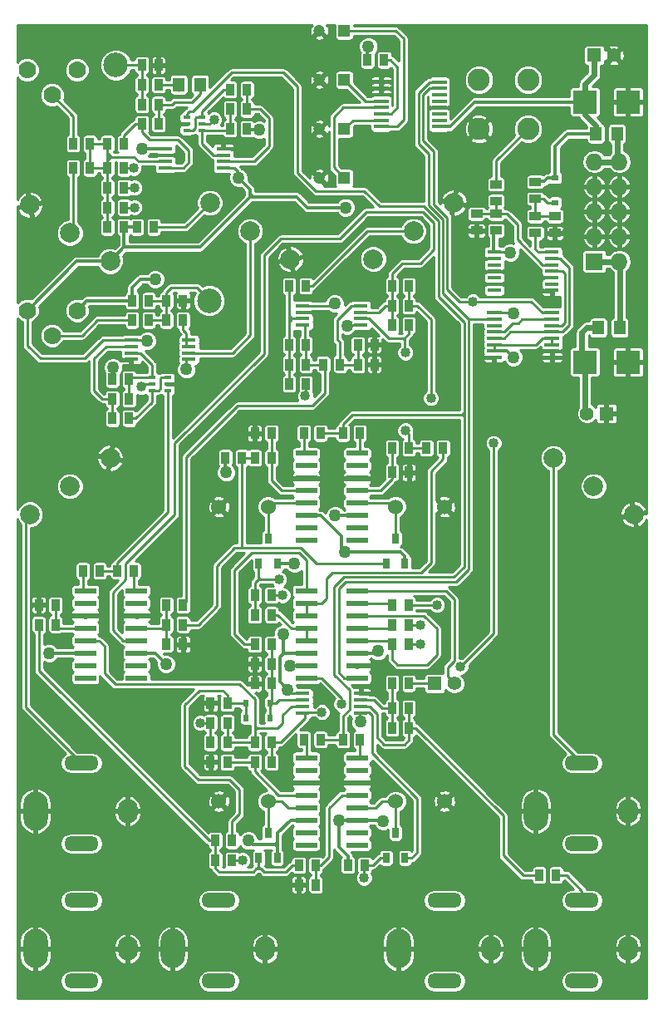
<source format=gbl>
G04 #@! TF.FileFunction,Copper,L2,Bot,Signal*
%FSLAX46Y46*%
G04 Gerber Fmt 4.6, Leading zero omitted, Abs format (unit mm)*
G04 Created by KiCad (PCBNEW 4.0.2-stable) date 2016-04-29 6:09:28 PM*
%MOMM*%
G01*
G04 APERTURE LIST*
%ADD10C,0.100000*%
%ADD11R,0.812800X1.143000*%
%ADD12R,1.400000X1.400000*%
%ADD13C,1.400000*%
%ADD14R,1.143000X0.812800*%
%ADD15R,1.727200X1.727200*%
%ADD16O,1.727200X1.727200*%
%ADD17R,0.701040X1.000760*%
%ADD18C,2.250000*%
%ADD19C,2.500000*%
%ADD20R,1.500000X0.450000*%
%ADD21R,1.450000X0.450000*%
%ADD22C,1.524000*%
%ADD23R,0.797560X0.398780*%
%ADD24R,2.199640X0.599440*%
%ADD25R,1.143000X1.397000*%
%ADD26R,0.609600X0.762000*%
%ADD27R,0.762000X0.609600*%
%ADD28R,2.397760X2.397760*%
%ADD29R,1.200000X1.200000*%
%ADD30C,1.200000*%
%ADD31C,1.778000*%
%ADD32C,1.998980*%
%ADD33O,2.500000X4.000000*%
%ADD34O,2.000000X2.500000*%
%ADD35O,3.500000X1.500000*%
%ADD36C,1.016000*%
%ADD37C,1.270000*%
%ADD38C,0.254000*%
%ADD39C,0.304800*%
%ADD40C,0.609600*%
%ADD41C,0.355600*%
%ADD42C,0.203200*%
G04 APERTURE END LIST*
D10*
D11*
X41850900Y-47000000D03*
X40149100Y-47000000D03*
X22149100Y-50500000D03*
X23850900Y-50500000D03*
X52350900Y-41000000D03*
X50649100Y-41000000D03*
X47149100Y-45000000D03*
X48850900Y-45000000D03*
X35850900Y-21000000D03*
X34149100Y-21000000D03*
X32149100Y-83500000D03*
X33850900Y-83500000D03*
X38350900Y-79500000D03*
X36649100Y-79500000D03*
D12*
X55000000Y-79500000D03*
D13*
X57000000Y-79500000D03*
D11*
X52350900Y-84000000D03*
X50649100Y-84000000D03*
D14*
X59250000Y-31649100D03*
X59250000Y-33350900D03*
X67250000Y-31899100D03*
X67250000Y-33600900D03*
D12*
X71250000Y-15500000D03*
D13*
X73250000Y-15500000D03*
D12*
X72500000Y-52000000D03*
D13*
X70500000Y-52000000D03*
D15*
X71250000Y-36500000D03*
D16*
X73790000Y-36500000D03*
X71250000Y-33960000D03*
X73790000Y-33960000D03*
X71250000Y-31420000D03*
X73790000Y-31420000D03*
X71250000Y-28880000D03*
X73790000Y-28880000D03*
X71250000Y-26340000D03*
X73790000Y-26340000D03*
D17*
X51000000Y-64730000D03*
X50047500Y-67270000D03*
X51952500Y-67270000D03*
X38000000Y-64730000D03*
X37047500Y-67270000D03*
X38952500Y-67270000D03*
X38000000Y-94730000D03*
X37047500Y-97270000D03*
X38952500Y-97270000D03*
X51000000Y-94730000D03*
X50047500Y-97270000D03*
X51952500Y-97270000D03*
D11*
X24649100Y-33000000D03*
X26350900Y-33000000D03*
X21649100Y-31000000D03*
X23350900Y-31000000D03*
X21649100Y-29000000D03*
X23350900Y-29000000D03*
X21649100Y-27000000D03*
X23350900Y-27000000D03*
X19850900Y-27000000D03*
X18149100Y-27000000D03*
X19850900Y-24500000D03*
X18149100Y-24500000D03*
X40149100Y-39000000D03*
X41850900Y-39000000D03*
X40149100Y-49000000D03*
X41850900Y-49000000D03*
X27649100Y-42500000D03*
X29350900Y-42500000D03*
X21649100Y-33000000D03*
X23350900Y-33000000D03*
X25850900Y-42500000D03*
X24149100Y-42500000D03*
X27649100Y-40500000D03*
X29350900Y-40500000D03*
X23350900Y-24500000D03*
X21649100Y-24500000D03*
X41850900Y-45000000D03*
X40149100Y-45000000D03*
X25850900Y-40500000D03*
X24149100Y-40500000D03*
X26850900Y-22500000D03*
X25149100Y-22500000D03*
X26850900Y-20500000D03*
X25149100Y-20500000D03*
X45350900Y-47000000D03*
X43649100Y-47000000D03*
X23850900Y-52500000D03*
X22149100Y-52500000D03*
X23850900Y-48500000D03*
X22149100Y-48500000D03*
X48850900Y-47000000D03*
X47149100Y-47000000D03*
X26850900Y-18500000D03*
X25149100Y-18500000D03*
X50649100Y-39000000D03*
X52350900Y-39000000D03*
X26850900Y-16500000D03*
X25149100Y-16500000D03*
X52350900Y-43000000D03*
X50649100Y-43000000D03*
X34149100Y-19000000D03*
X35850900Y-19000000D03*
X34149100Y-23000000D03*
X35850900Y-23000000D03*
X50649100Y-55500000D03*
X52350900Y-55500000D03*
X52350900Y-58000000D03*
X50649100Y-58000000D03*
X24350900Y-68000000D03*
X22649100Y-68000000D03*
X47350900Y-54000000D03*
X45649100Y-54000000D03*
X33649100Y-56500000D03*
X35350900Y-56500000D03*
X27649100Y-71500000D03*
X29350900Y-71500000D03*
X27649100Y-73500000D03*
X29350900Y-73500000D03*
X29350900Y-75500000D03*
X27649100Y-75500000D03*
X38350900Y-56500000D03*
X36649100Y-56500000D03*
X36649100Y-54000000D03*
X38350900Y-54000000D03*
X41649100Y-54000000D03*
X43350900Y-54000000D03*
X38350900Y-70500000D03*
X36649100Y-70500000D03*
X48149100Y-16000000D03*
X49850900Y-16000000D03*
X38350900Y-72500000D03*
X36649100Y-72500000D03*
X55850900Y-55500000D03*
X54149100Y-55500000D03*
X38350900Y-75500000D03*
X36649100Y-75500000D03*
X33850900Y-85500000D03*
X32149100Y-85500000D03*
X36649100Y-77500000D03*
X38350900Y-77500000D03*
X50649100Y-79500000D03*
X52350900Y-79500000D03*
X38350900Y-85500000D03*
X36649100Y-85500000D03*
X32149100Y-81500000D03*
X33850900Y-81500000D03*
X32649100Y-95500000D03*
X34350900Y-95500000D03*
X52350900Y-82000000D03*
X50649100Y-82000000D03*
X36649100Y-87500000D03*
X38350900Y-87500000D03*
X32149100Y-87500000D03*
X33850900Y-87500000D03*
X67350900Y-99000000D03*
X65649100Y-99000000D03*
X19149100Y-68000000D03*
X20850900Y-68000000D03*
X41649100Y-85200000D03*
X43350900Y-85200000D03*
X34350900Y-97500000D03*
X32649100Y-97500000D03*
D14*
X61250000Y-31649100D03*
X61250000Y-33350900D03*
X65250000Y-33600900D03*
X65250000Y-31899100D03*
D11*
X16350900Y-73500000D03*
X14649100Y-73500000D03*
D14*
X65250000Y-30100900D03*
X65250000Y-28399100D03*
D11*
X14649100Y-71500000D03*
X16350900Y-71500000D03*
X42850900Y-98000000D03*
X41149100Y-98000000D03*
D14*
X61250000Y-30350900D03*
X61250000Y-28649100D03*
D11*
X41149100Y-100000000D03*
X42850900Y-100000000D03*
X47350900Y-85200000D03*
X45649100Y-85200000D03*
X46149100Y-98000000D03*
X47850900Y-98000000D03*
X50649100Y-75500000D03*
X52350900Y-75500000D03*
X50649100Y-71500000D03*
X52350900Y-71500000D03*
X50649100Y-73500000D03*
X52350900Y-73500000D03*
D18*
X59500000Y-18000000D03*
X64500000Y-18000000D03*
X64500000Y-23000000D03*
X59500000Y-23000000D03*
D19*
X32000000Y-40500000D03*
X22500000Y-16500000D03*
D20*
X49550000Y-22775000D03*
X49550000Y-22125000D03*
X49550000Y-21475000D03*
X49550000Y-20825000D03*
X49550000Y-20175000D03*
X49550000Y-19525000D03*
X49550000Y-18875000D03*
X49550000Y-18225000D03*
X55450000Y-18225000D03*
X55450000Y-18875000D03*
X55450000Y-19525000D03*
X55450000Y-20175000D03*
X55450000Y-20825000D03*
X55450000Y-21475000D03*
X55450000Y-22125000D03*
X55450000Y-22775000D03*
X66950000Y-41725000D03*
X66950000Y-42375000D03*
X66950000Y-43025000D03*
X66950000Y-43675000D03*
X66950000Y-44325000D03*
X66950000Y-44975000D03*
X66950000Y-45625000D03*
X66950000Y-46275000D03*
X61050000Y-46275000D03*
X61050000Y-45625000D03*
X61050000Y-44975000D03*
X61050000Y-44325000D03*
X61050000Y-43675000D03*
X61050000Y-43025000D03*
X61050000Y-42375000D03*
X61050000Y-41725000D03*
D21*
X66950000Y-35550000D03*
X66950000Y-36200000D03*
X66950000Y-36850000D03*
X66950000Y-37500000D03*
X66950000Y-38150000D03*
X66950000Y-38800000D03*
X66950000Y-39450000D03*
X61050000Y-39450000D03*
X61050000Y-38800000D03*
X61050000Y-38150000D03*
X61050000Y-37500000D03*
X61050000Y-36850000D03*
X61050000Y-36200000D03*
X61050000Y-35550000D03*
D22*
X51000000Y-91500000D03*
X56000000Y-91500000D03*
X38000000Y-91500000D03*
X33000000Y-91500000D03*
X38000000Y-61500000D03*
X33000000Y-61500000D03*
X51000000Y-61500000D03*
X56000000Y-61500000D03*
D23*
X27797560Y-48352300D03*
X27797560Y-49000000D03*
X27797560Y-49647700D03*
X26202440Y-49647700D03*
X26202440Y-49000000D03*
X26202440Y-48352300D03*
X29702440Y-23147700D03*
X29702440Y-22500000D03*
X29702440Y-21852300D03*
X31297560Y-21852300D03*
X31297560Y-22500000D03*
X31297560Y-23147700D03*
D24*
X47098420Y-56055000D03*
X47098420Y-57325000D03*
X47098420Y-58595000D03*
X47098420Y-59865000D03*
X47098420Y-61135000D03*
X47098420Y-62405000D03*
X47098420Y-63675000D03*
X47098420Y-64945000D03*
X41901580Y-64945000D03*
X41901580Y-63675000D03*
X41901580Y-62405000D03*
X41901580Y-61135000D03*
X41901580Y-59865000D03*
X41901580Y-58595000D03*
X41901580Y-57325000D03*
X41901580Y-56055000D03*
X24598420Y-70055000D03*
X24598420Y-71325000D03*
X24598420Y-72595000D03*
X24598420Y-73865000D03*
X24598420Y-75135000D03*
X24598420Y-76405000D03*
X24598420Y-77675000D03*
X24598420Y-78945000D03*
X19401580Y-78945000D03*
X19401580Y-77675000D03*
X19401580Y-76405000D03*
X19401580Y-75135000D03*
X19401580Y-73865000D03*
X19401580Y-72595000D03*
X19401580Y-71325000D03*
X19401580Y-70055000D03*
X47098420Y-87055000D03*
X47098420Y-88325000D03*
X47098420Y-89595000D03*
X47098420Y-90865000D03*
X47098420Y-92135000D03*
X47098420Y-93405000D03*
X47098420Y-94675000D03*
X47098420Y-95945000D03*
X41901580Y-95945000D03*
X41901580Y-94675000D03*
X41901580Y-93405000D03*
X41901580Y-92135000D03*
X41901580Y-90865000D03*
X41901580Y-89595000D03*
X41901580Y-88325000D03*
X41901580Y-87055000D03*
X41901580Y-78945000D03*
X41901580Y-77675000D03*
X41901580Y-76405000D03*
X41901580Y-75135000D03*
X41901580Y-73865000D03*
X41901580Y-72595000D03*
X41901580Y-71325000D03*
X41901580Y-70055000D03*
X47098420Y-70055000D03*
X47098420Y-71325000D03*
X47098420Y-72595000D03*
X47098420Y-73865000D03*
X47098420Y-75135000D03*
X47098420Y-76405000D03*
X47098420Y-77675000D03*
X47098420Y-78945000D03*
D25*
X28920500Y-18500000D03*
X31079500Y-18500000D03*
X71670500Y-43250000D03*
X73829500Y-43250000D03*
X71420500Y-23500000D03*
X73579500Y-23500000D03*
D26*
X35755400Y-81500000D03*
X38244600Y-81500000D03*
X38244600Y-83000000D03*
X35755400Y-83000000D03*
D27*
X67250000Y-30494600D03*
X67250000Y-28005400D03*
D28*
X74699640Y-20250000D03*
X70300360Y-20250000D03*
X70300360Y-46750000D03*
X74699640Y-46750000D03*
D29*
X45770000Y-28000000D03*
D30*
X43230000Y-28000000D03*
D29*
X45770000Y-23000000D03*
D30*
X43230000Y-23000000D03*
D29*
X45770000Y-18000000D03*
D30*
X43230000Y-18000000D03*
D29*
X45770000Y-13000000D03*
D30*
X43230000Y-13000000D03*
D31*
X13460000Y-41500000D03*
X16000000Y-44040000D03*
X18540000Y-41500000D03*
X13460000Y-17000000D03*
X16000000Y-19540000D03*
X18540000Y-17000000D03*
D32*
X52822777Y-33393567D03*
X48727017Y-36261449D03*
X56918537Y-30525685D03*
X71177223Y-59393567D03*
X67081463Y-56525685D03*
X75272983Y-62261449D03*
X17822777Y-59393567D03*
X13727017Y-62261449D03*
X21918537Y-56525685D03*
X36177223Y-33393567D03*
X32081463Y-30525685D03*
X40272983Y-36261449D03*
X17822777Y-33606433D03*
X21918537Y-36474315D03*
X13727017Y-30738551D03*
D33*
X65300000Y-106500000D03*
D34*
X74700000Y-106500000D03*
D35*
X70000000Y-101600000D03*
X70000000Y-109800000D03*
D33*
X28300000Y-106500000D03*
D34*
X37700000Y-106500000D03*
D35*
X33000000Y-101600000D03*
X33000000Y-109800000D03*
D33*
X51300000Y-106500000D03*
D34*
X60700000Y-106500000D03*
D35*
X56000000Y-101600000D03*
X56000000Y-109800000D03*
D33*
X65300000Y-92500000D03*
D34*
X74700000Y-92500000D03*
D35*
X70000000Y-87600000D03*
X70000000Y-95800000D03*
D33*
X14300000Y-92500000D03*
D34*
X23700000Y-92500000D03*
D35*
X19000000Y-87600000D03*
X19000000Y-95800000D03*
D33*
X14300000Y-106500000D03*
D34*
X23700000Y-106500000D03*
D35*
X19000000Y-101600000D03*
X19000000Y-109800000D03*
D21*
X27550000Y-26975000D03*
X27550000Y-26325000D03*
X27550000Y-25675000D03*
X27550000Y-25025000D03*
X33450000Y-25025000D03*
X33450000Y-25675000D03*
X33450000Y-26325000D03*
X33450000Y-26975000D03*
X41550000Y-42975000D03*
X41550000Y-42325000D03*
X41550000Y-41675000D03*
X41550000Y-41025000D03*
X47450000Y-41025000D03*
X47450000Y-41675000D03*
X47450000Y-42325000D03*
X47450000Y-42975000D03*
X41550000Y-82475000D03*
X41550000Y-81825000D03*
X41550000Y-81175000D03*
X41550000Y-80525000D03*
X47450000Y-80525000D03*
X47450000Y-81175000D03*
X47450000Y-81825000D03*
X47450000Y-82475000D03*
X29950000Y-44525000D03*
X29950000Y-45175000D03*
X29950000Y-45825000D03*
X29950000Y-46475000D03*
X24050000Y-46475000D03*
X24050000Y-45825000D03*
X24050000Y-45175000D03*
X24050000Y-44525000D03*
D36*
X39139820Y-68900000D03*
X53500000Y-73500000D03*
X54600000Y-50400000D03*
X22300000Y-22500000D03*
X29100000Y-26000000D03*
X52160171Y-59500000D03*
X35500000Y-77500000D03*
X50300000Y-47000000D03*
X26400000Y-72600000D03*
X65600000Y-38200000D03*
X36500000Y-25100000D03*
X31500000Y-49000000D03*
X49000000Y-79600000D03*
X68400000Y-33600000D03*
X28747679Y-22504810D03*
X31100000Y-83500000D03*
X47800000Y-99300000D03*
X53500000Y-75500000D03*
D37*
X25700000Y-44600000D03*
X63000000Y-46250000D03*
X15700000Y-76400000D03*
X49200000Y-76200000D03*
X63000000Y-41750000D03*
X48238640Y-14600000D03*
X40700000Y-67300000D03*
X45900000Y-31000000D03*
X62700000Y-35600000D03*
X35000000Y-27999996D03*
X46057295Y-43035141D03*
X40255941Y-77700000D03*
X45797518Y-66110692D03*
X36000000Y-95500000D03*
X47400000Y-83400000D03*
X29700000Y-47500000D03*
X27600000Y-77500000D03*
X25193290Y-24996087D03*
X44800000Y-40800000D03*
X44854355Y-62345645D03*
D36*
X39500000Y-70500000D03*
D37*
X33750000Y-58000000D03*
X45216020Y-93400000D03*
X40000000Y-80143980D03*
X22200000Y-47300000D03*
X37100000Y-23100000D03*
X26500000Y-38300000D03*
X39527332Y-74484231D03*
D36*
X35400000Y-97500000D03*
D37*
X49750000Y-93500000D03*
D36*
X24400000Y-31000000D03*
X41800002Y-50200000D03*
X25112997Y-49278625D03*
X32500000Y-22060180D03*
X24400000Y-29000000D03*
X24299998Y-27000000D03*
X52000000Y-45800000D03*
X52000000Y-53700000D03*
X43500000Y-82400000D03*
X55200000Y-71500000D03*
X45461780Y-81600000D03*
X57600000Y-77800000D03*
X61000000Y-55000000D03*
X58904941Y-40583999D03*
D38*
X41806000Y-44955100D02*
X41850900Y-45000000D01*
X41850900Y-45000000D02*
X41850900Y-47000000D01*
X43649100Y-47000000D02*
X41850900Y-47000000D01*
X43800000Y-49900000D02*
X43800000Y-47150900D01*
X43800000Y-47150900D02*
X43649100Y-47000000D01*
X42500000Y-51200000D02*
X43800000Y-49900000D01*
X34900000Y-51200000D02*
X42500000Y-51200000D01*
X29700000Y-56400000D02*
X34900000Y-51200000D01*
X29700000Y-71150900D02*
X29700000Y-56400000D01*
X29350900Y-71500000D02*
X29700000Y-71150900D01*
X41806000Y-42955400D02*
X41806000Y-44955100D01*
X40149100Y-45000000D02*
X40149100Y-44174500D01*
X40149100Y-42249100D02*
X40220400Y-42320400D01*
X40149100Y-39000000D02*
X40149100Y-42249100D01*
X40149100Y-45000000D02*
X40149100Y-47000000D01*
X40149100Y-47000000D02*
X40149100Y-49000000D01*
X40149100Y-42045380D02*
X40149100Y-39000000D01*
X40220400Y-42320400D02*
X40401087Y-42320400D01*
X40149100Y-44174500D02*
X40149100Y-42604018D01*
X40401087Y-42297367D02*
X40149100Y-42045380D01*
X40401087Y-42320400D02*
X40401087Y-42297367D01*
X40401087Y-42320400D02*
X40401087Y-42352031D01*
X40401087Y-42352031D02*
X40149100Y-42604018D01*
X40149100Y-42604018D02*
X40149100Y-42045380D01*
X40401087Y-42320400D02*
X41806000Y-42320400D01*
X22149100Y-50500000D02*
X22149100Y-52500000D01*
X21100000Y-50500000D02*
X22149100Y-50500000D01*
X20300000Y-49700000D02*
X21100000Y-50500000D01*
X20300000Y-46400000D02*
X20300000Y-49700000D01*
X21520400Y-45179600D02*
X20300000Y-46400000D01*
X24106000Y-45179600D02*
X21520400Y-45179600D01*
X23998600Y-48352300D02*
X26202440Y-48352300D01*
X23850900Y-48500000D02*
X23998600Y-48352300D01*
X23850900Y-50500000D02*
X23850900Y-48500000D01*
X26202440Y-47898910D02*
X26202440Y-48352300D01*
X26202440Y-47019500D02*
X26202440Y-47898910D01*
X25010240Y-45827300D02*
X26202440Y-47019500D01*
X24106000Y-45827300D02*
X25010240Y-45827300D01*
X37047500Y-68852500D02*
X37095000Y-68900000D01*
X39100000Y-68900000D02*
X39139820Y-68900000D01*
X36649100Y-72500000D02*
X36649100Y-70500000D01*
X36649100Y-69250900D02*
X36649100Y-70500000D01*
X37047500Y-68852500D02*
X36649100Y-69250900D01*
X52350900Y-41000000D02*
X52350900Y-39000000D01*
X36649100Y-72500000D02*
X36649100Y-70672300D01*
X52350900Y-73500000D02*
X53500000Y-73500000D01*
X37047500Y-68703740D02*
X37243760Y-68900000D01*
X37047500Y-68664561D02*
X37047500Y-68703740D01*
X37243760Y-68900000D02*
X39100000Y-68900000D01*
X37095000Y-68900000D02*
X37243760Y-68900000D01*
X37047500Y-67270000D02*
X37047500Y-68664561D01*
X37047500Y-68664561D02*
X37047500Y-68852500D01*
X54600000Y-49681580D02*
X54600000Y-50400000D01*
X54600000Y-42400000D02*
X54600000Y-49681580D01*
X53200000Y-41000000D02*
X54600000Y-42400000D01*
X52350900Y-41000000D02*
X53200000Y-41000000D01*
X48298240Y-41672700D02*
X47394000Y-41672700D01*
X49316000Y-41672700D02*
X48298240Y-41672700D01*
X49988700Y-41000000D02*
X49316000Y-41672700D01*
X50649100Y-39000000D02*
X50649100Y-41000000D01*
X50649100Y-41000000D02*
X49988700Y-41000000D01*
X50649100Y-43000000D02*
X50649100Y-41000000D01*
X54900000Y-35300000D02*
X53500000Y-36700000D01*
X54900000Y-32600000D02*
X54900000Y-35300000D01*
X24598420Y-75135000D02*
X23244600Y-75135000D01*
X53800000Y-31500000D02*
X54900000Y-32600000D01*
X45300000Y-34200000D02*
X48000000Y-31500000D01*
X39300000Y-34200000D02*
X45300000Y-34200000D01*
X50649100Y-37750900D02*
X50649100Y-39000000D01*
X53500000Y-36700000D02*
X51700000Y-36700000D01*
X37600000Y-35900000D02*
X39300000Y-34200000D01*
X37600000Y-45900000D02*
X37600000Y-35900000D01*
X28500000Y-55000000D02*
X37600000Y-45900000D01*
X28500000Y-62278638D02*
X28500000Y-55000000D01*
X48000000Y-31500000D02*
X53800000Y-31500000D01*
X23500000Y-67278638D02*
X28500000Y-62278638D01*
X51700000Y-36700000D02*
X50649100Y-37750900D01*
X23500000Y-68900000D02*
X23500000Y-67278638D01*
X22200000Y-70200000D02*
X23500000Y-68900000D01*
X22200000Y-74090400D02*
X22200000Y-70200000D01*
X23244600Y-75135000D02*
X22200000Y-74090400D01*
X47394000Y-41025000D02*
X46489760Y-41025000D01*
X46489760Y-41025000D02*
X45041294Y-42473466D01*
X45041294Y-44441294D02*
X45350900Y-44750900D01*
X45041294Y-42473466D02*
X45041294Y-44441294D01*
X47149100Y-45000000D02*
X47149100Y-47000000D01*
X45350900Y-47000000D02*
X47149100Y-47000000D01*
X45350900Y-44750900D02*
X45350900Y-47000000D01*
D39*
X27550000Y-25675000D02*
X28775000Y-25675000D01*
X28775000Y-25675000D02*
X29100000Y-26000000D01*
D38*
X52350900Y-58000000D02*
X52350900Y-59309271D01*
X52350900Y-59309271D02*
X52160171Y-59500000D01*
X36649100Y-77500000D02*
X35500000Y-77500000D01*
X48850900Y-47000000D02*
X50300000Y-47000000D01*
X26395000Y-72595000D02*
X26400000Y-72600000D01*
X24598420Y-72595000D02*
X26395000Y-72595000D01*
X65650000Y-38150000D02*
X65600000Y-38200000D01*
X66950000Y-38150000D02*
X65650000Y-38150000D01*
X27797560Y-49000000D02*
X31500000Y-49000000D01*
X68399100Y-33600900D02*
X68400000Y-33600000D01*
X67250000Y-33600900D02*
X68399100Y-33600900D01*
D40*
X73771400Y-46071760D02*
X74449640Y-46750000D01*
D38*
X28752489Y-22500000D02*
X28747679Y-22504810D01*
X29702440Y-22500000D02*
X28752489Y-22500000D01*
X34298240Y-26320400D02*
X33394000Y-26320400D01*
X36579600Y-26320400D02*
X34298240Y-26320400D01*
X38116001Y-24783999D02*
X36579600Y-26320400D01*
X38116001Y-21916001D02*
X38116001Y-24783999D01*
X37200000Y-21000000D02*
X38116001Y-21916001D01*
X35850900Y-19000000D02*
X35850900Y-21000000D01*
X35850900Y-21000000D02*
X37200000Y-21000000D01*
X34149100Y-21000000D02*
X34149100Y-23000000D01*
X31297560Y-23601090D02*
X31297560Y-23147700D01*
X34001400Y-23147700D02*
X34149100Y-23000000D01*
X31297560Y-23147700D02*
X34001400Y-23147700D01*
X31297560Y-24480500D02*
X31297560Y-23601090D01*
X32489760Y-25672700D02*
X31297560Y-24480500D01*
X33394000Y-25672700D02*
X32489760Y-25672700D01*
X50635000Y-61135000D02*
X51000000Y-61500000D01*
X47098420Y-61135000D02*
X50635000Y-61135000D01*
X51000000Y-63975620D02*
X51000000Y-61500000D01*
X51000000Y-64730000D02*
X51000000Y-63975620D01*
X38365000Y-61135000D02*
X38000000Y-61500000D01*
X41901580Y-61135000D02*
X38365000Y-61135000D01*
X38000000Y-63975620D02*
X38000000Y-61500000D01*
X38000000Y-64730000D02*
X38000000Y-63975620D01*
X32149100Y-83500000D02*
X32149100Y-85500000D01*
X49442980Y-97270000D02*
X48712980Y-98000000D01*
X50047500Y-97270000D02*
X49442980Y-97270000D01*
X48712980Y-98000000D02*
X47850900Y-98000000D01*
X31100000Y-83500000D02*
X32149100Y-83500000D01*
X47800000Y-98050900D02*
X47850900Y-98000000D01*
X47800000Y-99300000D02*
X47800000Y-98050900D01*
X52350900Y-75500000D02*
X53500000Y-75500000D01*
X41806000Y-81820400D02*
X40379600Y-81820400D01*
X40379600Y-81820400D02*
X39500000Y-82700000D01*
X39500000Y-82700000D02*
X39500000Y-83500000D01*
X39500000Y-83500000D02*
X38943780Y-84056220D01*
X38943780Y-84056220D02*
X36879568Y-84056220D01*
X36649100Y-85500000D02*
X36649100Y-85334900D01*
X21336000Y-78486000D02*
X21336000Y-75692000D01*
X21336000Y-75692000D02*
X20779000Y-75135000D01*
X20779000Y-75135000D02*
X19401580Y-75135000D01*
X33850900Y-83500000D02*
X33850900Y-85500000D01*
X36649100Y-85500000D02*
X33850900Y-85500000D01*
X33850900Y-85500000D02*
X33850900Y-85665100D01*
X36649100Y-85500000D02*
X36649100Y-84276500D01*
X36649100Y-81113538D02*
X35110483Y-79574921D01*
X35110483Y-79574921D02*
X22424921Y-79574921D01*
X22424921Y-79574921D02*
X21336000Y-78486000D01*
X36649100Y-83825752D02*
X36879568Y-84056220D01*
X36649100Y-83820687D02*
X36649100Y-83825752D01*
X36879568Y-84056220D02*
X36649100Y-84056220D01*
X36649100Y-84056220D02*
X36649100Y-83820687D01*
X36649100Y-83820687D02*
X36649100Y-81113538D01*
X36869380Y-84056220D02*
X36649100Y-84276500D01*
X36879568Y-84056220D02*
X36869380Y-84056220D01*
X36649100Y-84276500D02*
X36649100Y-84056220D01*
X38350900Y-77500000D02*
X38350900Y-79500000D01*
X38350900Y-75500000D02*
X38350900Y-77500000D01*
X38803400Y-81500000D02*
X38244600Y-81500000D01*
X38244600Y-83000000D02*
X38244600Y-81500000D01*
X38350900Y-81393700D02*
X38244600Y-81500000D01*
X38350900Y-79500000D02*
X38350900Y-81393700D01*
X39143400Y-81160000D02*
X38803400Y-81500000D01*
X41806000Y-81160000D02*
X39143400Y-81160000D01*
X52350900Y-79500000D02*
X55000000Y-79500000D01*
X57000000Y-70900000D02*
X56155000Y-70055000D01*
X57000000Y-79500000D02*
X56300001Y-78800001D01*
X56300001Y-78800001D02*
X56300001Y-77859461D01*
X56300001Y-77859461D02*
X57000000Y-77159462D01*
X57000000Y-77159462D02*
X57000000Y-70900000D01*
X56155000Y-70055000D02*
X48452240Y-70055000D01*
X48452240Y-70055000D02*
X47098420Y-70055000D01*
X47394000Y-81820400D02*
X48338834Y-81820400D01*
X48338834Y-81820400D02*
X49108010Y-82589576D01*
X49108010Y-82589576D02*
X49108010Y-85008010D01*
X49108010Y-85008010D02*
X49800000Y-85700000D01*
X49800000Y-85700000D02*
X51900000Y-85700000D01*
X51900000Y-85700000D02*
X52350900Y-85249100D01*
X52350900Y-85249100D02*
X52350900Y-84000000D01*
X65649100Y-99000000D02*
X65589100Y-99060000D01*
X65589100Y-99060000D02*
X64008000Y-99060000D01*
X64008000Y-99060000D02*
X61976000Y-97028000D01*
X61976000Y-97028000D02*
X61976000Y-92964700D01*
X61976000Y-92964700D02*
X53011300Y-84000000D01*
X53011300Y-84000000D02*
X52350900Y-84000000D01*
X52350900Y-84000000D02*
X52350900Y-82000000D01*
X47394000Y-81172700D02*
X48772700Y-81172700D01*
X48772700Y-81172700D02*
X49600000Y-82000000D01*
X50649100Y-84000000D02*
X50649100Y-82000000D01*
X50649100Y-79500000D02*
X50649100Y-82000000D01*
X49600000Y-82000000D02*
X50649100Y-82000000D01*
X13460000Y-41500000D02*
X13460000Y-45060000D01*
X13460000Y-45060000D02*
X14800000Y-46400000D01*
X14800000Y-46400000D02*
X19300000Y-46400000D01*
X24025000Y-44500000D02*
X24050000Y-44525000D01*
X19300000Y-46400000D02*
X21200000Y-44500000D01*
X21200000Y-44500000D02*
X24025000Y-44500000D01*
X25700000Y-44600000D02*
X25600000Y-44500000D01*
X25600000Y-44500000D02*
X24075000Y-44500000D01*
X24075000Y-44500000D02*
X24050000Y-44525000D01*
D41*
X25500000Y-44600000D02*
X25700000Y-44600000D01*
D39*
X62375000Y-45625000D02*
X63000000Y-46250000D01*
X61050000Y-45625000D02*
X62375000Y-45625000D01*
D41*
X71420500Y-23500000D02*
X68500000Y-23500000D01*
X70300360Y-20250000D02*
X59077242Y-20250000D01*
X59077242Y-20250000D02*
X56545441Y-22781801D01*
X56545441Y-22781801D02*
X55450000Y-22781801D01*
X67250000Y-28005400D02*
X67250000Y-24750000D01*
X67250000Y-24750000D02*
X68500000Y-23500000D01*
D40*
X71420500Y-23500000D02*
X71420500Y-22670500D01*
X71420500Y-22670500D02*
X70300360Y-21550360D01*
X70300360Y-21550360D02*
X70300360Y-20250000D01*
X71250000Y-17491880D02*
X71250000Y-15500000D01*
X70300360Y-20250000D02*
X70300360Y-18441520D01*
X70300360Y-18441520D02*
X71250000Y-17491880D01*
D41*
X15705000Y-76405000D02*
X15700000Y-76400000D01*
X19401580Y-76405000D02*
X15705000Y-76405000D01*
X48995000Y-76405000D02*
X49200000Y-76200000D01*
X47098420Y-76405000D02*
X48995000Y-76405000D01*
X61250000Y-33350900D02*
X61000000Y-33600900D01*
X61000000Y-33600900D02*
X61000000Y-35500000D01*
X61000000Y-35500000D02*
X61043199Y-35543199D01*
D38*
X61050000Y-41725000D02*
X62975000Y-41725000D01*
X62975000Y-41725000D02*
X63000000Y-41750000D01*
D41*
X23350900Y-35041952D02*
X31058048Y-35041952D01*
X31058048Y-35041952D02*
X36139801Y-29960199D01*
X36139801Y-29960199D02*
X36139801Y-29919762D01*
X48149100Y-14689540D02*
X48238640Y-14600000D01*
X48149100Y-16000000D02*
X48149100Y-14689540D01*
D38*
X51952500Y-97270000D02*
X52630000Y-97270000D01*
X52630000Y-97270000D02*
X53200000Y-96700000D01*
X53200000Y-96700000D02*
X53200000Y-91200000D01*
X53200000Y-91200000D02*
X48600000Y-86600000D01*
X48600000Y-86600000D02*
X48600000Y-82800000D01*
D41*
X40670000Y-67270000D02*
X40700000Y-67300000D01*
X38952500Y-67270000D02*
X40670000Y-67270000D01*
X40919762Y-29919762D02*
X42000000Y-31000000D01*
X42000000Y-31000000D02*
X45001975Y-31000000D01*
X45001975Y-31000000D02*
X45900000Y-31000000D01*
X62700000Y-35600000D02*
X62650000Y-35550000D01*
D38*
X62650000Y-35550000D02*
X61050000Y-35550000D01*
X62054000Y-44975000D02*
X61050000Y-44975000D01*
X65296000Y-44975000D02*
X62054000Y-44975000D01*
X65946000Y-44325000D02*
X65296000Y-44975000D01*
X66950000Y-44325000D02*
X65946000Y-44325000D01*
X61050000Y-44975000D02*
X61050000Y-45625000D01*
X66950000Y-44325000D02*
X66950000Y-44975000D01*
D41*
X23350900Y-33000000D02*
X24649100Y-33000000D01*
X23350900Y-35041952D02*
X23350900Y-33000000D01*
X21918537Y-36474315D02*
X23350900Y-35041952D01*
X18485685Y-36474315D02*
X13460000Y-41500000D01*
X21918537Y-36474315D02*
X18485685Y-36474315D01*
X65299100Y-28350000D02*
X65250000Y-28399100D01*
X66168800Y-28350000D02*
X65299100Y-28350000D01*
D38*
X34568100Y-26968100D02*
X35000000Y-27400000D01*
X35000000Y-27400000D02*
X35000000Y-27999996D01*
D41*
X36139801Y-29139797D02*
X35634999Y-28634995D01*
X35634999Y-28634995D02*
X35000000Y-27999996D01*
X41901580Y-77675000D02*
X40280941Y-77675000D01*
X40280941Y-77675000D02*
X40255941Y-77700000D01*
X46695543Y-66110692D02*
X45797518Y-66110692D01*
X51510692Y-66110692D02*
X46695543Y-66110692D01*
X51952500Y-66552500D02*
X51510692Y-66110692D01*
X51952500Y-67270000D02*
X51952500Y-66552500D01*
X43405000Y-62405000D02*
X45500000Y-64500000D01*
X45500000Y-64500000D02*
X45500000Y-65813174D01*
X41901580Y-62405000D02*
X43405000Y-62405000D01*
X45500000Y-65813174D02*
X45797518Y-66110692D01*
X36139801Y-29563573D02*
X36495990Y-29919762D01*
X36139801Y-29519880D02*
X36139801Y-29563573D01*
X36495990Y-29919762D02*
X40919762Y-29919762D01*
X36139801Y-29919762D02*
X36495990Y-29919762D01*
X36139801Y-29919762D02*
X36139801Y-29519880D01*
X36139801Y-29519880D02*
X36139801Y-29139797D01*
X66513400Y-28005400D02*
X66168800Y-28350000D01*
X67250000Y-28005400D02*
X66513400Y-28005400D01*
X40295000Y-93405000D02*
X41901580Y-93405000D01*
X38952500Y-94747500D02*
X40295000Y-93405000D01*
X36400000Y-95900000D02*
X36000000Y-95500000D01*
X38952500Y-96152500D02*
X38700000Y-95900000D01*
X38700000Y-95900000D02*
X36400000Y-95900000D01*
X38952500Y-97270000D02*
X38952500Y-96152500D01*
X38700000Y-95860640D02*
X38952500Y-95608140D01*
X38700000Y-95900000D02*
X38700000Y-95860640D01*
X38952500Y-95608140D02*
X38952500Y-96152500D01*
X38952500Y-94747500D02*
X38952500Y-95608140D01*
D38*
X33394000Y-26968100D02*
X34568100Y-26968100D01*
X46124336Y-42968100D02*
X46057295Y-43035141D01*
X47394000Y-42968100D02*
X46124336Y-42968100D01*
X48268100Y-82468100D02*
X47394000Y-82468100D01*
X48600000Y-82800000D02*
X48268100Y-82468100D01*
X47394000Y-83394000D02*
X47400000Y-83400000D01*
X47394000Y-82468100D02*
X47394000Y-83394000D01*
X29694000Y-47494000D02*
X29700000Y-47500000D01*
X29694000Y-46475000D02*
X29694000Y-47494000D01*
D41*
X27600000Y-77500000D02*
X26505000Y-76405000D01*
D38*
X41806000Y-80525000D02*
X40381020Y-80525000D01*
D39*
X27550000Y-25025000D02*
X25222203Y-25025000D01*
X25222203Y-25025000D02*
X25193290Y-24996087D01*
D38*
X41806000Y-41025000D02*
X44575000Y-41025000D01*
X44575000Y-41025000D02*
X44800000Y-40800000D01*
D41*
X44913710Y-62405000D02*
X44854355Y-62345645D01*
X33649100Y-57899100D02*
X33750000Y-58000000D01*
D40*
X70300360Y-46750000D02*
X70300360Y-51800360D01*
X70300360Y-51800360D02*
X70500000Y-52000000D01*
X71670500Y-43250000D02*
X70489400Y-43250000D01*
X70489400Y-43250000D02*
X70000000Y-43739400D01*
X70000000Y-43739400D02*
X70000000Y-46449640D01*
X70000000Y-46449640D02*
X70300360Y-46750000D01*
D41*
X45221020Y-93405000D02*
X45216020Y-93400000D01*
X47098420Y-93405000D02*
X45221020Y-93405000D01*
X41901580Y-76405000D02*
X39595000Y-76405000D01*
X39595000Y-76405000D02*
X39189101Y-76810899D01*
X39189101Y-76810899D02*
X39189101Y-79333081D01*
X39189101Y-79333081D02*
X39365001Y-79508981D01*
X39365001Y-79508981D02*
X40000000Y-80143980D01*
X39527332Y-74484231D02*
X39527332Y-76405000D01*
X39527332Y-76405000D02*
X41901580Y-76405000D01*
D38*
X40381020Y-80525000D02*
X40000000Y-80143980D01*
D41*
X19540000Y-40500000D02*
X18540000Y-41500000D01*
X24149100Y-40500000D02*
X19540000Y-40500000D01*
D38*
X22149100Y-47350900D02*
X22200000Y-47300000D01*
X22149100Y-48500000D02*
X22149100Y-47350900D01*
D41*
X35950900Y-23100000D02*
X35850900Y-23000000D01*
X37100000Y-23100000D02*
X35950900Y-23100000D01*
X26500000Y-38300000D02*
X25000000Y-38300000D01*
X24149100Y-39150900D02*
X24149100Y-40500000D01*
X25000000Y-38300000D02*
X24149100Y-39150900D01*
X26505000Y-76405000D02*
X24598420Y-76405000D01*
X47098420Y-62405000D02*
X44913710Y-62405000D01*
D38*
X34580900Y-97270000D02*
X34350900Y-97500000D01*
X34350900Y-97500000D02*
X35400000Y-97500000D01*
X38350900Y-70500000D02*
X39500000Y-70500000D01*
D41*
X45216020Y-94298025D02*
X45216020Y-93400000D01*
X45216020Y-96139820D02*
X45216020Y-94298025D01*
X46149100Y-97072900D02*
X45216020Y-96139820D01*
X46149100Y-98000000D02*
X46149100Y-97072900D01*
X33649100Y-56500000D02*
X33649100Y-57899100D01*
X47103420Y-93400000D02*
X47098420Y-93405000D01*
X49650000Y-93400000D02*
X47103420Y-93400000D01*
X49750000Y-93500000D02*
X49650000Y-93400000D01*
D38*
X38000000Y-94730000D02*
X38000000Y-91500000D01*
X41901580Y-92135000D02*
X40035000Y-92135000D01*
X39400000Y-91500000D02*
X38000000Y-91500000D01*
X40035000Y-92135000D02*
X39400000Y-91500000D01*
X61250000Y-31649100D02*
X61250000Y-30350900D01*
X59250000Y-31649100D02*
X61250000Y-31649100D01*
X65971000Y-36850000D02*
X63400000Y-34279000D01*
X66950000Y-36850000D02*
X65971000Y-36850000D01*
X63400000Y-34279000D02*
X63400000Y-32700000D01*
X62349100Y-31649100D02*
X61250000Y-31649100D01*
X63400000Y-32700000D02*
X62349100Y-31649100D01*
X66494600Y-30494600D02*
X67250000Y-30494600D01*
X66100900Y-30100900D02*
X66494600Y-30494600D01*
X65250000Y-31899100D02*
X65250000Y-30100900D01*
X65250000Y-31899100D02*
X67250000Y-31899100D01*
X65250000Y-30100900D02*
X66100900Y-30100900D01*
X51000000Y-93975620D02*
X51000000Y-91500000D01*
X51000000Y-94730000D02*
X51000000Y-93975620D01*
X49600000Y-91500000D02*
X51000000Y-91500000D01*
X48965000Y-92135000D02*
X49600000Y-91500000D01*
X47098420Y-92135000D02*
X48965000Y-92135000D01*
X45770000Y-13000000D02*
X51000000Y-13000000D01*
X51125000Y-22775000D02*
X49550000Y-22775000D01*
X51800000Y-22100000D02*
X51125000Y-22775000D01*
X51800000Y-13800000D02*
X51800000Y-22100000D01*
X51000000Y-13000000D02*
X51800000Y-13800000D01*
X45770000Y-17951000D02*
X45770000Y-18000000D01*
X45770000Y-18000000D02*
X47945000Y-20175000D01*
X47945000Y-20175000D02*
X49550000Y-20175000D01*
X46645000Y-22125000D02*
X45770000Y-23000000D01*
X49550000Y-22125000D02*
X46645000Y-22125000D01*
X44700000Y-26930000D02*
X45770000Y-28000000D01*
X49550000Y-20825000D02*
X45675000Y-20825000D01*
X45675000Y-20825000D02*
X44700000Y-21800000D01*
X44700000Y-21800000D02*
X44700000Y-26930000D01*
X35755400Y-81500000D02*
X35755400Y-83000000D01*
X33850900Y-81500000D02*
X35755400Y-81500000D01*
X33850900Y-80674500D02*
X33850900Y-81500000D01*
X33376400Y-80200000D02*
X33850900Y-80674500D01*
X31000000Y-80200000D02*
X33376400Y-80200000D01*
X30900000Y-89300000D02*
X29500000Y-87900000D01*
X34100000Y-89300000D02*
X30900000Y-89300000D01*
X29500000Y-81700000D02*
X31000000Y-80200000D01*
X35100000Y-90300000D02*
X34100000Y-89300000D01*
X35100000Y-92800000D02*
X35100000Y-90300000D01*
X29500000Y-87900000D02*
X29500000Y-81700000D01*
X34350900Y-93549100D02*
X35100000Y-92800000D01*
X34350900Y-95500000D02*
X34350900Y-93549100D01*
X23350900Y-31000000D02*
X24400000Y-31000000D01*
X13727017Y-62261449D02*
X13300000Y-62688466D01*
X13300000Y-62688466D02*
X13300000Y-81900000D01*
X13300000Y-81900000D02*
X19000000Y-87600000D01*
X67081463Y-84681463D02*
X67081463Y-56525685D01*
X70000000Y-87600000D02*
X67081463Y-84681463D01*
X41850900Y-49000000D02*
X41850900Y-50149102D01*
X41850900Y-50149102D02*
X41800002Y-50200000D01*
X70000000Y-100600000D02*
X70000000Y-101600000D01*
X68400000Y-99000000D02*
X70000000Y-100600000D01*
X67350900Y-99000000D02*
X68400000Y-99000000D01*
D40*
X73829500Y-43250000D02*
X73829500Y-36539500D01*
X73829500Y-36539500D02*
X73790000Y-36500000D01*
X73790000Y-36500000D02*
X71250000Y-36500000D01*
X71170500Y-36579500D02*
X71250000Y-36500000D01*
X71250000Y-26340000D02*
X73790000Y-26340000D01*
X73579500Y-23500000D02*
X73579500Y-26129500D01*
X73579500Y-26129500D02*
X73790000Y-26340000D01*
D38*
X27144780Y-48352300D02*
X27797560Y-48352300D01*
X27068579Y-48428501D02*
X27144780Y-48352300D01*
X27068579Y-49434341D02*
X27068579Y-48428501D01*
X26855220Y-49647700D02*
X27068579Y-49434341D01*
X26202440Y-49647700D02*
X26855220Y-49647700D01*
X24511300Y-52500000D02*
X23850900Y-52500000D01*
X26202440Y-50808860D02*
X24511300Y-52500000D01*
X26202440Y-49647700D02*
X26202440Y-50808860D01*
X22649100Y-68000000D02*
X20850900Y-68000000D01*
X27797560Y-50101090D02*
X27797560Y-49647700D01*
X27797560Y-62026040D02*
X27797560Y-50101090D01*
X22649100Y-67174500D02*
X27797560Y-62026040D01*
X22649100Y-68000000D02*
X22649100Y-67174500D01*
X25391622Y-49000000D02*
X25112997Y-49278625D01*
X26202440Y-49000000D02*
X25391622Y-49000000D01*
X27649100Y-40500000D02*
X27649100Y-42500000D01*
X25850900Y-40500000D02*
X27649100Y-40500000D01*
X25850900Y-42500000D02*
X27649100Y-42500000D01*
X27649100Y-39650900D02*
X27649100Y-40500000D01*
X28100000Y-39200000D02*
X27649100Y-39650900D01*
X30800000Y-39200000D02*
X28100000Y-39200000D01*
X32000000Y-40400000D02*
X30800000Y-39200000D01*
X32000000Y-40500000D02*
X32000000Y-40400000D01*
X29702440Y-23147700D02*
X30355220Y-23147700D01*
X30355220Y-23147700D02*
X30568579Y-22934341D01*
X30568579Y-22934341D02*
X30568579Y-21928501D01*
X30644780Y-21852300D02*
X31297560Y-21852300D01*
X31297560Y-21202440D02*
X31297560Y-21852300D01*
X33500000Y-19000000D02*
X31297560Y-21202440D01*
X34149100Y-19000000D02*
X33500000Y-19000000D01*
X30568579Y-21928501D02*
X30644780Y-21852300D01*
X45742790Y-68657210D02*
X53789383Y-68657209D01*
X46300000Y-82140536D02*
X46300000Y-80146592D01*
X58000000Y-67600000D02*
X58000000Y-52329758D01*
X45649100Y-82791436D02*
X46300000Y-82140536D01*
X44742791Y-78589383D02*
X44742792Y-69657208D01*
X53789383Y-68657209D02*
X53803802Y-68642790D01*
X45649100Y-85200000D02*
X45649100Y-82791436D01*
X46300000Y-80146592D02*
X44742791Y-78589383D01*
X44742792Y-69657208D02*
X45742790Y-68657210D01*
X53803802Y-68642790D02*
X56957210Y-68642790D01*
X56957210Y-68642790D02*
X58000000Y-67600000D01*
X57926273Y-52100000D02*
X58000000Y-52026273D01*
X58000000Y-51862151D02*
X57762151Y-52100000D01*
X58000000Y-51790780D02*
X58000000Y-51862151D01*
X57762151Y-52100000D02*
X57926273Y-52100000D01*
X58000000Y-52026273D02*
X58000000Y-51790780D01*
X57770242Y-52100000D02*
X58000000Y-52329758D01*
X57762151Y-52100000D02*
X57770242Y-52100000D01*
X58000000Y-52329758D02*
X58000000Y-52026273D01*
X55357210Y-40057210D02*
X55357210Y-32410618D01*
X58000000Y-42700000D02*
X55357210Y-40057210D01*
X58000000Y-51790780D02*
X58000000Y-42700000D01*
X46600000Y-52100000D02*
X57762151Y-52100000D01*
X53846592Y-30900000D02*
X49346592Y-30900000D01*
X55357210Y-32410618D02*
X53846592Y-30900000D01*
X43350900Y-85200000D02*
X45649100Y-85200000D01*
X43350900Y-54000000D02*
X45649100Y-54000000D01*
X43350900Y-53834900D02*
X43350900Y-54000000D01*
X45649100Y-53050900D02*
X46600000Y-52100000D01*
X45649100Y-54000000D02*
X45649100Y-53050900D01*
X30000480Y-21199520D02*
X29702440Y-21497560D01*
X30355220Y-21199520D02*
X30000480Y-21199520D01*
X41000000Y-18700000D02*
X39550000Y-17250000D01*
X41000000Y-27500000D02*
X41000000Y-18700000D01*
X42860952Y-29360952D02*
X41000000Y-27500000D01*
X47807544Y-29360952D02*
X42860952Y-29360952D01*
X49346592Y-30900000D02*
X47807544Y-29360952D01*
X34304740Y-17250000D02*
X30355220Y-21199520D01*
X29702440Y-21497560D02*
X29702440Y-21852300D01*
X39550000Y-17250000D02*
X34304740Y-17250000D01*
X25149100Y-16500000D02*
X25149100Y-18500000D01*
X25149100Y-20500000D02*
X25149100Y-18500000D01*
X24488700Y-16500000D02*
X22500000Y-16500000D01*
X25149100Y-16500000D02*
X24488700Y-16500000D01*
X31297560Y-22500000D02*
X32060180Y-22500000D01*
X32060180Y-22500000D02*
X32500000Y-22060180D01*
X35350900Y-56500000D02*
X35400000Y-56500000D01*
X35400000Y-56500000D02*
X35363816Y-56536184D01*
X35363816Y-56536184D02*
X35363816Y-65700000D01*
X35363816Y-65700000D02*
X34600000Y-65700000D01*
X34600000Y-65700000D02*
X32800000Y-67500000D01*
X30900000Y-73500000D02*
X29350900Y-73500000D01*
X32800000Y-67500000D02*
X32800000Y-71600000D01*
X32800000Y-71600000D02*
X30900000Y-73500000D01*
X35350900Y-56500000D02*
X36649100Y-56500000D01*
X41350274Y-65700000D02*
X35363816Y-65700000D01*
X42920274Y-67270000D02*
X41350274Y-65700000D01*
X50047500Y-67270000D02*
X42920274Y-67270000D01*
X32649100Y-95500000D02*
X32649100Y-97500000D01*
X31988700Y-95500000D02*
X32649100Y-95500000D01*
X14649100Y-78160400D02*
X31988700Y-95500000D01*
X14649100Y-73500000D02*
X14649100Y-78160400D01*
X37047500Y-98152500D02*
X37047500Y-97270000D01*
X33023600Y-98700000D02*
X36500000Y-98700000D01*
X32649100Y-98325500D02*
X33023600Y-98700000D01*
X32649100Y-97500000D02*
X32649100Y-98325500D01*
X37047500Y-98147500D02*
X37047500Y-97270000D01*
X39788700Y-98700000D02*
X37600000Y-98700000D01*
X40488700Y-98000000D02*
X39788700Y-98700000D01*
X41149100Y-98000000D02*
X40488700Y-98000000D01*
X37206672Y-98388238D02*
X37247455Y-98347455D01*
X36811762Y-98388238D02*
X37206672Y-98388238D01*
X37247455Y-98347455D02*
X37047500Y-98147500D01*
X37600000Y-98700000D02*
X37247455Y-98347455D01*
X36500000Y-98700000D02*
X36811762Y-98388238D01*
X36811762Y-98388238D02*
X37047500Y-98152500D01*
X32107148Y-30500000D02*
X32081463Y-30525685D01*
X29607148Y-33000000D02*
X32081463Y-30525685D01*
X26350900Y-33000000D02*
X29607148Y-33000000D01*
X27806000Y-26320400D02*
X24816718Y-26320400D01*
X24816718Y-26320400D02*
X24357441Y-25861123D01*
X24357441Y-25861123D02*
X22005197Y-25861123D01*
X21649100Y-24500000D02*
X19850900Y-24500000D01*
X19850900Y-27000000D02*
X19850900Y-24500000D01*
X19850900Y-27000000D02*
X21649100Y-27000000D01*
X21649100Y-27000000D02*
X21649100Y-29000000D01*
X21649100Y-29000000D02*
X21649100Y-31000000D01*
X21649100Y-31000000D02*
X21649100Y-33000000D01*
X21712415Y-25568341D02*
X22005197Y-25861123D01*
X22005197Y-25861123D02*
X21649100Y-25861123D01*
X21649100Y-24500000D02*
X21649100Y-25568341D01*
X21649100Y-25568341D02*
X21712415Y-25568341D01*
X21649100Y-25568341D02*
X21649100Y-25861123D01*
X21985561Y-25861123D02*
X21649100Y-26197584D01*
X22005197Y-25861123D02*
X21985561Y-25861123D01*
X21649100Y-26197584D02*
X21649100Y-27000000D01*
X21649100Y-25861123D02*
X21649100Y-26197584D01*
X23350900Y-29000000D02*
X24400000Y-29000000D01*
X23350900Y-27000000D02*
X24299998Y-27000000D01*
X18149100Y-33280110D02*
X17822777Y-33606433D01*
X18149100Y-27000000D02*
X18149100Y-33280110D01*
X18149100Y-21689100D02*
X16000000Y-19540000D01*
X18149100Y-24500000D02*
X18149100Y-21689100D01*
X51409285Y-33393567D02*
X52822777Y-33393567D01*
X48117733Y-33393567D02*
X51409285Y-33393567D01*
X42511300Y-39000000D02*
X48117733Y-33393567D01*
X41850900Y-39000000D02*
X42511300Y-39000000D01*
X29694000Y-44544600D02*
X29694000Y-43794000D01*
X29694000Y-43794000D02*
X29350900Y-43450900D01*
X29694000Y-44544600D02*
X29694000Y-45179600D01*
X29350900Y-43450900D02*
X29350900Y-42500000D01*
X24149100Y-42500000D02*
X20581566Y-42500000D01*
X20581566Y-42500000D02*
X19041566Y-44040000D01*
X19041566Y-44040000D02*
X17257235Y-44040000D01*
X17257235Y-44040000D02*
X16000000Y-44040000D01*
X27550000Y-26975000D02*
X29365540Y-26975000D01*
X29365540Y-26975000D02*
X29938202Y-26402338D01*
X29938202Y-26402338D02*
X29938202Y-25238202D01*
X29938202Y-25238202D02*
X28800000Y-24100000D01*
X28800000Y-24100000D02*
X25923600Y-24100000D01*
X25923600Y-24100000D02*
X25149100Y-23325500D01*
X25149100Y-23325500D02*
X25149100Y-22500000D01*
X25149100Y-22665100D02*
X25149100Y-22500000D01*
X23350900Y-23674500D02*
X23350900Y-24500000D01*
X24488700Y-22500000D02*
X23350900Y-23637800D01*
X23350900Y-23637800D02*
X23350900Y-23674500D01*
X25149100Y-22500000D02*
X24488700Y-22500000D01*
X26850900Y-22500000D02*
X26850900Y-20500000D01*
X31079500Y-19452500D02*
X30282000Y-20250000D01*
X31079500Y-18500000D02*
X31079500Y-19452500D01*
X30282000Y-20250000D02*
X28500000Y-20250000D01*
X28250000Y-20500000D02*
X26850900Y-20500000D01*
X28500000Y-20250000D02*
X28250000Y-20500000D01*
X28920500Y-18500000D02*
X26850900Y-18500000D01*
X28920500Y-19000000D02*
X28920500Y-19127000D01*
X48298240Y-42320400D02*
X47394000Y-42320400D01*
X50277840Y-44300000D02*
X48298240Y-42320400D01*
X51654939Y-44300000D02*
X50277840Y-44300000D01*
X51658984Y-44300000D02*
X51900000Y-44541016D01*
X51900000Y-44300000D02*
X51654939Y-44300000D01*
X51654939Y-44300000D02*
X51658984Y-44300000D01*
X52350900Y-43849100D02*
X51900000Y-44300000D01*
X51900000Y-44541016D02*
X51900000Y-45700000D01*
X51900000Y-44300000D02*
X51900000Y-44541016D01*
X51900000Y-45700000D02*
X52000000Y-45800000D01*
X52350900Y-55500000D02*
X54149100Y-55500000D01*
X52350900Y-54050900D02*
X52000000Y-53700000D01*
X52350900Y-55500000D02*
X52350900Y-54050900D01*
X52350900Y-43000000D02*
X52350900Y-43849100D01*
X50649100Y-55500000D02*
X50649100Y-58000000D01*
X50649100Y-58650900D02*
X50649100Y-58000000D01*
X49435000Y-59865000D02*
X50649100Y-58650900D01*
X47098420Y-59865000D02*
X49435000Y-59865000D01*
X24350900Y-69807480D02*
X24598420Y-70055000D01*
X24350900Y-68000000D02*
X24350900Y-69807480D01*
X47350900Y-55802520D02*
X47098420Y-56055000D01*
X47350900Y-54000000D02*
X47350900Y-55802520D01*
X27649100Y-71500000D02*
X27649100Y-73500000D01*
X27649100Y-73500000D02*
X27649100Y-75500000D01*
X27284100Y-73865000D02*
X27649100Y-73500000D01*
X24598420Y-73865000D02*
X27284100Y-73865000D01*
X38350900Y-54000000D02*
X38350900Y-56500000D01*
X40547760Y-59865000D02*
X41901580Y-59865000D01*
X39390400Y-59865000D02*
X40547760Y-59865000D01*
X38350900Y-58825500D02*
X39390400Y-59865000D01*
X38350900Y-56500000D02*
X38350900Y-58825500D01*
X41649100Y-55802520D02*
X41901580Y-56055000D01*
X41649100Y-54000000D02*
X41649100Y-55802520D01*
X50511300Y-16000000D02*
X49850900Y-16000000D01*
X51200000Y-16688700D02*
X50511300Y-16000000D01*
X51200000Y-20829000D02*
X51200000Y-16688700D01*
X50554000Y-21475000D02*
X51200000Y-20829000D01*
X49550000Y-21475000D02*
X50554000Y-21475000D01*
X40547760Y-73865000D02*
X41901580Y-73865000D01*
X40376300Y-73865000D02*
X40547760Y-73865000D01*
X39011300Y-72500000D02*
X40376300Y-73865000D01*
X38350900Y-72500000D02*
X39011300Y-72500000D01*
X41901580Y-75135000D02*
X41901580Y-73865000D01*
X41901580Y-71325000D02*
X41901580Y-72595000D01*
X43475000Y-71325000D02*
X41901580Y-71325000D01*
X44600000Y-68200000D02*
X44000000Y-68800000D01*
X44000000Y-70800000D02*
X43475000Y-71325000D01*
X53600000Y-68200000D02*
X44600000Y-68200000D01*
X54600000Y-67200000D02*
X53600000Y-68200000D01*
X54600000Y-57900000D02*
X54600000Y-67200000D01*
X44000000Y-68800000D02*
X44000000Y-70800000D01*
X55850900Y-56649100D02*
X54600000Y-57900000D01*
X55850900Y-55500000D02*
X55850900Y-56649100D01*
X41901580Y-70055000D02*
X41901580Y-66897898D01*
X41901580Y-66897898D02*
X41187681Y-66183999D01*
X41187681Y-66183999D02*
X36316001Y-66183999D01*
X34561799Y-67938201D02*
X34561799Y-74461799D01*
X36316001Y-66183999D02*
X34561799Y-67938201D01*
X34561799Y-74461799D02*
X35600000Y-75500000D01*
X35600000Y-75500000D02*
X36649100Y-75500000D01*
X43444600Y-82455400D02*
X43500000Y-82400000D01*
X41806000Y-82455400D02*
X43444600Y-82455400D01*
X41806000Y-82994000D02*
X41806000Y-82455400D01*
X39300000Y-85500000D02*
X41806000Y-82994000D01*
X52350900Y-71500000D02*
X55200000Y-71500000D01*
X38350900Y-85500000D02*
X38350900Y-87500000D01*
X38350900Y-85500000D02*
X39300000Y-85500000D01*
X36649100Y-87500000D02*
X33850900Y-87500000D01*
X40547760Y-90865000D02*
X41901580Y-90865000D01*
X39065000Y-90865000D02*
X40547760Y-90865000D01*
X36649100Y-88449100D02*
X39065000Y-90865000D01*
X36649100Y-87500000D02*
X36649100Y-88449100D01*
X19149100Y-69802520D02*
X19401580Y-70055000D01*
X19149100Y-68000000D02*
X19149100Y-69802520D01*
X41901580Y-85452480D02*
X41649100Y-85200000D01*
X41901580Y-87055000D02*
X41901580Y-85452480D01*
X65250000Y-33600900D02*
X65250000Y-35250000D01*
X65550000Y-35550000D02*
X66950000Y-35550000D01*
X65250000Y-35250000D02*
X65550000Y-35550000D01*
X19401580Y-73865000D02*
X18601480Y-73865000D01*
X16715900Y-73865000D02*
X16350900Y-73500000D01*
X19401580Y-73865000D02*
X16715900Y-73865000D01*
X16350900Y-71500000D02*
X16350900Y-73500000D01*
X43400000Y-98000000D02*
X42850900Y-98000000D01*
X47098420Y-90865000D02*
X45535000Y-90865000D01*
X45535000Y-90865000D02*
X44200000Y-92200000D01*
X44200000Y-92200000D02*
X44200000Y-97200000D01*
X44200000Y-97200000D02*
X43400000Y-98000000D01*
X42850900Y-98000000D02*
X42850900Y-100000000D01*
X61250000Y-28649100D02*
X61250000Y-26250000D01*
X61250000Y-26250000D02*
X64500000Y-23000000D01*
X47350900Y-86802520D02*
X47098420Y-87055000D01*
X47350900Y-85200000D02*
X47350900Y-86802520D01*
X50284100Y-75135000D02*
X50649100Y-75500000D01*
X47098420Y-75135000D02*
X50284100Y-75135000D01*
X46298320Y-75135000D02*
X47098420Y-75135000D01*
X53895000Y-72595000D02*
X55200000Y-73900000D01*
X50649100Y-77049100D02*
X50649100Y-75500000D01*
X47098420Y-72595000D02*
X53895000Y-72595000D01*
X55200000Y-73900000D02*
X55200000Y-76600000D01*
X55200000Y-76600000D02*
X54200000Y-77600000D01*
X54200000Y-77600000D02*
X51200000Y-77600000D01*
X51200000Y-77600000D02*
X50649100Y-77049100D01*
X50474100Y-71325000D02*
X50649100Y-71500000D01*
X47098420Y-71325000D02*
X50474100Y-71325000D01*
X50284100Y-73865000D02*
X50649100Y-73500000D01*
X47098420Y-73865000D02*
X50284100Y-73865000D01*
X29694000Y-45840000D02*
X34360000Y-45840000D01*
X36177223Y-34807059D02*
X36177223Y-33393567D01*
X36177223Y-44022777D02*
X36177223Y-34807059D01*
X34360000Y-45840000D02*
X36177223Y-44022777D01*
X41901580Y-78945000D02*
X43445000Y-78945000D01*
X43445000Y-78945000D02*
X45461780Y-80961780D01*
X45461780Y-80961780D02*
X45461780Y-81600000D01*
X57600000Y-77800000D02*
X61000000Y-74400000D01*
X61000000Y-55718420D02*
X61000000Y-55000000D01*
X61000000Y-74400000D02*
X61000000Y-55718420D01*
X54446000Y-18875000D02*
X55450000Y-18875000D01*
X53800000Y-19521000D02*
X54446000Y-18875000D01*
X53800000Y-24200000D02*
X53800000Y-19521000D01*
X54900000Y-25300000D02*
X53800000Y-24200000D01*
X54900000Y-30660224D02*
X54900000Y-25300000D01*
X56271628Y-32031852D02*
X54900000Y-30660224D01*
X57483999Y-40583999D02*
X56271628Y-39371628D01*
X56271628Y-39371628D02*
X56271628Y-32031852D01*
X65946000Y-41725000D02*
X64804999Y-40583999D01*
X66950000Y-41725000D02*
X65946000Y-41725000D01*
X58904941Y-40583999D02*
X57483999Y-40583999D01*
X64804999Y-40583999D02*
X58904941Y-40583999D01*
X58767345Y-42375000D02*
X58452383Y-42375000D01*
X61050000Y-42375000D02*
X58767345Y-42375000D01*
X58457210Y-67842790D02*
X58457210Y-42641520D01*
X58457210Y-42641520D02*
X58457210Y-42379827D01*
D42*
X58767345Y-42375000D02*
X58723730Y-42375000D01*
X58723730Y-42375000D02*
X58457210Y-42641520D01*
D38*
X54446000Y-18225000D02*
X55450000Y-18225000D01*
X53342790Y-19328210D02*
X54446000Y-18225000D01*
X53342790Y-24489382D02*
X53342790Y-19328210D01*
X54400000Y-25546592D02*
X53342790Y-24489382D01*
X54400000Y-30806816D02*
X54400000Y-25546592D01*
X55814419Y-32221235D02*
X54400000Y-30806816D01*
X55814420Y-39737037D02*
X55814419Y-32221235D01*
X58452383Y-42375000D02*
X55814420Y-39737037D01*
X58457210Y-42379827D02*
X58452383Y-42375000D01*
X57200000Y-69100000D02*
X58457210Y-67842790D01*
X53993184Y-69100000D02*
X57200000Y-69100000D01*
X53978765Y-69114419D02*
X53993184Y-69100000D01*
X45200001Y-78400001D02*
X45200001Y-69846591D01*
X47098420Y-78945000D02*
X45745000Y-78945000D01*
X45200001Y-69846591D02*
X45932172Y-69114420D01*
X45745000Y-78945000D02*
X45200001Y-78400001D01*
X45932172Y-69114420D02*
X53978765Y-69114419D01*
X62962999Y-42766001D02*
X63487681Y-42766001D01*
X62054000Y-43675000D02*
X62962999Y-42766001D01*
X63487681Y-42766001D02*
X63878682Y-42375000D01*
X61050000Y-43675000D02*
X62054000Y-43675000D01*
X65946000Y-42375000D02*
X66950000Y-42375000D01*
X63878682Y-42375000D02*
X65946000Y-42375000D01*
X68000000Y-37500000D02*
X67929000Y-37500000D01*
X68242789Y-37742789D02*
X68000000Y-37500000D01*
X68242789Y-42736211D02*
X68242789Y-37742789D01*
X67954000Y-43025000D02*
X68242789Y-42736211D01*
X67929000Y-37500000D02*
X66950000Y-37500000D01*
X66950000Y-43025000D02*
X67954000Y-43025000D01*
X66950000Y-36200000D02*
X67800000Y-36200000D01*
X67800000Y-36200000D02*
X68700000Y-37100000D01*
X68700000Y-37100000D02*
X68700000Y-43000000D01*
X68700000Y-43000000D02*
X68025000Y-43675000D01*
X68025000Y-43675000D02*
X66950000Y-43675000D01*
X65946000Y-43675000D02*
X66950000Y-43675000D01*
X62704000Y-43675000D02*
X65946000Y-43675000D01*
X62054000Y-44325000D02*
X62704000Y-43675000D01*
X61050000Y-44325000D02*
X62054000Y-44325000D01*
G36*
X76569000Y-62161885D02*
X75420107Y-62364466D01*
X75624860Y-63525678D01*
X75849443Y-63545524D01*
X76296956Y-63227177D01*
X76569000Y-62793052D01*
X76569000Y-111569000D01*
X12431000Y-111569000D01*
X12431000Y-109800000D01*
X16827251Y-109800000D01*
X16913343Y-110232815D01*
X17158513Y-110599738D01*
X17525436Y-110844908D01*
X17958251Y-110931000D01*
X20041749Y-110931000D01*
X20474564Y-110844908D01*
X20841487Y-110599738D01*
X21086657Y-110232815D01*
X21172749Y-109800000D01*
X30827251Y-109800000D01*
X30913343Y-110232815D01*
X31158513Y-110599738D01*
X31525436Y-110844908D01*
X31958251Y-110931000D01*
X34041749Y-110931000D01*
X34474564Y-110844908D01*
X34841487Y-110599738D01*
X35086657Y-110232815D01*
X35172749Y-109800000D01*
X53827251Y-109800000D01*
X53913343Y-110232815D01*
X54158513Y-110599738D01*
X54525436Y-110844908D01*
X54958251Y-110931000D01*
X57041749Y-110931000D01*
X57474564Y-110844908D01*
X57841487Y-110599738D01*
X58086657Y-110232815D01*
X58172749Y-109800000D01*
X67827251Y-109800000D01*
X67913343Y-110232815D01*
X68158513Y-110599738D01*
X68525436Y-110844908D01*
X68958251Y-110931000D01*
X71041749Y-110931000D01*
X71474564Y-110844908D01*
X71841487Y-110599738D01*
X72086657Y-110232815D01*
X72172749Y-109800000D01*
X72086657Y-109367185D01*
X71841487Y-109000262D01*
X71474564Y-108755092D01*
X71041749Y-108669000D01*
X68958251Y-108669000D01*
X68525436Y-108755092D01*
X68158513Y-109000262D01*
X67913343Y-109367185D01*
X67827251Y-109800000D01*
X58172749Y-109800000D01*
X58086657Y-109367185D01*
X57841487Y-109000262D01*
X57474564Y-108755092D01*
X57041749Y-108669000D01*
X54958251Y-108669000D01*
X54525436Y-108755092D01*
X54158513Y-109000262D01*
X53913343Y-109367185D01*
X53827251Y-109800000D01*
X35172749Y-109800000D01*
X35086657Y-109367185D01*
X34841487Y-109000262D01*
X34474564Y-108755092D01*
X34041749Y-108669000D01*
X31958251Y-108669000D01*
X31525436Y-108755092D01*
X31158513Y-109000262D01*
X30913343Y-109367185D01*
X30827251Y-109800000D01*
X21172749Y-109800000D01*
X21086657Y-109367185D01*
X20841487Y-109000262D01*
X20474564Y-108755092D01*
X20041749Y-108669000D01*
X17958251Y-108669000D01*
X17525436Y-108755092D01*
X17158513Y-109000262D01*
X16913343Y-109367185D01*
X16827251Y-109800000D01*
X12431000Y-109800000D01*
X12431000Y-106627000D01*
X12669000Y-106627000D01*
X12669000Y-107377000D01*
X12841753Y-107991489D01*
X13236511Y-108493093D01*
X13793175Y-108805448D01*
X13920194Y-108836161D01*
X14173000Y-108780490D01*
X14173000Y-106627000D01*
X14427000Y-106627000D01*
X14427000Y-108780490D01*
X14679806Y-108836161D01*
X14806825Y-108805448D01*
X15363489Y-108493093D01*
X15758247Y-107991489D01*
X15931000Y-107377000D01*
X15931000Y-106845432D01*
X22311196Y-106845432D01*
X22453433Y-107369640D01*
X22785448Y-107799513D01*
X23256695Y-108069607D01*
X23359443Y-108088350D01*
X23573000Y-108029462D01*
X23573000Y-106627000D01*
X23827000Y-106627000D01*
X23827000Y-108029462D01*
X24040557Y-108088350D01*
X24143305Y-108069607D01*
X24614552Y-107799513D01*
X24946567Y-107369640D01*
X25088804Y-106845432D01*
X24991384Y-106627000D01*
X26669000Y-106627000D01*
X26669000Y-107377000D01*
X26841753Y-107991489D01*
X27236511Y-108493093D01*
X27793175Y-108805448D01*
X27920194Y-108836161D01*
X28173000Y-108780490D01*
X28173000Y-106627000D01*
X28427000Y-106627000D01*
X28427000Y-108780490D01*
X28679806Y-108836161D01*
X28806825Y-108805448D01*
X29363489Y-108493093D01*
X29758247Y-107991489D01*
X29931000Y-107377000D01*
X29931000Y-106845432D01*
X36311196Y-106845432D01*
X36453433Y-107369640D01*
X36785448Y-107799513D01*
X37256695Y-108069607D01*
X37359443Y-108088350D01*
X37573000Y-108029462D01*
X37573000Y-106627000D01*
X37827000Y-106627000D01*
X37827000Y-108029462D01*
X38040557Y-108088350D01*
X38143305Y-108069607D01*
X38614552Y-107799513D01*
X38946567Y-107369640D01*
X39088804Y-106845432D01*
X38991384Y-106627000D01*
X49669000Y-106627000D01*
X49669000Y-107377000D01*
X49841753Y-107991489D01*
X50236511Y-108493093D01*
X50793175Y-108805448D01*
X50920194Y-108836161D01*
X51173000Y-108780490D01*
X51173000Y-106627000D01*
X51427000Y-106627000D01*
X51427000Y-108780490D01*
X51679806Y-108836161D01*
X51806825Y-108805448D01*
X52363489Y-108493093D01*
X52758247Y-107991489D01*
X52931000Y-107377000D01*
X52931000Y-106845432D01*
X59311196Y-106845432D01*
X59453433Y-107369640D01*
X59785448Y-107799513D01*
X60256695Y-108069607D01*
X60359443Y-108088350D01*
X60573000Y-108029462D01*
X60573000Y-106627000D01*
X60827000Y-106627000D01*
X60827000Y-108029462D01*
X61040557Y-108088350D01*
X61143305Y-108069607D01*
X61614552Y-107799513D01*
X61946567Y-107369640D01*
X62088804Y-106845432D01*
X61991384Y-106627000D01*
X63669000Y-106627000D01*
X63669000Y-107377000D01*
X63841753Y-107991489D01*
X64236511Y-108493093D01*
X64793175Y-108805448D01*
X64920194Y-108836161D01*
X65173000Y-108780490D01*
X65173000Y-106627000D01*
X65427000Y-106627000D01*
X65427000Y-108780490D01*
X65679806Y-108836161D01*
X65806825Y-108805448D01*
X66363489Y-108493093D01*
X66758247Y-107991489D01*
X66931000Y-107377000D01*
X66931000Y-106845432D01*
X73311196Y-106845432D01*
X73453433Y-107369640D01*
X73785448Y-107799513D01*
X74256695Y-108069607D01*
X74359443Y-108088350D01*
X74573000Y-108029462D01*
X74573000Y-106627000D01*
X74827000Y-106627000D01*
X74827000Y-108029462D01*
X75040557Y-108088350D01*
X75143305Y-108069607D01*
X75614552Y-107799513D01*
X75946567Y-107369640D01*
X76088804Y-106845432D01*
X75991384Y-106627000D01*
X74827000Y-106627000D01*
X74573000Y-106627000D01*
X73408616Y-106627000D01*
X73311196Y-106845432D01*
X66931000Y-106845432D01*
X66931000Y-106627000D01*
X65427000Y-106627000D01*
X65173000Y-106627000D01*
X63669000Y-106627000D01*
X61991384Y-106627000D01*
X60827000Y-106627000D01*
X60573000Y-106627000D01*
X59408616Y-106627000D01*
X59311196Y-106845432D01*
X52931000Y-106845432D01*
X52931000Y-106627000D01*
X51427000Y-106627000D01*
X51173000Y-106627000D01*
X49669000Y-106627000D01*
X38991384Y-106627000D01*
X37827000Y-106627000D01*
X37573000Y-106627000D01*
X36408616Y-106627000D01*
X36311196Y-106845432D01*
X29931000Y-106845432D01*
X29931000Y-106627000D01*
X28427000Y-106627000D01*
X28173000Y-106627000D01*
X26669000Y-106627000D01*
X24991384Y-106627000D01*
X23827000Y-106627000D01*
X23573000Y-106627000D01*
X22408616Y-106627000D01*
X22311196Y-106845432D01*
X15931000Y-106845432D01*
X15931000Y-106627000D01*
X14427000Y-106627000D01*
X14173000Y-106627000D01*
X12669000Y-106627000D01*
X12431000Y-106627000D01*
X12431000Y-105623000D01*
X12669000Y-105623000D01*
X12669000Y-106373000D01*
X14173000Y-106373000D01*
X14173000Y-104219510D01*
X14427000Y-104219510D01*
X14427000Y-106373000D01*
X15931000Y-106373000D01*
X15931000Y-106154568D01*
X22311196Y-106154568D01*
X22408616Y-106373000D01*
X23573000Y-106373000D01*
X23573000Y-104970538D01*
X23827000Y-104970538D01*
X23827000Y-106373000D01*
X24991384Y-106373000D01*
X25088804Y-106154568D01*
X24946567Y-105630360D01*
X24940883Y-105623000D01*
X26669000Y-105623000D01*
X26669000Y-106373000D01*
X28173000Y-106373000D01*
X28173000Y-104219510D01*
X28427000Y-104219510D01*
X28427000Y-106373000D01*
X29931000Y-106373000D01*
X29931000Y-106154568D01*
X36311196Y-106154568D01*
X36408616Y-106373000D01*
X37573000Y-106373000D01*
X37573000Y-104970538D01*
X37827000Y-104970538D01*
X37827000Y-106373000D01*
X38991384Y-106373000D01*
X39088804Y-106154568D01*
X38946567Y-105630360D01*
X38940883Y-105623000D01*
X49669000Y-105623000D01*
X49669000Y-106373000D01*
X51173000Y-106373000D01*
X51173000Y-104219510D01*
X51427000Y-104219510D01*
X51427000Y-106373000D01*
X52931000Y-106373000D01*
X52931000Y-106154568D01*
X59311196Y-106154568D01*
X59408616Y-106373000D01*
X60573000Y-106373000D01*
X60573000Y-104970538D01*
X60827000Y-104970538D01*
X60827000Y-106373000D01*
X61991384Y-106373000D01*
X62088804Y-106154568D01*
X61946567Y-105630360D01*
X61940883Y-105623000D01*
X63669000Y-105623000D01*
X63669000Y-106373000D01*
X65173000Y-106373000D01*
X65173000Y-104219510D01*
X65427000Y-104219510D01*
X65427000Y-106373000D01*
X66931000Y-106373000D01*
X66931000Y-106154568D01*
X73311196Y-106154568D01*
X73408616Y-106373000D01*
X74573000Y-106373000D01*
X74573000Y-104970538D01*
X74827000Y-104970538D01*
X74827000Y-106373000D01*
X75991384Y-106373000D01*
X76088804Y-106154568D01*
X75946567Y-105630360D01*
X75614552Y-105200487D01*
X75143305Y-104930393D01*
X75040557Y-104911650D01*
X74827000Y-104970538D01*
X74573000Y-104970538D01*
X74359443Y-104911650D01*
X74256695Y-104930393D01*
X73785448Y-105200487D01*
X73453433Y-105630360D01*
X73311196Y-106154568D01*
X66931000Y-106154568D01*
X66931000Y-105623000D01*
X66758247Y-105008511D01*
X66363489Y-104506907D01*
X65806825Y-104194552D01*
X65679806Y-104163839D01*
X65427000Y-104219510D01*
X65173000Y-104219510D01*
X64920194Y-104163839D01*
X64793175Y-104194552D01*
X64236511Y-104506907D01*
X63841753Y-105008511D01*
X63669000Y-105623000D01*
X61940883Y-105623000D01*
X61614552Y-105200487D01*
X61143305Y-104930393D01*
X61040557Y-104911650D01*
X60827000Y-104970538D01*
X60573000Y-104970538D01*
X60359443Y-104911650D01*
X60256695Y-104930393D01*
X59785448Y-105200487D01*
X59453433Y-105630360D01*
X59311196Y-106154568D01*
X52931000Y-106154568D01*
X52931000Y-105623000D01*
X52758247Y-105008511D01*
X52363489Y-104506907D01*
X51806825Y-104194552D01*
X51679806Y-104163839D01*
X51427000Y-104219510D01*
X51173000Y-104219510D01*
X50920194Y-104163839D01*
X50793175Y-104194552D01*
X50236511Y-104506907D01*
X49841753Y-105008511D01*
X49669000Y-105623000D01*
X38940883Y-105623000D01*
X38614552Y-105200487D01*
X38143305Y-104930393D01*
X38040557Y-104911650D01*
X37827000Y-104970538D01*
X37573000Y-104970538D01*
X37359443Y-104911650D01*
X37256695Y-104930393D01*
X36785448Y-105200487D01*
X36453433Y-105630360D01*
X36311196Y-106154568D01*
X29931000Y-106154568D01*
X29931000Y-105623000D01*
X29758247Y-105008511D01*
X29363489Y-104506907D01*
X28806825Y-104194552D01*
X28679806Y-104163839D01*
X28427000Y-104219510D01*
X28173000Y-104219510D01*
X27920194Y-104163839D01*
X27793175Y-104194552D01*
X27236511Y-104506907D01*
X26841753Y-105008511D01*
X26669000Y-105623000D01*
X24940883Y-105623000D01*
X24614552Y-105200487D01*
X24143305Y-104930393D01*
X24040557Y-104911650D01*
X23827000Y-104970538D01*
X23573000Y-104970538D01*
X23359443Y-104911650D01*
X23256695Y-104930393D01*
X22785448Y-105200487D01*
X22453433Y-105630360D01*
X22311196Y-106154568D01*
X15931000Y-106154568D01*
X15931000Y-105623000D01*
X15758247Y-105008511D01*
X15363489Y-104506907D01*
X14806825Y-104194552D01*
X14679806Y-104163839D01*
X14427000Y-104219510D01*
X14173000Y-104219510D01*
X13920194Y-104163839D01*
X13793175Y-104194552D01*
X13236511Y-104506907D01*
X12841753Y-105008511D01*
X12669000Y-105623000D01*
X12431000Y-105623000D01*
X12431000Y-101600000D01*
X16827251Y-101600000D01*
X16913343Y-102032815D01*
X17158513Y-102399738D01*
X17525436Y-102644908D01*
X17958251Y-102731000D01*
X20041749Y-102731000D01*
X20474564Y-102644908D01*
X20841487Y-102399738D01*
X21086657Y-102032815D01*
X21172749Y-101600000D01*
X30827251Y-101600000D01*
X30913343Y-102032815D01*
X31158513Y-102399738D01*
X31525436Y-102644908D01*
X31958251Y-102731000D01*
X34041749Y-102731000D01*
X34474564Y-102644908D01*
X34841487Y-102399738D01*
X35086657Y-102032815D01*
X35172749Y-101600000D01*
X53827251Y-101600000D01*
X53913343Y-102032815D01*
X54158513Y-102399738D01*
X54525436Y-102644908D01*
X54958251Y-102731000D01*
X57041749Y-102731000D01*
X57474564Y-102644908D01*
X57841487Y-102399738D01*
X58086657Y-102032815D01*
X58172749Y-101600000D01*
X58086657Y-101167185D01*
X57841487Y-100800262D01*
X57474564Y-100555092D01*
X57041749Y-100469000D01*
X54958251Y-100469000D01*
X54525436Y-100555092D01*
X54158513Y-100800262D01*
X53913343Y-101167185D01*
X53827251Y-101600000D01*
X35172749Y-101600000D01*
X35086657Y-101167185D01*
X34841487Y-100800262D01*
X34474564Y-100555092D01*
X34041749Y-100469000D01*
X31958251Y-100469000D01*
X31525436Y-100555092D01*
X31158513Y-100800262D01*
X30913343Y-101167185D01*
X30827251Y-101600000D01*
X21172749Y-101600000D01*
X21086657Y-101167185D01*
X20841487Y-100800262D01*
X20474564Y-100555092D01*
X20041749Y-100469000D01*
X17958251Y-100469000D01*
X17525436Y-100555092D01*
X17158513Y-100800262D01*
X16913343Y-101167185D01*
X16827251Y-101600000D01*
X12431000Y-101600000D01*
X12431000Y-100222250D01*
X40361700Y-100222250D01*
X40361700Y-100647285D01*
X40419704Y-100787319D01*
X40526880Y-100894496D01*
X40666914Y-100952500D01*
X40926850Y-100952500D01*
X41022100Y-100857250D01*
X41022100Y-100127000D01*
X41276100Y-100127000D01*
X41276100Y-100857250D01*
X41371350Y-100952500D01*
X41631286Y-100952500D01*
X41771320Y-100894496D01*
X41878496Y-100787319D01*
X41936500Y-100647285D01*
X41936500Y-100222250D01*
X41841250Y-100127000D01*
X41276100Y-100127000D01*
X41022100Y-100127000D01*
X40456950Y-100127000D01*
X40361700Y-100222250D01*
X12431000Y-100222250D01*
X12431000Y-99352715D01*
X40361700Y-99352715D01*
X40361700Y-99777750D01*
X40456950Y-99873000D01*
X41022100Y-99873000D01*
X41022100Y-99142750D01*
X41276100Y-99142750D01*
X41276100Y-99873000D01*
X41841250Y-99873000D01*
X41936500Y-99777750D01*
X41936500Y-99352715D01*
X41878496Y-99212681D01*
X41771320Y-99105504D01*
X41631286Y-99047500D01*
X41371350Y-99047500D01*
X41276100Y-99142750D01*
X41022100Y-99142750D01*
X40926850Y-99047500D01*
X40666914Y-99047500D01*
X40526880Y-99105504D01*
X40419704Y-99212681D01*
X40361700Y-99352715D01*
X12431000Y-99352715D01*
X12431000Y-95800000D01*
X16827251Y-95800000D01*
X16913343Y-96232815D01*
X17158513Y-96599738D01*
X17525436Y-96844908D01*
X17958251Y-96931000D01*
X20041749Y-96931000D01*
X20474564Y-96844908D01*
X20841487Y-96599738D01*
X21086657Y-96232815D01*
X21172749Y-95800000D01*
X21086657Y-95367185D01*
X20841487Y-95000262D01*
X20474564Y-94755092D01*
X20041749Y-94669000D01*
X17958251Y-94669000D01*
X17525436Y-94755092D01*
X17158513Y-95000262D01*
X16913343Y-95367185D01*
X16827251Y-95800000D01*
X12431000Y-95800000D01*
X12431000Y-92627000D01*
X12669000Y-92627000D01*
X12669000Y-93377000D01*
X12841753Y-93991489D01*
X13236511Y-94493093D01*
X13793175Y-94805448D01*
X13920194Y-94836161D01*
X14173000Y-94780490D01*
X14173000Y-92627000D01*
X14427000Y-92627000D01*
X14427000Y-94780490D01*
X14679806Y-94836161D01*
X14806825Y-94805448D01*
X15363489Y-94493093D01*
X15758247Y-93991489D01*
X15931000Y-93377000D01*
X15931000Y-92845432D01*
X22311196Y-92845432D01*
X22453433Y-93369640D01*
X22785448Y-93799513D01*
X23256695Y-94069607D01*
X23359443Y-94088350D01*
X23573000Y-94029462D01*
X23573000Y-92627000D01*
X23827000Y-92627000D01*
X23827000Y-94029462D01*
X24040557Y-94088350D01*
X24143305Y-94069607D01*
X24614552Y-93799513D01*
X24946567Y-93369640D01*
X25088804Y-92845432D01*
X24991384Y-92627000D01*
X23827000Y-92627000D01*
X23573000Y-92627000D01*
X22408616Y-92627000D01*
X22311196Y-92845432D01*
X15931000Y-92845432D01*
X15931000Y-92627000D01*
X14427000Y-92627000D01*
X14173000Y-92627000D01*
X12669000Y-92627000D01*
X12431000Y-92627000D01*
X12431000Y-91623000D01*
X12669000Y-91623000D01*
X12669000Y-92373000D01*
X14173000Y-92373000D01*
X14173000Y-90219510D01*
X14427000Y-90219510D01*
X14427000Y-92373000D01*
X15931000Y-92373000D01*
X15931000Y-92154568D01*
X22311196Y-92154568D01*
X22408616Y-92373000D01*
X23573000Y-92373000D01*
X23573000Y-90970538D01*
X23827000Y-90970538D01*
X23827000Y-92373000D01*
X24991384Y-92373000D01*
X25088804Y-92154568D01*
X24946567Y-91630360D01*
X24614552Y-91200487D01*
X24143305Y-90930393D01*
X24040557Y-90911650D01*
X23827000Y-90970538D01*
X23573000Y-90970538D01*
X23359443Y-90911650D01*
X23256695Y-90930393D01*
X22785448Y-91200487D01*
X22453433Y-91630360D01*
X22311196Y-92154568D01*
X15931000Y-92154568D01*
X15931000Y-91623000D01*
X15758247Y-91008511D01*
X15363489Y-90506907D01*
X14806825Y-90194552D01*
X14679806Y-90163839D01*
X14427000Y-90219510D01*
X14173000Y-90219510D01*
X13920194Y-90163839D01*
X13793175Y-90194552D01*
X13236511Y-90506907D01*
X12841753Y-91008511D01*
X12669000Y-91623000D01*
X12431000Y-91623000D01*
X12431000Y-62739860D01*
X12556012Y-63042412D01*
X12792000Y-63278812D01*
X12792000Y-81900000D01*
X12830669Y-82094403D01*
X12940790Y-82259210D01*
X17352335Y-86670755D01*
X17158513Y-86800262D01*
X16913343Y-87167185D01*
X16827251Y-87600000D01*
X16913343Y-88032815D01*
X17158513Y-88399738D01*
X17525436Y-88644908D01*
X17958251Y-88731000D01*
X20041749Y-88731000D01*
X20474564Y-88644908D01*
X20841487Y-88399738D01*
X21086657Y-88032815D01*
X21172749Y-87600000D01*
X21086657Y-87167185D01*
X20841487Y-86800262D01*
X20474564Y-86555092D01*
X20041749Y-86469000D01*
X18587420Y-86469000D01*
X13808000Y-81689580D01*
X13808000Y-71722250D01*
X13861700Y-71722250D01*
X13861700Y-72147285D01*
X13919704Y-72287319D01*
X14026880Y-72394496D01*
X14166914Y-72452500D01*
X14426850Y-72452500D01*
X14522100Y-72357250D01*
X14522100Y-71627000D01*
X14776100Y-71627000D01*
X14776100Y-72357250D01*
X14871350Y-72452500D01*
X15131286Y-72452500D01*
X15271320Y-72394496D01*
X15378496Y-72287319D01*
X15436500Y-72147285D01*
X15436500Y-71722250D01*
X15341250Y-71627000D01*
X14776100Y-71627000D01*
X14522100Y-71627000D01*
X13956950Y-71627000D01*
X13861700Y-71722250D01*
X13808000Y-71722250D01*
X13808000Y-70852715D01*
X13861700Y-70852715D01*
X13861700Y-71277750D01*
X13956950Y-71373000D01*
X14522100Y-71373000D01*
X14522100Y-70642750D01*
X14776100Y-70642750D01*
X14776100Y-71373000D01*
X15341250Y-71373000D01*
X15436500Y-71277750D01*
X15436500Y-70852715D01*
X15378496Y-70712681D01*
X15271320Y-70605504D01*
X15131286Y-70547500D01*
X14871350Y-70547500D01*
X14776100Y-70642750D01*
X14522100Y-70642750D01*
X14426850Y-70547500D01*
X14166914Y-70547500D01*
X14026880Y-70605504D01*
X13919704Y-70712681D01*
X13861700Y-70852715D01*
X13808000Y-70852715D01*
X13808000Y-69755280D01*
X17913296Y-69755280D01*
X17913296Y-70354720D01*
X17939863Y-70495910D01*
X18023306Y-70625585D01*
X18118369Y-70690539D01*
X18030895Y-70746826D01*
X17943901Y-70874146D01*
X17913296Y-71025280D01*
X17913296Y-71624720D01*
X17939863Y-71765910D01*
X18023306Y-71895585D01*
X18116832Y-71959489D01*
X18085941Y-71972284D01*
X17978764Y-72079460D01*
X17920760Y-72219494D01*
X17920760Y-72372750D01*
X18016010Y-72468000D01*
X19274580Y-72468000D01*
X19274580Y-72448000D01*
X19528580Y-72448000D01*
X19528580Y-72468000D01*
X20787150Y-72468000D01*
X20882400Y-72372750D01*
X20882400Y-72219494D01*
X20824396Y-72079460D01*
X20717219Y-71972284D01*
X20685367Y-71959091D01*
X20772265Y-71903174D01*
X20859259Y-71775854D01*
X20889864Y-71624720D01*
X20889864Y-71025280D01*
X20863297Y-70884090D01*
X20779854Y-70754415D01*
X20684791Y-70689461D01*
X20772265Y-70633174D01*
X20859259Y-70505854D01*
X20889864Y-70354720D01*
X20889864Y-69755280D01*
X20863297Y-69614090D01*
X20779854Y-69484415D01*
X20652534Y-69397421D01*
X20501400Y-69366816D01*
X19657100Y-69366816D01*
X19657100Y-68940846D01*
X19696690Y-68933397D01*
X19826365Y-68849954D01*
X19913359Y-68722634D01*
X19943964Y-68571500D01*
X19943964Y-67428500D01*
X19917397Y-67287310D01*
X19833954Y-67157635D01*
X19706634Y-67070641D01*
X19555500Y-67040036D01*
X18742700Y-67040036D01*
X18601510Y-67066603D01*
X18471835Y-67150046D01*
X18384841Y-67277366D01*
X18354236Y-67428500D01*
X18354236Y-68571500D01*
X18380803Y-68712690D01*
X18464246Y-68842365D01*
X18591566Y-68929359D01*
X18641100Y-68939390D01*
X18641100Y-69366816D01*
X18301760Y-69366816D01*
X18160570Y-69393383D01*
X18030895Y-69476826D01*
X17943901Y-69604146D01*
X17913296Y-69755280D01*
X13808000Y-69755280D01*
X13808000Y-63642010D01*
X14000409Y-63642178D01*
X14507980Y-63432454D01*
X14896657Y-63044455D01*
X15107266Y-62537250D01*
X15107746Y-61988057D01*
X14898022Y-61480486D01*
X14510023Y-61091809D01*
X14002818Y-60881200D01*
X13453625Y-60880720D01*
X12946054Y-61090444D01*
X12557377Y-61478443D01*
X12431000Y-61782794D01*
X12431000Y-59666959D01*
X16442048Y-59666959D01*
X16651772Y-60174530D01*
X17039771Y-60563207D01*
X17546976Y-60773816D01*
X18096169Y-60774296D01*
X18603740Y-60564572D01*
X18992417Y-60176573D01*
X19203026Y-59669368D01*
X19203506Y-59120175D01*
X18993782Y-58612604D01*
X18605783Y-58223927D01*
X18098578Y-58013318D01*
X17549385Y-58012838D01*
X17041814Y-58222562D01*
X16653137Y-58610561D01*
X16442528Y-59117766D01*
X16442048Y-59666959D01*
X12431000Y-59666959D01*
X12431000Y-57834020D01*
X21816801Y-57834020D01*
X22021053Y-57929481D01*
X22550459Y-57783392D01*
X22983660Y-57445829D01*
X23202612Y-57102145D01*
X23182766Y-56877562D01*
X22021554Y-56672809D01*
X21816801Y-57834020D01*
X12431000Y-57834020D01*
X12431000Y-56628201D01*
X20514741Y-56628201D01*
X20660830Y-57157607D01*
X20998393Y-57590808D01*
X21342077Y-57809760D01*
X21566660Y-57789914D01*
X21771413Y-56628702D01*
X20610202Y-56423949D01*
X20514741Y-56628201D01*
X12431000Y-56628201D01*
X12431000Y-56422668D01*
X22065661Y-56422668D01*
X23226872Y-56627421D01*
X23322333Y-56423169D01*
X23176244Y-55893763D01*
X22838681Y-55460562D01*
X22494997Y-55241610D01*
X22270414Y-55261456D01*
X22065661Y-56422668D01*
X12431000Y-56422668D01*
X12431000Y-55949225D01*
X20634462Y-55949225D01*
X20654308Y-56173808D01*
X21815520Y-56378561D01*
X22020273Y-55217350D01*
X21816021Y-55121889D01*
X21286615Y-55267978D01*
X20853414Y-55605541D01*
X20634462Y-55949225D01*
X12431000Y-55949225D01*
X12431000Y-42266824D01*
X12739663Y-42576026D01*
X12952000Y-42664196D01*
X12952000Y-45060000D01*
X12990669Y-45254403D01*
X13100790Y-45419210D01*
X14440790Y-46759210D01*
X14605596Y-46869331D01*
X14800000Y-46908000D01*
X19300000Y-46908000D01*
X19494403Y-46869331D01*
X19659210Y-46759210D01*
X19792000Y-46626420D01*
X19792000Y-49700000D01*
X19830669Y-49894403D01*
X19940790Y-50059210D01*
X20740790Y-50859210D01*
X20905597Y-50969331D01*
X21100000Y-51008000D01*
X21354236Y-51008000D01*
X21354236Y-51071500D01*
X21380803Y-51212690D01*
X21464246Y-51342365D01*
X21591566Y-51429359D01*
X21641100Y-51439390D01*
X21641100Y-51559154D01*
X21601510Y-51566603D01*
X21471835Y-51650046D01*
X21384841Y-51777366D01*
X21354236Y-51928500D01*
X21354236Y-53071500D01*
X21380803Y-53212690D01*
X21464246Y-53342365D01*
X21591566Y-53429359D01*
X21742700Y-53459964D01*
X22555500Y-53459964D01*
X22696690Y-53433397D01*
X22826365Y-53349954D01*
X22913359Y-53222634D01*
X22943964Y-53071500D01*
X22943964Y-51928500D01*
X22917397Y-51787310D01*
X22833954Y-51657635D01*
X22706634Y-51570641D01*
X22657100Y-51560610D01*
X22657100Y-51440846D01*
X22696690Y-51433397D01*
X22826365Y-51349954D01*
X22913359Y-51222634D01*
X22943964Y-51071500D01*
X22943964Y-49928500D01*
X22917397Y-49787310D01*
X22833954Y-49657635D01*
X22706634Y-49570641D01*
X22555500Y-49540036D01*
X21742700Y-49540036D01*
X21601510Y-49566603D01*
X21471835Y-49650046D01*
X21384841Y-49777366D01*
X21354236Y-49928500D01*
X21354236Y-49992000D01*
X21310420Y-49992000D01*
X20808000Y-49489580D01*
X20808000Y-46610420D01*
X21730820Y-45687600D01*
X22936536Y-45687600D01*
X22936536Y-46050000D01*
X22954939Y-46147805D01*
X22944000Y-46174215D01*
X22944000Y-46267250D01*
X23039250Y-46362500D01*
X23107481Y-46362500D01*
X23173866Y-46407859D01*
X23325000Y-46438464D01*
X24197000Y-46438464D01*
X24197000Y-46587500D01*
X24177000Y-46587500D01*
X24177000Y-46985750D01*
X24272250Y-47081000D01*
X24850786Y-47081000D01*
X24990820Y-47022996D01*
X25097996Y-46915819D01*
X25156000Y-46775785D01*
X25156000Y-46691480D01*
X25694440Y-47229921D01*
X25694440Y-47784997D01*
X25662470Y-47791013D01*
X25579659Y-47844300D01*
X24629921Y-47844300D01*
X24619197Y-47787310D01*
X24535754Y-47657635D01*
X24408434Y-47570641D01*
X24257300Y-47540036D01*
X23444500Y-47540036D01*
X23303310Y-47566603D01*
X23173635Y-47650046D01*
X23125512Y-47720476D01*
X23215824Y-47502982D01*
X23216176Y-47098792D01*
X23200484Y-47060816D01*
X23249214Y-47081000D01*
X23827750Y-47081000D01*
X23923000Y-46985750D01*
X23923000Y-46587500D01*
X23039250Y-46587500D01*
X22981740Y-46645010D01*
X22776269Y-46439179D01*
X22402982Y-46284176D01*
X21998792Y-46283824D01*
X21625234Y-46438175D01*
X21339179Y-46723731D01*
X21184176Y-47097018D01*
X21183824Y-47501208D01*
X21338175Y-47874766D01*
X21360574Y-47897204D01*
X21354236Y-47928500D01*
X21354236Y-49071500D01*
X21380803Y-49212690D01*
X21464246Y-49342365D01*
X21591566Y-49429359D01*
X21742700Y-49459964D01*
X22555500Y-49459964D01*
X22696690Y-49433397D01*
X22826365Y-49349954D01*
X22913359Y-49222634D01*
X22943964Y-49071500D01*
X22943964Y-47992922D01*
X23060821Y-47876269D01*
X23072126Y-47849043D01*
X23056036Y-47928500D01*
X23056036Y-49071500D01*
X23082603Y-49212690D01*
X23166046Y-49342365D01*
X23293366Y-49429359D01*
X23342900Y-49439390D01*
X23342900Y-49559154D01*
X23303310Y-49566603D01*
X23173635Y-49650046D01*
X23086641Y-49777366D01*
X23056036Y-49928500D01*
X23056036Y-51071500D01*
X23082603Y-51212690D01*
X23166046Y-51342365D01*
X23293366Y-51429359D01*
X23444500Y-51459964D01*
X24257300Y-51459964D01*
X24398490Y-51433397D01*
X24528165Y-51349954D01*
X24615159Y-51222634D01*
X24645764Y-51071500D01*
X24645764Y-50047208D01*
X24935388Y-50167471D01*
X25289054Y-50167779D01*
X25500932Y-50080233D01*
X25525206Y-50117955D01*
X25652526Y-50204949D01*
X25694440Y-50213437D01*
X25694440Y-50598440D01*
X24574708Y-51718172D01*
X24535754Y-51657635D01*
X24408434Y-51570641D01*
X24257300Y-51540036D01*
X23444500Y-51540036D01*
X23303310Y-51566603D01*
X23173635Y-51650046D01*
X23086641Y-51777366D01*
X23056036Y-51928500D01*
X23056036Y-53071500D01*
X23082603Y-53212690D01*
X23166046Y-53342365D01*
X23293366Y-53429359D01*
X23444500Y-53459964D01*
X24257300Y-53459964D01*
X24398490Y-53433397D01*
X24528165Y-53349954D01*
X24615159Y-53222634D01*
X24645764Y-53071500D01*
X24645764Y-52981254D01*
X24705703Y-52969331D01*
X24870510Y-52859210D01*
X26561650Y-51168070D01*
X26671771Y-51003264D01*
X26710440Y-50808860D01*
X26710440Y-50215003D01*
X26742410Y-50208987D01*
X26825221Y-50155700D01*
X26855220Y-50155700D01*
X27049623Y-50117031D01*
X27098651Y-50084271D01*
X27120326Y-50117955D01*
X27247646Y-50204949D01*
X27289560Y-50213437D01*
X27289560Y-61815620D01*
X22289890Y-66815290D01*
X22179769Y-66980097D01*
X22164936Y-67054668D01*
X22101510Y-67066603D01*
X21971835Y-67150046D01*
X21884841Y-67277366D01*
X21854236Y-67428500D01*
X21854236Y-67492000D01*
X21645764Y-67492000D01*
X21645764Y-67428500D01*
X21619197Y-67287310D01*
X21535754Y-67157635D01*
X21408434Y-67070641D01*
X21257300Y-67040036D01*
X20444500Y-67040036D01*
X20303310Y-67066603D01*
X20173635Y-67150046D01*
X20086641Y-67277366D01*
X20056036Y-67428500D01*
X20056036Y-68571500D01*
X20082603Y-68712690D01*
X20166046Y-68842365D01*
X20293366Y-68929359D01*
X20444500Y-68959964D01*
X21257300Y-68959964D01*
X21398490Y-68933397D01*
X21528165Y-68849954D01*
X21615159Y-68722634D01*
X21645764Y-68571500D01*
X21645764Y-68508000D01*
X21854236Y-68508000D01*
X21854236Y-68571500D01*
X21880803Y-68712690D01*
X21964246Y-68842365D01*
X22091566Y-68929359D01*
X22242700Y-68959964D01*
X22721615Y-68959964D01*
X21840790Y-69840790D01*
X21730669Y-70005597D01*
X21692000Y-70200000D01*
X21692000Y-74090400D01*
X21730669Y-74284803D01*
X21840790Y-74449610D01*
X22885389Y-75494210D01*
X22995510Y-75567790D01*
X23050197Y-75604331D01*
X23170373Y-75628235D01*
X23220146Y-75705585D01*
X23315209Y-75770539D01*
X23227735Y-75826826D01*
X23140741Y-75954146D01*
X23110136Y-76105280D01*
X23110136Y-76704720D01*
X23136703Y-76845910D01*
X23220146Y-76975585D01*
X23315209Y-77040539D01*
X23227735Y-77096826D01*
X23140741Y-77224146D01*
X23110136Y-77375280D01*
X23110136Y-77974720D01*
X23136703Y-78115910D01*
X23220146Y-78245585D01*
X23315209Y-78310539D01*
X23227735Y-78366826D01*
X23140741Y-78494146D01*
X23110136Y-78645280D01*
X23110136Y-79066921D01*
X22635341Y-79066921D01*
X21844000Y-78275580D01*
X21844000Y-75692000D01*
X21805331Y-75497597D01*
X21695210Y-75332790D01*
X21138210Y-74775790D01*
X20973403Y-74665669D01*
X20826163Y-74636381D01*
X20779854Y-74564415D01*
X20684791Y-74499461D01*
X20772265Y-74443174D01*
X20859259Y-74315854D01*
X20889864Y-74164720D01*
X20889864Y-73565280D01*
X20863297Y-73424090D01*
X20779854Y-73294415D01*
X20686328Y-73230511D01*
X20717219Y-73217716D01*
X20824396Y-73110540D01*
X20882400Y-72970506D01*
X20882400Y-72817250D01*
X20787150Y-72722000D01*
X19528580Y-72722000D01*
X19528580Y-72742000D01*
X19274580Y-72742000D01*
X19274580Y-72722000D01*
X18016010Y-72722000D01*
X17920760Y-72817250D01*
X17920760Y-72970506D01*
X17978764Y-73110540D01*
X18085941Y-73217716D01*
X18117793Y-73230909D01*
X18030895Y-73286826D01*
X17982947Y-73357000D01*
X17145764Y-73357000D01*
X17145764Y-72928500D01*
X17119197Y-72787310D01*
X17035754Y-72657635D01*
X16908434Y-72570641D01*
X16858900Y-72560610D01*
X16858900Y-72440846D01*
X16898490Y-72433397D01*
X17028165Y-72349954D01*
X17115159Y-72222634D01*
X17145764Y-72071500D01*
X17145764Y-70928500D01*
X17119197Y-70787310D01*
X17035754Y-70657635D01*
X16908434Y-70570641D01*
X16757300Y-70540036D01*
X15944500Y-70540036D01*
X15803310Y-70566603D01*
X15673635Y-70650046D01*
X15586641Y-70777366D01*
X15556036Y-70928500D01*
X15556036Y-72071500D01*
X15582603Y-72212690D01*
X15666046Y-72342365D01*
X15793366Y-72429359D01*
X15842900Y-72439390D01*
X15842900Y-72559154D01*
X15803310Y-72566603D01*
X15673635Y-72650046D01*
X15586641Y-72777366D01*
X15556036Y-72928500D01*
X15556036Y-74071500D01*
X15582603Y-74212690D01*
X15666046Y-74342365D01*
X15793366Y-74429359D01*
X15944500Y-74459964D01*
X16757300Y-74459964D01*
X16898490Y-74433397D01*
X16992350Y-74373000D01*
X17983034Y-74373000D01*
X18023306Y-74435585D01*
X18118369Y-74500539D01*
X18030895Y-74556826D01*
X17943901Y-74684146D01*
X17913296Y-74835280D01*
X17913296Y-75434720D01*
X17939863Y-75575910D01*
X18023306Y-75705585D01*
X18118369Y-75770539D01*
X18030895Y-75826826D01*
X18017657Y-75846200D01*
X16570488Y-75846200D01*
X16561825Y-75825234D01*
X16276269Y-75539179D01*
X15902982Y-75384176D01*
X15498792Y-75383824D01*
X15157100Y-75525008D01*
X15157100Y-74440846D01*
X15196690Y-74433397D01*
X15326365Y-74349954D01*
X15413359Y-74222634D01*
X15443964Y-74071500D01*
X15443964Y-72928500D01*
X15417397Y-72787310D01*
X15333954Y-72657635D01*
X15206634Y-72570641D01*
X15055500Y-72540036D01*
X14242700Y-72540036D01*
X14101510Y-72566603D01*
X13971835Y-72650046D01*
X13884841Y-72777366D01*
X13854236Y-72928500D01*
X13854236Y-74071500D01*
X13880803Y-74212690D01*
X13964246Y-74342365D01*
X14091566Y-74429359D01*
X14141100Y-74439390D01*
X14141100Y-78160400D01*
X14179769Y-78354803D01*
X14289890Y-78519610D01*
X31629489Y-95859210D01*
X31683249Y-95895131D01*
X31794297Y-95969331D01*
X31854236Y-95981254D01*
X31854236Y-96071500D01*
X31880803Y-96212690D01*
X31964246Y-96342365D01*
X32091566Y-96429359D01*
X32141100Y-96439390D01*
X32141100Y-96559154D01*
X32101510Y-96566603D01*
X31971835Y-96650046D01*
X31884841Y-96777366D01*
X31854236Y-96928500D01*
X31854236Y-98071500D01*
X31880803Y-98212690D01*
X31964246Y-98342365D01*
X32091566Y-98429359D01*
X32164705Y-98444170D01*
X32179769Y-98519903D01*
X32289890Y-98684710D01*
X32664390Y-99059210D01*
X32829197Y-99169331D01*
X33023600Y-99208000D01*
X36500000Y-99208000D01*
X36694403Y-99169331D01*
X36859210Y-99059210D01*
X37022182Y-98896238D01*
X37077818Y-98896238D01*
X37240790Y-99059210D01*
X37405597Y-99169331D01*
X37600000Y-99208000D01*
X39788700Y-99208000D01*
X39983103Y-99169331D01*
X40147910Y-99059210D01*
X40425292Y-98781828D01*
X40464246Y-98842365D01*
X40591566Y-98929359D01*
X40742700Y-98959964D01*
X41555500Y-98959964D01*
X41696690Y-98933397D01*
X41826365Y-98849954D01*
X41913359Y-98722634D01*
X41943964Y-98571500D01*
X41943964Y-97428500D01*
X42056036Y-97428500D01*
X42056036Y-98571500D01*
X42082603Y-98712690D01*
X42166046Y-98842365D01*
X42293366Y-98929359D01*
X42342900Y-98939390D01*
X42342900Y-99059154D01*
X42303310Y-99066603D01*
X42173635Y-99150046D01*
X42086641Y-99277366D01*
X42056036Y-99428500D01*
X42056036Y-100571500D01*
X42082603Y-100712690D01*
X42166046Y-100842365D01*
X42293366Y-100929359D01*
X42444500Y-100959964D01*
X43257300Y-100959964D01*
X43398490Y-100933397D01*
X43528165Y-100849954D01*
X43615159Y-100722634D01*
X43645764Y-100571500D01*
X43645764Y-99476057D01*
X46910846Y-99476057D01*
X47045903Y-99802920D01*
X47295764Y-100053218D01*
X47622391Y-100188846D01*
X47976057Y-100189154D01*
X48302920Y-100054097D01*
X48553218Y-99804236D01*
X48688846Y-99477609D01*
X48689154Y-99123943D01*
X48557939Y-98806378D01*
X48615159Y-98722634D01*
X48645764Y-98571500D01*
X48645764Y-98508000D01*
X48712980Y-98508000D01*
X48907383Y-98469331D01*
X49072190Y-98359210D01*
X49407418Y-98023982D01*
X49418526Y-98041245D01*
X49545846Y-98128239D01*
X49696980Y-98158844D01*
X50398020Y-98158844D01*
X50539210Y-98132277D01*
X50668885Y-98048834D01*
X50755879Y-97921514D01*
X50786484Y-97770380D01*
X50786484Y-96769620D01*
X50759917Y-96628430D01*
X50676474Y-96498755D01*
X50549154Y-96411761D01*
X50398020Y-96381156D01*
X49696980Y-96381156D01*
X49555790Y-96407723D01*
X49426115Y-96491166D01*
X49339121Y-96618486D01*
X49308516Y-96769620D01*
X49308516Y-96788746D01*
X49248577Y-96800669D01*
X49083770Y-96910790D01*
X48633142Y-97361418D01*
X48619197Y-97287310D01*
X48535754Y-97157635D01*
X48408434Y-97070641D01*
X48257300Y-97040036D01*
X47444500Y-97040036D01*
X47303310Y-97066603D01*
X47173635Y-97150046D01*
X47086641Y-97277366D01*
X47056036Y-97428500D01*
X47056036Y-98571500D01*
X47082603Y-98712690D01*
X47101141Y-98741500D01*
X47046782Y-98795764D01*
X46911154Y-99122391D01*
X46910846Y-99476057D01*
X43645764Y-99476057D01*
X43645764Y-99428500D01*
X43619197Y-99287310D01*
X43535754Y-99157635D01*
X43408434Y-99070641D01*
X43358900Y-99060610D01*
X43358900Y-98940846D01*
X43398490Y-98933397D01*
X43528165Y-98849954D01*
X43615159Y-98722634D01*
X43645764Y-98571500D01*
X43645764Y-98435013D01*
X43759210Y-98359210D01*
X44559210Y-97559210D01*
X44669331Y-97394403D01*
X44708000Y-97200000D01*
X44708000Y-96366002D01*
X44806957Y-96514100D01*
X44820889Y-96534951D01*
X45457282Y-97171345D01*
X45384841Y-97277366D01*
X45354236Y-97428500D01*
X45354236Y-98571500D01*
X45380803Y-98712690D01*
X45464246Y-98842365D01*
X45591566Y-98929359D01*
X45742700Y-98959964D01*
X46555500Y-98959964D01*
X46696690Y-98933397D01*
X46826365Y-98849954D01*
X46913359Y-98722634D01*
X46943964Y-98571500D01*
X46943964Y-97428500D01*
X46917397Y-97287310D01*
X46833954Y-97157635D01*
X46707579Y-97071287D01*
X46665364Y-96859056D01*
X46626351Y-96800669D01*
X46544231Y-96677768D01*
X46499647Y-96633184D01*
X48198240Y-96633184D01*
X48339430Y-96606617D01*
X48469105Y-96523174D01*
X48556099Y-96395854D01*
X48586704Y-96244720D01*
X48586704Y-95645280D01*
X48560137Y-95504090D01*
X48476694Y-95374415D01*
X48381631Y-95309461D01*
X48469105Y-95253174D01*
X48556099Y-95125854D01*
X48586704Y-94974720D01*
X48586704Y-94375280D01*
X48560137Y-94234090D01*
X48476694Y-94104415D01*
X48381631Y-94039461D01*
X48469105Y-93983174D01*
X48485759Y-93958800D01*
X48840259Y-93958800D01*
X48888175Y-94074766D01*
X49173731Y-94360821D01*
X49547018Y-94515824D01*
X49951208Y-94516176D01*
X50261016Y-94388166D01*
X50261016Y-95230380D01*
X50287583Y-95371570D01*
X50371026Y-95501245D01*
X50498346Y-95588239D01*
X50649480Y-95618844D01*
X51350520Y-95618844D01*
X51491710Y-95592277D01*
X51621385Y-95508834D01*
X51708379Y-95381514D01*
X51738984Y-95230380D01*
X51738984Y-94229620D01*
X51712417Y-94088430D01*
X51628974Y-93958755D01*
X51508000Y-93876097D01*
X51508000Y-92526827D01*
X51646612Y-92469554D01*
X51968423Y-92148303D01*
X52142801Y-91728354D01*
X52143198Y-91273641D01*
X51969554Y-90853388D01*
X51648303Y-90531577D01*
X51228354Y-90357199D01*
X50773641Y-90356802D01*
X50353388Y-90530446D01*
X50031577Y-90851697D01*
X49973318Y-90992000D01*
X49600000Y-90992000D01*
X49405597Y-91030669D01*
X49240790Y-91140789D01*
X48754580Y-91627000D01*
X48516966Y-91627000D01*
X48476694Y-91564415D01*
X48381631Y-91499461D01*
X48469105Y-91443174D01*
X48556099Y-91315854D01*
X48586704Y-91164720D01*
X48586704Y-90565280D01*
X48560137Y-90424090D01*
X48476694Y-90294415D01*
X48383168Y-90230511D01*
X48414059Y-90217716D01*
X48521236Y-90110540D01*
X48579240Y-89970506D01*
X48579240Y-89817250D01*
X48483990Y-89722000D01*
X47225420Y-89722000D01*
X47225420Y-89742000D01*
X46971420Y-89742000D01*
X46971420Y-89722000D01*
X45712850Y-89722000D01*
X45617600Y-89817250D01*
X45617600Y-89970506D01*
X45675604Y-90110540D01*
X45782781Y-90217716D01*
X45814633Y-90230909D01*
X45727735Y-90286826D01*
X45679787Y-90357000D01*
X45535000Y-90357000D01*
X45340596Y-90395669D01*
X45175790Y-90505790D01*
X43840790Y-91840790D01*
X43730669Y-92005597D01*
X43692000Y-92200000D01*
X43692000Y-96989580D01*
X43528738Y-97152842D01*
X43408434Y-97070641D01*
X43257300Y-97040036D01*
X42444500Y-97040036D01*
X42303310Y-97066603D01*
X42173635Y-97150046D01*
X42086641Y-97277366D01*
X42056036Y-97428500D01*
X41943964Y-97428500D01*
X41917397Y-97287310D01*
X41833954Y-97157635D01*
X41706634Y-97070641D01*
X41555500Y-97040036D01*
X40742700Y-97040036D01*
X40601510Y-97066603D01*
X40471835Y-97150046D01*
X40384841Y-97277366D01*
X40354236Y-97428500D01*
X40354236Y-97518746D01*
X40294297Y-97530669D01*
X40294295Y-97530670D01*
X40294296Y-97530670D01*
X40129489Y-97640790D01*
X39578280Y-98192000D01*
X37810420Y-98192000D01*
X37667893Y-98049473D01*
X37668885Y-98048834D01*
X37755879Y-97921514D01*
X37786484Y-97770380D01*
X37786484Y-96769620D01*
X37759917Y-96628430D01*
X37676474Y-96498755D01*
X37617998Y-96458800D01*
X38381414Y-96458800D01*
X38331115Y-96491166D01*
X38244121Y-96618486D01*
X38213516Y-96769620D01*
X38213516Y-97770380D01*
X38240083Y-97911570D01*
X38323526Y-98041245D01*
X38450846Y-98128239D01*
X38601980Y-98158844D01*
X39303020Y-98158844D01*
X39444210Y-98132277D01*
X39573885Y-98048834D01*
X39660879Y-97921514D01*
X39691484Y-97770380D01*
X39691484Y-96769620D01*
X39664917Y-96628430D01*
X39581474Y-96498755D01*
X39511300Y-96450807D01*
X39511300Y-94978962D01*
X40519927Y-93970335D01*
X40523306Y-93975585D01*
X40618369Y-94040539D01*
X40530895Y-94096826D01*
X40443901Y-94224146D01*
X40413296Y-94375280D01*
X40413296Y-94974720D01*
X40439863Y-95115910D01*
X40523306Y-95245585D01*
X40618369Y-95310539D01*
X40530895Y-95366826D01*
X40443901Y-95494146D01*
X40413296Y-95645280D01*
X40413296Y-96244720D01*
X40439863Y-96385910D01*
X40523306Y-96515585D01*
X40650626Y-96602579D01*
X40801760Y-96633184D01*
X43001400Y-96633184D01*
X43142590Y-96606617D01*
X43272265Y-96523174D01*
X43359259Y-96395854D01*
X43389864Y-96244720D01*
X43389864Y-95645280D01*
X43363297Y-95504090D01*
X43279854Y-95374415D01*
X43184791Y-95309461D01*
X43272265Y-95253174D01*
X43359259Y-95125854D01*
X43389864Y-94974720D01*
X43389864Y-94375280D01*
X43363297Y-94234090D01*
X43279854Y-94104415D01*
X43184791Y-94039461D01*
X43272265Y-93983174D01*
X43359259Y-93855854D01*
X43389864Y-93704720D01*
X43389864Y-93105280D01*
X43363297Y-92964090D01*
X43279854Y-92834415D01*
X43184791Y-92769461D01*
X43272265Y-92713174D01*
X43359259Y-92585854D01*
X43389864Y-92434720D01*
X43389864Y-91835280D01*
X43363297Y-91694090D01*
X43279854Y-91564415D01*
X43184791Y-91499461D01*
X43272265Y-91443174D01*
X43359259Y-91315854D01*
X43389864Y-91164720D01*
X43389864Y-90565280D01*
X43363297Y-90424090D01*
X43279854Y-90294415D01*
X43186328Y-90230511D01*
X43217219Y-90217716D01*
X43324396Y-90110540D01*
X43382400Y-89970506D01*
X43382400Y-89817250D01*
X43287150Y-89722000D01*
X42028580Y-89722000D01*
X42028580Y-89742000D01*
X41774580Y-89742000D01*
X41774580Y-89722000D01*
X40516010Y-89722000D01*
X40420760Y-89817250D01*
X40420760Y-89970506D01*
X40478764Y-90110540D01*
X40585941Y-90217716D01*
X40617793Y-90230909D01*
X40530895Y-90286826D01*
X40482947Y-90357000D01*
X39275421Y-90357000D01*
X37291080Y-88372659D01*
X37326365Y-88349954D01*
X37413359Y-88222634D01*
X37443964Y-88071500D01*
X37443964Y-86928500D01*
X37417397Y-86787310D01*
X37333954Y-86657635D01*
X37206634Y-86570641D01*
X37055500Y-86540036D01*
X36242700Y-86540036D01*
X36101510Y-86566603D01*
X35971835Y-86650046D01*
X35884841Y-86777366D01*
X35854236Y-86928500D01*
X35854236Y-86992000D01*
X34645764Y-86992000D01*
X34645764Y-86928500D01*
X34619197Y-86787310D01*
X34535754Y-86657635D01*
X34408434Y-86570641D01*
X34257300Y-86540036D01*
X33444500Y-86540036D01*
X33303310Y-86566603D01*
X33173635Y-86650046D01*
X33086641Y-86777366D01*
X33056036Y-86928500D01*
X33056036Y-88071500D01*
X33082603Y-88212690D01*
X33166046Y-88342365D01*
X33293366Y-88429359D01*
X33444500Y-88459964D01*
X34257300Y-88459964D01*
X34398490Y-88433397D01*
X34528165Y-88349954D01*
X34615159Y-88222634D01*
X34645764Y-88071500D01*
X34645764Y-88008000D01*
X35854236Y-88008000D01*
X35854236Y-88071500D01*
X35880803Y-88212690D01*
X35964246Y-88342365D01*
X36091566Y-88429359D01*
X36141100Y-88439390D01*
X36141100Y-88449100D01*
X36179769Y-88643503D01*
X36289890Y-88808310D01*
X37838438Y-90356859D01*
X37773641Y-90356802D01*
X37353388Y-90530446D01*
X37031577Y-90851697D01*
X36857199Y-91271646D01*
X36856802Y-91726359D01*
X37030446Y-92146612D01*
X37351697Y-92468423D01*
X37492000Y-92526682D01*
X37492000Y-93878205D01*
X37378615Y-93951166D01*
X37291621Y-94078486D01*
X37261016Y-94229620D01*
X37261016Y-95230380D01*
X37281868Y-95341200D01*
X37016139Y-95341200D01*
X37016176Y-95298792D01*
X36861825Y-94925234D01*
X36576269Y-94639179D01*
X36202982Y-94484176D01*
X35798792Y-94483824D01*
X35425234Y-94638175D01*
X35143967Y-94918951D01*
X35119197Y-94787310D01*
X35035754Y-94657635D01*
X34908434Y-94570641D01*
X34858900Y-94560610D01*
X34858900Y-93759520D01*
X35459210Y-93159211D01*
X35569331Y-92994404D01*
X35577339Y-92954146D01*
X35608000Y-92800000D01*
X35608000Y-90300000D01*
X35569331Y-90105597D01*
X35459211Y-89940790D01*
X34459210Y-88940790D01*
X34294403Y-88830669D01*
X34100000Y-88792000D01*
X31110420Y-88792000D01*
X30040670Y-87722250D01*
X31361700Y-87722250D01*
X31361700Y-88147285D01*
X31419704Y-88287319D01*
X31526880Y-88394496D01*
X31666914Y-88452500D01*
X31926850Y-88452500D01*
X32022100Y-88357250D01*
X32022100Y-87627000D01*
X32276100Y-87627000D01*
X32276100Y-88357250D01*
X32371350Y-88452500D01*
X32631286Y-88452500D01*
X32771320Y-88394496D01*
X32878496Y-88287319D01*
X32936500Y-88147285D01*
X32936500Y-87722250D01*
X32841250Y-87627000D01*
X32276100Y-87627000D01*
X32022100Y-87627000D01*
X31456950Y-87627000D01*
X31361700Y-87722250D01*
X30040670Y-87722250D01*
X30008000Y-87689580D01*
X30008000Y-86852715D01*
X31361700Y-86852715D01*
X31361700Y-87277750D01*
X31456950Y-87373000D01*
X32022100Y-87373000D01*
X32022100Y-86642750D01*
X32276100Y-86642750D01*
X32276100Y-87373000D01*
X32841250Y-87373000D01*
X32936500Y-87277750D01*
X32936500Y-86852715D01*
X32878496Y-86712681D01*
X32771320Y-86605504D01*
X32631286Y-86547500D01*
X32371350Y-86547500D01*
X32276100Y-86642750D01*
X32022100Y-86642750D01*
X31926850Y-86547500D01*
X31666914Y-86547500D01*
X31526880Y-86605504D01*
X31419704Y-86712681D01*
X31361700Y-86852715D01*
X30008000Y-86852715D01*
X30008000Y-83676057D01*
X30210846Y-83676057D01*
X30345903Y-84002920D01*
X30595764Y-84253218D01*
X30922391Y-84388846D01*
X31276057Y-84389154D01*
X31448504Y-84317901D01*
X31464246Y-84342365D01*
X31591566Y-84429359D01*
X31641100Y-84439390D01*
X31641100Y-84559154D01*
X31601510Y-84566603D01*
X31471835Y-84650046D01*
X31384841Y-84777366D01*
X31354236Y-84928500D01*
X31354236Y-86071500D01*
X31380803Y-86212690D01*
X31464246Y-86342365D01*
X31591566Y-86429359D01*
X31742700Y-86459964D01*
X32555500Y-86459964D01*
X32696690Y-86433397D01*
X32826365Y-86349954D01*
X32913359Y-86222634D01*
X32943964Y-86071500D01*
X32943964Y-84928500D01*
X32917397Y-84787310D01*
X32833954Y-84657635D01*
X32706634Y-84570641D01*
X32657100Y-84560610D01*
X32657100Y-84440846D01*
X32696690Y-84433397D01*
X32826365Y-84349954D01*
X32913359Y-84222634D01*
X32943964Y-84071500D01*
X32943964Y-82928500D01*
X32917397Y-82787310D01*
X32833954Y-82657635D01*
X32706634Y-82570641D01*
X32555500Y-82540036D01*
X31742700Y-82540036D01*
X31601510Y-82566603D01*
X31471835Y-82650046D01*
X31449609Y-82682575D01*
X31277609Y-82611154D01*
X30923943Y-82610846D01*
X30597080Y-82745903D01*
X30346782Y-82995764D01*
X30211154Y-83322391D01*
X30210846Y-83676057D01*
X30008000Y-83676057D01*
X30008000Y-81910420D01*
X30196170Y-81722250D01*
X31361700Y-81722250D01*
X31361700Y-82147285D01*
X31419704Y-82287319D01*
X31526880Y-82394496D01*
X31666914Y-82452500D01*
X31926850Y-82452500D01*
X32022100Y-82357250D01*
X32022100Y-81627000D01*
X32276100Y-81627000D01*
X32276100Y-82357250D01*
X32371350Y-82452500D01*
X32631286Y-82452500D01*
X32771320Y-82394496D01*
X32878496Y-82287319D01*
X32936500Y-82147285D01*
X32936500Y-81722250D01*
X32841250Y-81627000D01*
X32276100Y-81627000D01*
X32022100Y-81627000D01*
X31456950Y-81627000D01*
X31361700Y-81722250D01*
X30196170Y-81722250D01*
X31210420Y-80708000D01*
X31424385Y-80708000D01*
X31419704Y-80712681D01*
X31361700Y-80852715D01*
X31361700Y-81277750D01*
X31456950Y-81373000D01*
X32022100Y-81373000D01*
X32022100Y-81353000D01*
X32276100Y-81353000D01*
X32276100Y-81373000D01*
X32841250Y-81373000D01*
X32936500Y-81277750D01*
X32936500Y-80852715D01*
X32878496Y-80712681D01*
X32873815Y-80708000D01*
X33134037Y-80708000D01*
X33086641Y-80777366D01*
X33056036Y-80928500D01*
X33056036Y-82071500D01*
X33082603Y-82212690D01*
X33166046Y-82342365D01*
X33293366Y-82429359D01*
X33444500Y-82459964D01*
X34257300Y-82459964D01*
X34398490Y-82433397D01*
X34528165Y-82349954D01*
X34615159Y-82222634D01*
X34645764Y-82071500D01*
X34645764Y-82008000D01*
X35086033Y-82008000D01*
X35088703Y-82022190D01*
X35172146Y-82151865D01*
X35247400Y-82203284D01*
X35247400Y-82297005D01*
X35179735Y-82340546D01*
X35092741Y-82467866D01*
X35062136Y-82619000D01*
X35062136Y-83381000D01*
X35088703Y-83522190D01*
X35172146Y-83651865D01*
X35299466Y-83738859D01*
X35450600Y-83769464D01*
X36060200Y-83769464D01*
X36141100Y-83754241D01*
X36141100Y-84559154D01*
X36101510Y-84566603D01*
X35971835Y-84650046D01*
X35884841Y-84777366D01*
X35854236Y-84928500D01*
X35854236Y-84992000D01*
X34645764Y-84992000D01*
X34645764Y-84928500D01*
X34619197Y-84787310D01*
X34535754Y-84657635D01*
X34408434Y-84570641D01*
X34358900Y-84560610D01*
X34358900Y-84440846D01*
X34398490Y-84433397D01*
X34528165Y-84349954D01*
X34615159Y-84222634D01*
X34645764Y-84071500D01*
X34645764Y-82928500D01*
X34619197Y-82787310D01*
X34535754Y-82657635D01*
X34408434Y-82570641D01*
X34257300Y-82540036D01*
X33444500Y-82540036D01*
X33303310Y-82566603D01*
X33173635Y-82650046D01*
X33086641Y-82777366D01*
X33056036Y-82928500D01*
X33056036Y-84071500D01*
X33082603Y-84212690D01*
X33166046Y-84342365D01*
X33293366Y-84429359D01*
X33342900Y-84439390D01*
X33342900Y-84559154D01*
X33303310Y-84566603D01*
X33173635Y-84650046D01*
X33086641Y-84777366D01*
X33056036Y-84928500D01*
X33056036Y-86071500D01*
X33082603Y-86212690D01*
X33166046Y-86342365D01*
X33293366Y-86429359D01*
X33444500Y-86459964D01*
X34257300Y-86459964D01*
X34398490Y-86433397D01*
X34528165Y-86349954D01*
X34615159Y-86222634D01*
X34645764Y-86071500D01*
X34645764Y-86008000D01*
X35854236Y-86008000D01*
X35854236Y-86071500D01*
X35880803Y-86212690D01*
X35964246Y-86342365D01*
X36091566Y-86429359D01*
X36242700Y-86459964D01*
X37055500Y-86459964D01*
X37196690Y-86433397D01*
X37326365Y-86349954D01*
X37413359Y-86222634D01*
X37443964Y-86071500D01*
X37443964Y-84928500D01*
X37417397Y-84787310D01*
X37333954Y-84657635D01*
X37206634Y-84570641D01*
X37174926Y-84564220D01*
X37815974Y-84564220D01*
X37803310Y-84566603D01*
X37673635Y-84650046D01*
X37586641Y-84777366D01*
X37556036Y-84928500D01*
X37556036Y-86071500D01*
X37582603Y-86212690D01*
X37666046Y-86342365D01*
X37793366Y-86429359D01*
X37842900Y-86439390D01*
X37842900Y-86559154D01*
X37803310Y-86566603D01*
X37673635Y-86650046D01*
X37586641Y-86777366D01*
X37556036Y-86928500D01*
X37556036Y-88071500D01*
X37582603Y-88212690D01*
X37666046Y-88342365D01*
X37793366Y-88429359D01*
X37944500Y-88459964D01*
X38757300Y-88459964D01*
X38898490Y-88433397D01*
X39028165Y-88349954D01*
X39115159Y-88222634D01*
X39145764Y-88071500D01*
X39145764Y-86928500D01*
X39119197Y-86787310D01*
X39035754Y-86657635D01*
X38908434Y-86570641D01*
X38858900Y-86560610D01*
X38858900Y-86440846D01*
X38898490Y-86433397D01*
X39028165Y-86349954D01*
X39115159Y-86222634D01*
X39145764Y-86071500D01*
X39145764Y-86008000D01*
X39300000Y-86008000D01*
X39494403Y-85969331D01*
X39659210Y-85859210D01*
X40854236Y-84664184D01*
X40854236Y-85771500D01*
X40880803Y-85912690D01*
X40964246Y-86042365D01*
X41091566Y-86129359D01*
X41242700Y-86159964D01*
X41393580Y-86159964D01*
X41393580Y-86366816D01*
X40801760Y-86366816D01*
X40660570Y-86393383D01*
X40530895Y-86476826D01*
X40443901Y-86604146D01*
X40413296Y-86755280D01*
X40413296Y-87354720D01*
X40439863Y-87495910D01*
X40523306Y-87625585D01*
X40618369Y-87690539D01*
X40530895Y-87746826D01*
X40443901Y-87874146D01*
X40413296Y-88025280D01*
X40413296Y-88624720D01*
X40439863Y-88765910D01*
X40523306Y-88895585D01*
X40616832Y-88959489D01*
X40585941Y-88972284D01*
X40478764Y-89079460D01*
X40420760Y-89219494D01*
X40420760Y-89372750D01*
X40516010Y-89468000D01*
X41774580Y-89468000D01*
X41774580Y-89448000D01*
X42028580Y-89448000D01*
X42028580Y-89468000D01*
X43287150Y-89468000D01*
X43382400Y-89372750D01*
X43382400Y-89219494D01*
X43324396Y-89079460D01*
X43217219Y-88972284D01*
X43185367Y-88959091D01*
X43272265Y-88903174D01*
X43359259Y-88775854D01*
X43389864Y-88624720D01*
X43389864Y-88025280D01*
X43363297Y-87884090D01*
X43279854Y-87754415D01*
X43184791Y-87689461D01*
X43272265Y-87633174D01*
X43359259Y-87505854D01*
X43389864Y-87354720D01*
X43389864Y-86755280D01*
X43363297Y-86614090D01*
X43279854Y-86484415D01*
X43152534Y-86397421D01*
X43001400Y-86366816D01*
X42409580Y-86366816D01*
X42409580Y-85928165D01*
X42413359Y-85922634D01*
X42443964Y-85771500D01*
X42443964Y-84628500D01*
X42417397Y-84487310D01*
X42333954Y-84357635D01*
X42206634Y-84270641D01*
X42055500Y-84240036D01*
X41278384Y-84240036D01*
X42165210Y-83353210D01*
X42275331Y-83188404D01*
X42295996Y-83084513D01*
X42416190Y-83061897D01*
X42545865Y-82978454D01*
X42556151Y-82963400D01*
X42806277Y-82963400D01*
X42995764Y-83153218D01*
X43322391Y-83288846D01*
X43676057Y-83289154D01*
X44002920Y-83154097D01*
X44253218Y-82904236D01*
X44388846Y-82577609D01*
X44389154Y-82223943D01*
X44254097Y-81897080D01*
X44004236Y-81646782D01*
X43677609Y-81511154D01*
X43323943Y-81510846D01*
X42997080Y-81645903D01*
X42746782Y-81895764D01*
X42725341Y-81947400D01*
X42663464Y-81947400D01*
X42663464Y-81600000D01*
X42643957Y-81496330D01*
X42663464Y-81400000D01*
X42663464Y-80950000D01*
X42643957Y-80846330D01*
X42663464Y-80750000D01*
X42663464Y-80300000D01*
X42636897Y-80158810D01*
X42553454Y-80029135D01*
X42426134Y-79942141D01*
X42275000Y-79911536D01*
X41003270Y-79911536D01*
X40888257Y-79633184D01*
X43001400Y-79633184D01*
X43142590Y-79606617D01*
X43272265Y-79523174D01*
X43285453Y-79503873D01*
X44793026Y-81011447D01*
X44708562Y-81095764D01*
X44572934Y-81422391D01*
X44572626Y-81776057D01*
X44707683Y-82102920D01*
X44957544Y-82353218D01*
X45259032Y-82478407D01*
X45179769Y-82597033D01*
X45141100Y-82791436D01*
X45141100Y-84259154D01*
X45101510Y-84266603D01*
X44971835Y-84350046D01*
X44884841Y-84477366D01*
X44854236Y-84628500D01*
X44854236Y-84692000D01*
X44145764Y-84692000D01*
X44145764Y-84628500D01*
X44119197Y-84487310D01*
X44035754Y-84357635D01*
X43908434Y-84270641D01*
X43757300Y-84240036D01*
X42944500Y-84240036D01*
X42803310Y-84266603D01*
X42673635Y-84350046D01*
X42586641Y-84477366D01*
X42556036Y-84628500D01*
X42556036Y-85771500D01*
X42582603Y-85912690D01*
X42666046Y-86042365D01*
X42793366Y-86129359D01*
X42944500Y-86159964D01*
X43757300Y-86159964D01*
X43898490Y-86133397D01*
X44028165Y-86049954D01*
X44115159Y-85922634D01*
X44145764Y-85771500D01*
X44145764Y-85708000D01*
X44854236Y-85708000D01*
X44854236Y-85771500D01*
X44880803Y-85912690D01*
X44964246Y-86042365D01*
X45091566Y-86129359D01*
X45242700Y-86159964D01*
X46055500Y-86159964D01*
X46196690Y-86133397D01*
X46326365Y-86049954D01*
X46413359Y-85922634D01*
X46443964Y-85771500D01*
X46443964Y-84628500D01*
X46417397Y-84487310D01*
X46333954Y-84357635D01*
X46206634Y-84270641D01*
X46157100Y-84260610D01*
X46157100Y-83001856D01*
X46355923Y-82803033D01*
X46363103Y-82841190D01*
X46446546Y-82970865D01*
X46471113Y-82987651D01*
X46384176Y-83197018D01*
X46383824Y-83601208D01*
X46538175Y-83974766D01*
X46823731Y-84260821D01*
X46826945Y-84262156D01*
X46803310Y-84266603D01*
X46673635Y-84350046D01*
X46586641Y-84477366D01*
X46556036Y-84628500D01*
X46556036Y-85771500D01*
X46582603Y-85912690D01*
X46666046Y-86042365D01*
X46793366Y-86129359D01*
X46842900Y-86139390D01*
X46842900Y-86366816D01*
X45998600Y-86366816D01*
X45857410Y-86393383D01*
X45727735Y-86476826D01*
X45640741Y-86604146D01*
X45610136Y-86755280D01*
X45610136Y-87354720D01*
X45636703Y-87495910D01*
X45720146Y-87625585D01*
X45815209Y-87690539D01*
X45727735Y-87746826D01*
X45640741Y-87874146D01*
X45610136Y-88025280D01*
X45610136Y-88624720D01*
X45636703Y-88765910D01*
X45720146Y-88895585D01*
X45813672Y-88959489D01*
X45782781Y-88972284D01*
X45675604Y-89079460D01*
X45617600Y-89219494D01*
X45617600Y-89372750D01*
X45712850Y-89468000D01*
X46971420Y-89468000D01*
X46971420Y-89448000D01*
X47225420Y-89448000D01*
X47225420Y-89468000D01*
X48483990Y-89468000D01*
X48579240Y-89372750D01*
X48579240Y-89219494D01*
X48521236Y-89079460D01*
X48414059Y-88972284D01*
X48382207Y-88959091D01*
X48469105Y-88903174D01*
X48556099Y-88775854D01*
X48586704Y-88624720D01*
X48586704Y-88025280D01*
X48560137Y-87884090D01*
X48476694Y-87754415D01*
X48381631Y-87689461D01*
X48469105Y-87633174D01*
X48556099Y-87505854D01*
X48586704Y-87354720D01*
X48586704Y-87305124D01*
X52692000Y-91410421D01*
X52692000Y-96489580D01*
X52621156Y-96560424D01*
X52581474Y-96498755D01*
X52454154Y-96411761D01*
X52303020Y-96381156D01*
X51601980Y-96381156D01*
X51460790Y-96407723D01*
X51331115Y-96491166D01*
X51244121Y-96618486D01*
X51213516Y-96769620D01*
X51213516Y-97770380D01*
X51240083Y-97911570D01*
X51323526Y-98041245D01*
X51450846Y-98128239D01*
X51601980Y-98158844D01*
X52303020Y-98158844D01*
X52444210Y-98132277D01*
X52573885Y-98048834D01*
X52660879Y-97921514D01*
X52691484Y-97770380D01*
X52691484Y-97765770D01*
X52824403Y-97739331D01*
X52989210Y-97629210D01*
X53559210Y-97059210D01*
X53669331Y-96894403D01*
X53708000Y-96700000D01*
X53708000Y-92341160D01*
X55338445Y-92341160D01*
X55421824Y-92511856D01*
X55853055Y-92656091D01*
X56306657Y-92624322D01*
X56578176Y-92511856D01*
X56661555Y-92341160D01*
X56000000Y-91679605D01*
X55338445Y-92341160D01*
X53708000Y-92341160D01*
X53708000Y-91353055D01*
X54843909Y-91353055D01*
X54875678Y-91806657D01*
X54988144Y-92078176D01*
X55158840Y-92161555D01*
X55820395Y-91500000D01*
X56179605Y-91500000D01*
X56841160Y-92161555D01*
X57011856Y-92078176D01*
X57156091Y-91646945D01*
X57124322Y-91193343D01*
X57011856Y-90921824D01*
X56841160Y-90838445D01*
X56179605Y-91500000D01*
X55820395Y-91500000D01*
X55158840Y-90838445D01*
X54988144Y-90921824D01*
X54843909Y-91353055D01*
X53708000Y-91353055D01*
X53708000Y-91200000D01*
X53669331Y-91005597D01*
X53669331Y-91005596D01*
X53559210Y-90840789D01*
X53377261Y-90658840D01*
X55338445Y-90658840D01*
X56000000Y-91320395D01*
X56661555Y-90658840D01*
X56578176Y-90488144D01*
X56146945Y-90343909D01*
X55693343Y-90375678D01*
X55421824Y-90488144D01*
X55338445Y-90658840D01*
X53377261Y-90658840D01*
X49108000Y-86389580D01*
X49108000Y-85726420D01*
X49440790Y-86059210D01*
X49605597Y-86169331D01*
X49800000Y-86208000D01*
X51900000Y-86208000D01*
X52094403Y-86169331D01*
X52259210Y-86059210D01*
X52710110Y-85608310D01*
X52820231Y-85443503D01*
X52858900Y-85249100D01*
X52858900Y-84940846D01*
X52898490Y-84933397D01*
X53028165Y-84849954D01*
X53074711Y-84781831D01*
X61468000Y-93175120D01*
X61468000Y-97028000D01*
X61506669Y-97222403D01*
X61616790Y-97387210D01*
X63648790Y-99419210D01*
X63813597Y-99529331D01*
X64008000Y-99568000D01*
X64854236Y-99568000D01*
X64854236Y-99571500D01*
X64880803Y-99712690D01*
X64964246Y-99842365D01*
X65091566Y-99929359D01*
X65242700Y-99959964D01*
X66055500Y-99959964D01*
X66196690Y-99933397D01*
X66326365Y-99849954D01*
X66413359Y-99722634D01*
X66443964Y-99571500D01*
X66443964Y-98428500D01*
X66556036Y-98428500D01*
X66556036Y-99571500D01*
X66582603Y-99712690D01*
X66666046Y-99842365D01*
X66793366Y-99929359D01*
X66944500Y-99959964D01*
X67757300Y-99959964D01*
X67898490Y-99933397D01*
X68028165Y-99849954D01*
X68115159Y-99722634D01*
X68145764Y-99571500D01*
X68145764Y-99508000D01*
X68189580Y-99508000D01*
X69150580Y-100469000D01*
X68958251Y-100469000D01*
X68525436Y-100555092D01*
X68158513Y-100800262D01*
X67913343Y-101167185D01*
X67827251Y-101600000D01*
X67913343Y-102032815D01*
X68158513Y-102399738D01*
X68525436Y-102644908D01*
X68958251Y-102731000D01*
X71041749Y-102731000D01*
X71474564Y-102644908D01*
X71841487Y-102399738D01*
X72086657Y-102032815D01*
X72172749Y-101600000D01*
X72086657Y-101167185D01*
X71841487Y-100800262D01*
X71474564Y-100555092D01*
X71041749Y-100469000D01*
X70481943Y-100469000D01*
X70469331Y-100405597D01*
X70359210Y-100240790D01*
X68759210Y-98640790D01*
X68594403Y-98530669D01*
X68400000Y-98492000D01*
X68145764Y-98492000D01*
X68145764Y-98428500D01*
X68119197Y-98287310D01*
X68035754Y-98157635D01*
X67908434Y-98070641D01*
X67757300Y-98040036D01*
X66944500Y-98040036D01*
X66803310Y-98066603D01*
X66673635Y-98150046D01*
X66586641Y-98277366D01*
X66556036Y-98428500D01*
X66443964Y-98428500D01*
X66417397Y-98287310D01*
X66333954Y-98157635D01*
X66206634Y-98070641D01*
X66055500Y-98040036D01*
X65242700Y-98040036D01*
X65101510Y-98066603D01*
X64971835Y-98150046D01*
X64884841Y-98277366D01*
X64854236Y-98428500D01*
X64854236Y-98552000D01*
X64218420Y-98552000D01*
X62484000Y-96817580D01*
X62484000Y-95800000D01*
X67827251Y-95800000D01*
X67913343Y-96232815D01*
X68158513Y-96599738D01*
X68525436Y-96844908D01*
X68958251Y-96931000D01*
X71041749Y-96931000D01*
X71474564Y-96844908D01*
X71841487Y-96599738D01*
X72086657Y-96232815D01*
X72172749Y-95800000D01*
X72086657Y-95367185D01*
X71841487Y-95000262D01*
X71474564Y-94755092D01*
X71041749Y-94669000D01*
X68958251Y-94669000D01*
X68525436Y-94755092D01*
X68158513Y-95000262D01*
X67913343Y-95367185D01*
X67827251Y-95800000D01*
X62484000Y-95800000D01*
X62484000Y-92964700D01*
X62445331Y-92770297D01*
X62445331Y-92770296D01*
X62349583Y-92627000D01*
X63669000Y-92627000D01*
X63669000Y-93377000D01*
X63841753Y-93991489D01*
X64236511Y-94493093D01*
X64793175Y-94805448D01*
X64920194Y-94836161D01*
X65173000Y-94780490D01*
X65173000Y-92627000D01*
X65427000Y-92627000D01*
X65427000Y-94780490D01*
X65679806Y-94836161D01*
X65806825Y-94805448D01*
X66363489Y-94493093D01*
X66758247Y-93991489D01*
X66931000Y-93377000D01*
X66931000Y-92845432D01*
X73311196Y-92845432D01*
X73453433Y-93369640D01*
X73785448Y-93799513D01*
X74256695Y-94069607D01*
X74359443Y-94088350D01*
X74573000Y-94029462D01*
X74573000Y-92627000D01*
X74827000Y-92627000D01*
X74827000Y-94029462D01*
X75040557Y-94088350D01*
X75143305Y-94069607D01*
X75614552Y-93799513D01*
X75946567Y-93369640D01*
X76088804Y-92845432D01*
X75991384Y-92627000D01*
X74827000Y-92627000D01*
X74573000Y-92627000D01*
X73408616Y-92627000D01*
X73311196Y-92845432D01*
X66931000Y-92845432D01*
X66931000Y-92627000D01*
X65427000Y-92627000D01*
X65173000Y-92627000D01*
X63669000Y-92627000D01*
X62349583Y-92627000D01*
X62335210Y-92605490D01*
X61352720Y-91623000D01*
X63669000Y-91623000D01*
X63669000Y-92373000D01*
X65173000Y-92373000D01*
X65173000Y-90219510D01*
X65427000Y-90219510D01*
X65427000Y-92373000D01*
X66931000Y-92373000D01*
X66931000Y-92154568D01*
X73311196Y-92154568D01*
X73408616Y-92373000D01*
X74573000Y-92373000D01*
X74573000Y-90970538D01*
X74827000Y-90970538D01*
X74827000Y-92373000D01*
X75991384Y-92373000D01*
X76088804Y-92154568D01*
X75946567Y-91630360D01*
X75614552Y-91200487D01*
X75143305Y-90930393D01*
X75040557Y-90911650D01*
X74827000Y-90970538D01*
X74573000Y-90970538D01*
X74359443Y-90911650D01*
X74256695Y-90930393D01*
X73785448Y-91200487D01*
X73453433Y-91630360D01*
X73311196Y-92154568D01*
X66931000Y-92154568D01*
X66931000Y-91623000D01*
X66758247Y-91008511D01*
X66363489Y-90506907D01*
X65806825Y-90194552D01*
X65679806Y-90163839D01*
X65427000Y-90219510D01*
X65173000Y-90219510D01*
X64920194Y-90163839D01*
X64793175Y-90194552D01*
X64236511Y-90506907D01*
X63841753Y-91008511D01*
X63669000Y-91623000D01*
X61352720Y-91623000D01*
X53370510Y-83640790D01*
X53205703Y-83530669D01*
X53145764Y-83518746D01*
X53145764Y-83428500D01*
X53119197Y-83287310D01*
X53035754Y-83157635D01*
X52908434Y-83070641D01*
X52858900Y-83060610D01*
X52858900Y-82940846D01*
X52898490Y-82933397D01*
X53028165Y-82849954D01*
X53115159Y-82722634D01*
X53145764Y-82571500D01*
X53145764Y-81428500D01*
X53119197Y-81287310D01*
X53035754Y-81157635D01*
X52908434Y-81070641D01*
X52757300Y-81040036D01*
X51944500Y-81040036D01*
X51803310Y-81066603D01*
X51673635Y-81150046D01*
X51586641Y-81277366D01*
X51556036Y-81428500D01*
X51556036Y-82571500D01*
X51582603Y-82712690D01*
X51666046Y-82842365D01*
X51793366Y-82929359D01*
X51842900Y-82939390D01*
X51842900Y-83059154D01*
X51803310Y-83066603D01*
X51673635Y-83150046D01*
X51586641Y-83277366D01*
X51556036Y-83428500D01*
X51556036Y-84571500D01*
X51582603Y-84712690D01*
X51666046Y-84842365D01*
X51793366Y-84929359D01*
X51842900Y-84939390D01*
X51842900Y-85038680D01*
X51689580Y-85192000D01*
X50010420Y-85192000D01*
X49616010Y-84797590D01*
X49616010Y-82589576D01*
X49606156Y-82540036D01*
X49599775Y-82507955D01*
X49600000Y-82508000D01*
X49854236Y-82508000D01*
X49854236Y-82571500D01*
X49880803Y-82712690D01*
X49964246Y-82842365D01*
X50091566Y-82929359D01*
X50141100Y-82939390D01*
X50141100Y-83059154D01*
X50101510Y-83066603D01*
X49971835Y-83150046D01*
X49884841Y-83277366D01*
X49854236Y-83428500D01*
X49854236Y-84571500D01*
X49880803Y-84712690D01*
X49964246Y-84842365D01*
X50091566Y-84929359D01*
X50242700Y-84959964D01*
X51055500Y-84959964D01*
X51196690Y-84933397D01*
X51326365Y-84849954D01*
X51413359Y-84722634D01*
X51443964Y-84571500D01*
X51443964Y-83428500D01*
X51417397Y-83287310D01*
X51333954Y-83157635D01*
X51206634Y-83070641D01*
X51157100Y-83060610D01*
X51157100Y-82940846D01*
X51196690Y-82933397D01*
X51326365Y-82849954D01*
X51413359Y-82722634D01*
X51443964Y-82571500D01*
X51443964Y-81428500D01*
X51417397Y-81287310D01*
X51333954Y-81157635D01*
X51206634Y-81070641D01*
X51157100Y-81060610D01*
X51157100Y-80440846D01*
X51196690Y-80433397D01*
X51326365Y-80349954D01*
X51413359Y-80222634D01*
X51443964Y-80071500D01*
X51443964Y-78928500D01*
X51417397Y-78787310D01*
X51333954Y-78657635D01*
X51206634Y-78570641D01*
X51055500Y-78540036D01*
X50242700Y-78540036D01*
X50101510Y-78566603D01*
X49971835Y-78650046D01*
X49884841Y-78777366D01*
X49854236Y-78928500D01*
X49854236Y-80071500D01*
X49880803Y-80212690D01*
X49964246Y-80342365D01*
X50091566Y-80429359D01*
X50141100Y-80439390D01*
X50141100Y-81059154D01*
X50101510Y-81066603D01*
X49971835Y-81150046D01*
X49884841Y-81277366D01*
X49854236Y-81428500D01*
X49854236Y-81492000D01*
X49810420Y-81492000D01*
X49131910Y-80813490D01*
X48967103Y-80703369D01*
X48772700Y-80664700D01*
X48487950Y-80664700D01*
X48460750Y-80637500D01*
X48392519Y-80637500D01*
X48326134Y-80592141D01*
X48175000Y-80561536D01*
X47303000Y-80561536D01*
X47303000Y-80412500D01*
X47323000Y-80412500D01*
X47323000Y-80014250D01*
X47577000Y-80014250D01*
X47577000Y-80412500D01*
X48460750Y-80412500D01*
X48556000Y-80317250D01*
X48556000Y-80224215D01*
X48497996Y-80084181D01*
X48390820Y-79977004D01*
X48250786Y-79919000D01*
X47672250Y-79919000D01*
X47577000Y-80014250D01*
X47323000Y-80014250D01*
X47227750Y-79919000D01*
X46747155Y-79919000D01*
X46659210Y-79787382D01*
X46505012Y-79633184D01*
X48198240Y-79633184D01*
X48339430Y-79606617D01*
X48469105Y-79523174D01*
X48556099Y-79395854D01*
X48586704Y-79244720D01*
X48586704Y-78645280D01*
X48560137Y-78504090D01*
X48476694Y-78374415D01*
X48383168Y-78310511D01*
X48414059Y-78297716D01*
X48521236Y-78190540D01*
X48579240Y-78050506D01*
X48579240Y-77897250D01*
X48483990Y-77802000D01*
X47225420Y-77802000D01*
X47225420Y-77822000D01*
X46971420Y-77822000D01*
X46971420Y-77802000D01*
X46951420Y-77802000D01*
X46951420Y-77548000D01*
X46971420Y-77548000D01*
X46971420Y-77528000D01*
X47225420Y-77528000D01*
X47225420Y-77548000D01*
X48483990Y-77548000D01*
X48579240Y-77452750D01*
X48579240Y-77299494D01*
X48521236Y-77159460D01*
X48414059Y-77052284D01*
X48382207Y-77039091D01*
X48469105Y-76983174D01*
X48482343Y-76963800D01*
X48526879Y-76963800D01*
X48623731Y-77060821D01*
X48997018Y-77215824D01*
X49401208Y-77216176D01*
X49774766Y-77061825D01*
X50060821Y-76776269D01*
X50141100Y-76582937D01*
X50141100Y-77049100D01*
X50179769Y-77243503D01*
X50289890Y-77408310D01*
X50840790Y-77959210D01*
X51005596Y-78069331D01*
X51016501Y-78071500D01*
X51200000Y-78108000D01*
X54200000Y-78108000D01*
X54394403Y-78069331D01*
X54559210Y-77959210D01*
X55559211Y-76959210D01*
X55669331Y-76794403D01*
X55708000Y-76600000D01*
X55708000Y-73900000D01*
X55669331Y-73705597D01*
X55559210Y-73540790D01*
X54254210Y-72235790D01*
X54089403Y-72125669D01*
X53895000Y-72087000D01*
X53142625Y-72087000D01*
X53145764Y-72071500D01*
X53145764Y-72008000D01*
X54450974Y-72008000D01*
X54695764Y-72253218D01*
X55022391Y-72388846D01*
X55376057Y-72389154D01*
X55702920Y-72254097D01*
X55953218Y-72004236D01*
X56088846Y-71677609D01*
X56089154Y-71323943D01*
X55954097Y-70997080D01*
X55704236Y-70746782D01*
X55377609Y-70611154D01*
X55023943Y-70610846D01*
X54697080Y-70745903D01*
X54450553Y-70992000D01*
X53145764Y-70992000D01*
X53145764Y-70928500D01*
X53119197Y-70787310D01*
X53035754Y-70657635D01*
X52908434Y-70570641D01*
X52870701Y-70563000D01*
X55944580Y-70563000D01*
X56492000Y-71110421D01*
X56492000Y-76949042D01*
X55940791Y-77500251D01*
X55830670Y-77665058D01*
X55792001Y-77859461D01*
X55792001Y-78430166D01*
X55700000Y-78411536D01*
X54300000Y-78411536D01*
X54158810Y-78438103D01*
X54029135Y-78521546D01*
X53942141Y-78648866D01*
X53911536Y-78800000D01*
X53911536Y-78992000D01*
X53145764Y-78992000D01*
X53145764Y-78928500D01*
X53119197Y-78787310D01*
X53035754Y-78657635D01*
X52908434Y-78570641D01*
X52757300Y-78540036D01*
X51944500Y-78540036D01*
X51803310Y-78566603D01*
X51673635Y-78650046D01*
X51586641Y-78777366D01*
X51556036Y-78928500D01*
X51556036Y-80071500D01*
X51582603Y-80212690D01*
X51666046Y-80342365D01*
X51793366Y-80429359D01*
X51944500Y-80459964D01*
X52757300Y-80459964D01*
X52898490Y-80433397D01*
X53028165Y-80349954D01*
X53115159Y-80222634D01*
X53145764Y-80071500D01*
X53145764Y-80008000D01*
X53911536Y-80008000D01*
X53911536Y-80200000D01*
X53938103Y-80341190D01*
X54021546Y-80470865D01*
X54148866Y-80557859D01*
X54300000Y-80588464D01*
X55700000Y-80588464D01*
X55841190Y-80561897D01*
X55970865Y-80478454D01*
X56057859Y-80351134D01*
X56088464Y-80200000D01*
X56088464Y-80116972D01*
X56386863Y-80415893D01*
X56784032Y-80580812D01*
X57214081Y-80581187D01*
X57611537Y-80416962D01*
X57915893Y-80113137D01*
X58080812Y-79715968D01*
X58081187Y-79285919D01*
X57916962Y-78888463D01*
X57717950Y-78689103D01*
X57776057Y-78689154D01*
X58102920Y-78554097D01*
X58353218Y-78304236D01*
X58488846Y-77977609D01*
X58489149Y-77629271D01*
X61359210Y-74759210D01*
X61469331Y-74594404D01*
X61508000Y-74400000D01*
X61508000Y-56799077D01*
X65700734Y-56799077D01*
X65910458Y-57306648D01*
X66298457Y-57695325D01*
X66573463Y-57809517D01*
X66573463Y-84681463D01*
X66612132Y-84875866D01*
X66722253Y-85040673D01*
X68352334Y-86670755D01*
X68158513Y-86800262D01*
X67913343Y-87167185D01*
X67827251Y-87600000D01*
X67913343Y-88032815D01*
X68158513Y-88399738D01*
X68525436Y-88644908D01*
X68958251Y-88731000D01*
X71041749Y-88731000D01*
X71474564Y-88644908D01*
X71841487Y-88399738D01*
X72086657Y-88032815D01*
X72172749Y-87600000D01*
X72086657Y-87167185D01*
X71841487Y-86800262D01*
X71474564Y-86555092D01*
X71041749Y-86469000D01*
X69587421Y-86469000D01*
X67589463Y-84471043D01*
X67589463Y-62837909D01*
X73988908Y-62837909D01*
X74307255Y-63285422D01*
X74772624Y-63577045D01*
X75170467Y-63665245D01*
X75374719Y-63569784D01*
X75169966Y-62408573D01*
X74008754Y-62613326D01*
X73988908Y-62837909D01*
X67589463Y-62837909D01*
X67589463Y-62158933D01*
X73869187Y-62158933D01*
X73964648Y-62363185D01*
X75125859Y-62158432D01*
X74921106Y-60997220D01*
X74696523Y-60977374D01*
X74249010Y-61295721D01*
X73957387Y-61761090D01*
X73869187Y-62158933D01*
X67589463Y-62158933D01*
X67589463Y-60953114D01*
X75171247Y-60953114D01*
X75376000Y-62114325D01*
X76537212Y-61909572D01*
X76557058Y-61684989D01*
X76238711Y-61237476D01*
X75773342Y-60945853D01*
X75375499Y-60857653D01*
X75171247Y-60953114D01*
X67589463Y-60953114D01*
X67589463Y-59666959D01*
X69796494Y-59666959D01*
X70006218Y-60174530D01*
X70394217Y-60563207D01*
X70901422Y-60773816D01*
X71450615Y-60774296D01*
X71958186Y-60564572D01*
X72346863Y-60176573D01*
X72557472Y-59669368D01*
X72557952Y-59120175D01*
X72348228Y-58612604D01*
X71960229Y-58223927D01*
X71453024Y-58013318D01*
X70903831Y-58012838D01*
X70396260Y-58222562D01*
X70007583Y-58610561D01*
X69796974Y-59117766D01*
X69796494Y-59666959D01*
X67589463Y-59666959D01*
X67589463Y-57809476D01*
X67862426Y-57696690D01*
X68251103Y-57308691D01*
X68461712Y-56801486D01*
X68462192Y-56252293D01*
X68252468Y-55744722D01*
X67864469Y-55356045D01*
X67357264Y-55145436D01*
X66808071Y-55144956D01*
X66300500Y-55354680D01*
X65911823Y-55742679D01*
X65701214Y-56249884D01*
X65700734Y-56799077D01*
X61508000Y-56799077D01*
X61508000Y-55749026D01*
X61753218Y-55504236D01*
X61888846Y-55177609D01*
X61889154Y-54823943D01*
X61754097Y-54497080D01*
X61504236Y-54246782D01*
X61177609Y-54111154D01*
X60823943Y-54110846D01*
X60497080Y-54245903D01*
X60246782Y-54495764D01*
X60111154Y-54822391D01*
X60110846Y-55176057D01*
X60245903Y-55502920D01*
X60492000Y-55749447D01*
X60492000Y-74189580D01*
X57770432Y-76911148D01*
X57508000Y-76910919D01*
X57508000Y-70900000D01*
X57469331Y-70705597D01*
X57420939Y-70633174D01*
X57359210Y-70540789D01*
X56514210Y-69695790D01*
X56382824Y-69608000D01*
X57200000Y-69608000D01*
X57394403Y-69569331D01*
X57559210Y-69459210D01*
X58816420Y-68202001D01*
X58926541Y-68037194D01*
X58933939Y-68000000D01*
X58965210Y-67842790D01*
X58965210Y-46482750D01*
X59919000Y-46482750D01*
X59919000Y-46575785D01*
X59977004Y-46715819D01*
X60084180Y-46822996D01*
X60224214Y-46881000D01*
X60827750Y-46881000D01*
X60923000Y-46785750D01*
X60923000Y-46387500D01*
X60014250Y-46387500D01*
X59919000Y-46482750D01*
X58965210Y-46482750D01*
X58965210Y-42883000D01*
X59911536Y-42883000D01*
X59911536Y-43250000D01*
X59931043Y-43353670D01*
X59911536Y-43450000D01*
X59911536Y-43900000D01*
X59931043Y-44003670D01*
X59911536Y-44100000D01*
X59911536Y-44550000D01*
X59931043Y-44653670D01*
X59911536Y-44750000D01*
X59911536Y-45200000D01*
X59931043Y-45303670D01*
X59911536Y-45400000D01*
X59911536Y-45850000D01*
X59929939Y-45947805D01*
X59919000Y-45974215D01*
X59919000Y-46067250D01*
X60014250Y-46162500D01*
X60082481Y-46162500D01*
X60148866Y-46207859D01*
X60300000Y-46238464D01*
X61197000Y-46238464D01*
X61197000Y-46387500D01*
X61177000Y-46387500D01*
X61177000Y-46785750D01*
X61272250Y-46881000D01*
X61875786Y-46881000D01*
X62015820Y-46822996D01*
X62101883Y-46736932D01*
X62138175Y-46824766D01*
X62423731Y-47110821D01*
X62797018Y-47265824D01*
X63201208Y-47266176D01*
X63574766Y-47111825D01*
X63860821Y-46826269D01*
X64003463Y-46482750D01*
X65819000Y-46482750D01*
X65819000Y-46575785D01*
X65877004Y-46715819D01*
X65984180Y-46822996D01*
X66124214Y-46881000D01*
X66727750Y-46881000D01*
X66823000Y-46785750D01*
X66823000Y-46387500D01*
X67077000Y-46387500D01*
X67077000Y-46785750D01*
X67172250Y-46881000D01*
X67775786Y-46881000D01*
X67915820Y-46822996D01*
X68022996Y-46715819D01*
X68081000Y-46575785D01*
X68081000Y-46482750D01*
X67985750Y-46387500D01*
X67077000Y-46387500D01*
X66823000Y-46387500D01*
X65914250Y-46387500D01*
X65819000Y-46482750D01*
X64003463Y-46482750D01*
X64015824Y-46452982D01*
X64016176Y-46048792D01*
X63926910Y-45832750D01*
X65819000Y-45832750D01*
X65819000Y-45925785D01*
X65829030Y-45950000D01*
X65819000Y-45974215D01*
X65819000Y-46067250D01*
X65914250Y-46162500D01*
X65973684Y-46162500D01*
X65984180Y-46172996D01*
X66124214Y-46231000D01*
X66727750Y-46231000D01*
X66796250Y-46162500D01*
X66823000Y-46162500D01*
X66823000Y-45737500D01*
X67077000Y-45737500D01*
X67077000Y-46162500D01*
X67103750Y-46162500D01*
X67172250Y-46231000D01*
X67775786Y-46231000D01*
X67915820Y-46172996D01*
X67926316Y-46162500D01*
X67985750Y-46162500D01*
X68081000Y-46067250D01*
X68081000Y-45974215D01*
X68070970Y-45950000D01*
X68081000Y-45925785D01*
X68081000Y-45832750D01*
X67985750Y-45737500D01*
X67926316Y-45737500D01*
X67915820Y-45727004D01*
X67775786Y-45669000D01*
X67172250Y-45669000D01*
X67103750Y-45737500D01*
X67077000Y-45737500D01*
X66823000Y-45737500D01*
X66796250Y-45737500D01*
X66727750Y-45669000D01*
X66124214Y-45669000D01*
X65984180Y-45727004D01*
X65973684Y-45737500D01*
X65914250Y-45737500D01*
X65819000Y-45832750D01*
X63926910Y-45832750D01*
X63861825Y-45675234D01*
X63669926Y-45483000D01*
X65296000Y-45483000D01*
X65490403Y-45444331D01*
X65655210Y-45334210D01*
X65811536Y-45177884D01*
X65811536Y-45200000D01*
X65829939Y-45297805D01*
X65819000Y-45324215D01*
X65819000Y-45417250D01*
X65914250Y-45512500D01*
X65982481Y-45512500D01*
X66048866Y-45557859D01*
X66200000Y-45588464D01*
X67700000Y-45588464D01*
X67841190Y-45561897D01*
X67857938Y-45551120D01*
X68713016Y-45551120D01*
X68713016Y-47948880D01*
X68739583Y-48090070D01*
X68823026Y-48219745D01*
X68950346Y-48306739D01*
X69101480Y-48337344D01*
X69614560Y-48337344D01*
X69614560Y-51356463D01*
X69584107Y-51386863D01*
X69419188Y-51784032D01*
X69418813Y-52214081D01*
X69583038Y-52611537D01*
X69886863Y-52915893D01*
X70284032Y-53080812D01*
X70714081Y-53081187D01*
X71111537Y-52916962D01*
X71415893Y-52613137D01*
X71419000Y-52605655D01*
X71419000Y-52775785D01*
X71477004Y-52915819D01*
X71584180Y-53022996D01*
X71724214Y-53081000D01*
X72277750Y-53081000D01*
X72373000Y-52985750D01*
X72373000Y-52127000D01*
X72627000Y-52127000D01*
X72627000Y-52985750D01*
X72722250Y-53081000D01*
X73275786Y-53081000D01*
X73415820Y-53022996D01*
X73522996Y-52915819D01*
X73581000Y-52775785D01*
X73581000Y-52222250D01*
X73485750Y-52127000D01*
X72627000Y-52127000D01*
X72373000Y-52127000D01*
X72353000Y-52127000D01*
X72353000Y-51873000D01*
X72373000Y-51873000D01*
X72373000Y-51014250D01*
X72627000Y-51014250D01*
X72627000Y-51873000D01*
X73485750Y-51873000D01*
X73581000Y-51777750D01*
X73581000Y-51224215D01*
X73522996Y-51084181D01*
X73415820Y-50977004D01*
X73275786Y-50919000D01*
X72722250Y-50919000D01*
X72627000Y-51014250D01*
X72373000Y-51014250D01*
X72277750Y-50919000D01*
X71724214Y-50919000D01*
X71584180Y-50977004D01*
X71477004Y-51084181D01*
X71419000Y-51224215D01*
X71419000Y-51393395D01*
X71416962Y-51388463D01*
X71113137Y-51084107D01*
X70986160Y-51031382D01*
X70986160Y-48337344D01*
X71499240Y-48337344D01*
X71640430Y-48310777D01*
X71770105Y-48227334D01*
X71857099Y-48100014D01*
X71887704Y-47948880D01*
X71887704Y-46972250D01*
X73119760Y-46972250D01*
X73119760Y-48024665D01*
X73177764Y-48164699D01*
X73284940Y-48271876D01*
X73424974Y-48329880D01*
X74477390Y-48329880D01*
X74572640Y-48234630D01*
X74572640Y-46877000D01*
X74826640Y-46877000D01*
X74826640Y-48234630D01*
X74921890Y-48329880D01*
X75974306Y-48329880D01*
X76114340Y-48271876D01*
X76221516Y-48164699D01*
X76279520Y-48024665D01*
X76279520Y-46972250D01*
X76184270Y-46877000D01*
X74826640Y-46877000D01*
X74572640Y-46877000D01*
X73215010Y-46877000D01*
X73119760Y-46972250D01*
X71887704Y-46972250D01*
X71887704Y-45551120D01*
X71873444Y-45475335D01*
X73119760Y-45475335D01*
X73119760Y-46527750D01*
X73215010Y-46623000D01*
X74572640Y-46623000D01*
X74572640Y-45265370D01*
X74826640Y-45265370D01*
X74826640Y-46623000D01*
X76184270Y-46623000D01*
X76279520Y-46527750D01*
X76279520Y-45475335D01*
X76221516Y-45335301D01*
X76114340Y-45228124D01*
X75974306Y-45170120D01*
X74921890Y-45170120D01*
X74826640Y-45265370D01*
X74572640Y-45265370D01*
X74477390Y-45170120D01*
X73424974Y-45170120D01*
X73284940Y-45228124D01*
X73177764Y-45335301D01*
X73119760Y-45475335D01*
X71873444Y-45475335D01*
X71861137Y-45409930D01*
X71777694Y-45280255D01*
X71650374Y-45193261D01*
X71499240Y-45162656D01*
X70685800Y-45162656D01*
X70685800Y-44023468D01*
X70718491Y-43990777D01*
X70737103Y-44089690D01*
X70820546Y-44219365D01*
X70947866Y-44306359D01*
X71099000Y-44336964D01*
X72242000Y-44336964D01*
X72383190Y-44310397D01*
X72512865Y-44226954D01*
X72599859Y-44099634D01*
X72630464Y-43948500D01*
X72630464Y-42551500D01*
X72603897Y-42410310D01*
X72520454Y-42280635D01*
X72393134Y-42193641D01*
X72242000Y-42163036D01*
X71099000Y-42163036D01*
X70957810Y-42189603D01*
X70828135Y-42273046D01*
X70741141Y-42400366D01*
X70710536Y-42551500D01*
X70710536Y-42564200D01*
X70489400Y-42564200D01*
X70226955Y-42616403D01*
X70004466Y-42765066D01*
X69515066Y-43254466D01*
X69366403Y-43476955D01*
X69329284Y-43663567D01*
X69314200Y-43739400D01*
X69314200Y-45162656D01*
X69101480Y-45162656D01*
X68960290Y-45189223D01*
X68830615Y-45272666D01*
X68743621Y-45399986D01*
X68713016Y-45551120D01*
X67857938Y-45551120D01*
X67917956Y-45512500D01*
X67985750Y-45512500D01*
X68081000Y-45417250D01*
X68081000Y-45324215D01*
X68069119Y-45295531D01*
X68088464Y-45200000D01*
X68088464Y-44750000D01*
X68068957Y-44646330D01*
X68088464Y-44550000D01*
X68088464Y-44170376D01*
X68219403Y-44144331D01*
X68384210Y-44034210D01*
X69059210Y-43359210D01*
X69169331Y-43194404D01*
X69208000Y-43000000D01*
X69208000Y-37100000D01*
X69199881Y-37059181D01*
X69169331Y-36905596D01*
X69059210Y-36740790D01*
X68159210Y-35840790D01*
X68063140Y-35776598D01*
X68063464Y-35775000D01*
X68063464Y-35636400D01*
X69997936Y-35636400D01*
X69997936Y-37363600D01*
X70024503Y-37504790D01*
X70107946Y-37634465D01*
X70235266Y-37721459D01*
X70386400Y-37752064D01*
X72113600Y-37752064D01*
X72254790Y-37725497D01*
X72384465Y-37642054D01*
X72471459Y-37514734D01*
X72502064Y-37363600D01*
X72502064Y-37185800D01*
X72755748Y-37185800D01*
X72885552Y-37380065D01*
X73143700Y-37552554D01*
X73143700Y-42184543D01*
X73116810Y-42189603D01*
X72987135Y-42273046D01*
X72900141Y-42400366D01*
X72869536Y-42551500D01*
X72869536Y-43948500D01*
X72896103Y-44089690D01*
X72979546Y-44219365D01*
X73106866Y-44306359D01*
X73258000Y-44336964D01*
X74401000Y-44336964D01*
X74542190Y-44310397D01*
X74671865Y-44226954D01*
X74758859Y-44099634D01*
X74789464Y-43948500D01*
X74789464Y-42551500D01*
X74762897Y-42410310D01*
X74679454Y-42280635D01*
X74552134Y-42193641D01*
X74515300Y-42186182D01*
X74515300Y-37499768D01*
X74694448Y-37380065D01*
X74964243Y-36976288D01*
X75058983Y-36500000D01*
X74964243Y-36023712D01*
X74694448Y-35619935D01*
X74290671Y-35350140D01*
X73814383Y-35255400D01*
X73765617Y-35255400D01*
X73289329Y-35350140D01*
X72885552Y-35619935D01*
X72755748Y-35814200D01*
X72502064Y-35814200D01*
X72502064Y-35636400D01*
X72475497Y-35495210D01*
X72392054Y-35365535D01*
X72264734Y-35278541D01*
X72113600Y-35247936D01*
X70386400Y-35247936D01*
X70245210Y-35274503D01*
X70115535Y-35357946D01*
X70028541Y-35485266D01*
X69997936Y-35636400D01*
X68063464Y-35636400D01*
X68063464Y-35325000D01*
X68036897Y-35183810D01*
X67953454Y-35054135D01*
X67826134Y-34967141D01*
X67675000Y-34936536D01*
X66225000Y-34936536D01*
X66083810Y-34963103D01*
X65961200Y-35042000D01*
X65760420Y-35042000D01*
X65758000Y-35039580D01*
X65758000Y-34395764D01*
X65821500Y-34395764D01*
X65962690Y-34369197D01*
X66092365Y-34285754D01*
X66179359Y-34158434D01*
X66209964Y-34007300D01*
X66209964Y-33823150D01*
X66297500Y-33823150D01*
X66297500Y-34083086D01*
X66355504Y-34223120D01*
X66462681Y-34330296D01*
X66602715Y-34388300D01*
X67027750Y-34388300D01*
X67123000Y-34293050D01*
X67123000Y-33727900D01*
X67377000Y-33727900D01*
X67377000Y-34293050D01*
X67472250Y-34388300D01*
X67897285Y-34388300D01*
X68037319Y-34330296D01*
X68088497Y-34279118D01*
X70047007Y-34279118D01*
X70173695Y-34585001D01*
X70494801Y-34949310D01*
X70930880Y-35163005D01*
X71123000Y-35102865D01*
X71123000Y-34087000D01*
X71377000Y-34087000D01*
X71377000Y-35102865D01*
X71569120Y-35163005D01*
X72005199Y-34949310D01*
X72326305Y-34585001D01*
X72452993Y-34279118D01*
X72587007Y-34279118D01*
X72713695Y-34585001D01*
X73034801Y-34949310D01*
X73470880Y-35163005D01*
X73663000Y-35102865D01*
X73663000Y-34087000D01*
X73917000Y-34087000D01*
X73917000Y-35102865D01*
X74109120Y-35163005D01*
X74545199Y-34949310D01*
X74866305Y-34585001D01*
X74992993Y-34279118D01*
X74932312Y-34087000D01*
X73917000Y-34087000D01*
X73663000Y-34087000D01*
X72647688Y-34087000D01*
X72587007Y-34279118D01*
X72452993Y-34279118D01*
X72392312Y-34087000D01*
X71377000Y-34087000D01*
X71123000Y-34087000D01*
X70107688Y-34087000D01*
X70047007Y-34279118D01*
X68088497Y-34279118D01*
X68144496Y-34223120D01*
X68202500Y-34083086D01*
X68202500Y-33823150D01*
X68107250Y-33727900D01*
X67377000Y-33727900D01*
X67123000Y-33727900D01*
X66392750Y-33727900D01*
X66297500Y-33823150D01*
X66209964Y-33823150D01*
X66209964Y-33640882D01*
X70047007Y-33640882D01*
X70107688Y-33833000D01*
X71123000Y-33833000D01*
X71123000Y-32817135D01*
X71377000Y-32817135D01*
X71377000Y-33833000D01*
X72392312Y-33833000D01*
X72452993Y-33640882D01*
X72587007Y-33640882D01*
X72647688Y-33833000D01*
X73663000Y-33833000D01*
X73663000Y-32817135D01*
X73917000Y-32817135D01*
X73917000Y-33833000D01*
X74932312Y-33833000D01*
X74992993Y-33640882D01*
X74866305Y-33334999D01*
X74545199Y-32970690D01*
X74109120Y-32756995D01*
X73917000Y-32817135D01*
X73663000Y-32817135D01*
X73470880Y-32756995D01*
X73034801Y-32970690D01*
X72713695Y-33334999D01*
X72587007Y-33640882D01*
X72452993Y-33640882D01*
X72326305Y-33334999D01*
X72005199Y-32970690D01*
X71569120Y-32756995D01*
X71377000Y-32817135D01*
X71123000Y-32817135D01*
X70930880Y-32756995D01*
X70494801Y-32970690D01*
X70173695Y-33334999D01*
X70047007Y-33640882D01*
X66209964Y-33640882D01*
X66209964Y-33194500D01*
X66195704Y-33118714D01*
X66297500Y-33118714D01*
X66297500Y-33378650D01*
X66392750Y-33473900D01*
X67123000Y-33473900D01*
X67123000Y-32908750D01*
X67377000Y-32908750D01*
X67377000Y-33473900D01*
X68107250Y-33473900D01*
X68202500Y-33378650D01*
X68202500Y-33118714D01*
X68144496Y-32978680D01*
X68037319Y-32871504D01*
X67897285Y-32813500D01*
X67472250Y-32813500D01*
X67377000Y-32908750D01*
X67123000Y-32908750D01*
X67027750Y-32813500D01*
X66602715Y-32813500D01*
X66462681Y-32871504D01*
X66355504Y-32978680D01*
X66297500Y-33118714D01*
X66195704Y-33118714D01*
X66183397Y-33053310D01*
X66099954Y-32923635D01*
X65972634Y-32836641D01*
X65821500Y-32806036D01*
X64678500Y-32806036D01*
X64537310Y-32832603D01*
X64407635Y-32916046D01*
X64320641Y-33043366D01*
X64290036Y-33194500D01*
X64290036Y-34007300D01*
X64316603Y-34148490D01*
X64400046Y-34278165D01*
X64527366Y-34365159D01*
X64678500Y-34395764D01*
X64742000Y-34395764D01*
X64742000Y-34902580D01*
X63908000Y-34068580D01*
X63908000Y-32700000D01*
X63869331Y-32505597D01*
X63759210Y-32340790D01*
X62708310Y-31289890D01*
X62543503Y-31179769D01*
X62349100Y-31141100D01*
X62190846Y-31141100D01*
X62183397Y-31101510D01*
X62117455Y-30999033D01*
X62179359Y-30908434D01*
X62209964Y-30757300D01*
X62209964Y-29944500D01*
X62183397Y-29803310D01*
X62113381Y-29694500D01*
X64290036Y-29694500D01*
X64290036Y-30507300D01*
X64316603Y-30648490D01*
X64400046Y-30778165D01*
X64527366Y-30865159D01*
X64678500Y-30895764D01*
X64742000Y-30895764D01*
X64742000Y-31104236D01*
X64678500Y-31104236D01*
X64537310Y-31130803D01*
X64407635Y-31214246D01*
X64320641Y-31341566D01*
X64290036Y-31492700D01*
X64290036Y-32305500D01*
X64316603Y-32446690D01*
X64400046Y-32576365D01*
X64527366Y-32663359D01*
X64678500Y-32693964D01*
X65821500Y-32693964D01*
X65962690Y-32667397D01*
X66092365Y-32583954D01*
X66179359Y-32456634D01*
X66189390Y-32407100D01*
X66309154Y-32407100D01*
X66316603Y-32446690D01*
X66400046Y-32576365D01*
X66527366Y-32663359D01*
X66678500Y-32693964D01*
X67821500Y-32693964D01*
X67962690Y-32667397D01*
X68092365Y-32583954D01*
X68179359Y-32456634D01*
X68209964Y-32305500D01*
X68209964Y-31739118D01*
X70047007Y-31739118D01*
X70173695Y-32045001D01*
X70494801Y-32409310D01*
X70930880Y-32623005D01*
X71123000Y-32562865D01*
X71123000Y-31547000D01*
X71377000Y-31547000D01*
X71377000Y-32562865D01*
X71569120Y-32623005D01*
X72005199Y-32409310D01*
X72326305Y-32045001D01*
X72452993Y-31739118D01*
X72587007Y-31739118D01*
X72713695Y-32045001D01*
X73034801Y-32409310D01*
X73470880Y-32623005D01*
X73663000Y-32562865D01*
X73663000Y-31547000D01*
X73917000Y-31547000D01*
X73917000Y-32562865D01*
X74109120Y-32623005D01*
X74545199Y-32409310D01*
X74866305Y-32045001D01*
X74992993Y-31739118D01*
X74932312Y-31547000D01*
X73917000Y-31547000D01*
X73663000Y-31547000D01*
X72647688Y-31547000D01*
X72587007Y-31739118D01*
X72452993Y-31739118D01*
X72392312Y-31547000D01*
X71377000Y-31547000D01*
X71123000Y-31547000D01*
X70107688Y-31547000D01*
X70047007Y-31739118D01*
X68209964Y-31739118D01*
X68209964Y-31492700D01*
X68183397Y-31351510D01*
X68099954Y-31221835D01*
X67972634Y-31134841D01*
X67851443Y-31110300D01*
X67866078Y-31100882D01*
X70047007Y-31100882D01*
X70107688Y-31293000D01*
X71123000Y-31293000D01*
X71123000Y-30277135D01*
X71377000Y-30277135D01*
X71377000Y-31293000D01*
X72392312Y-31293000D01*
X72452993Y-31100882D01*
X72587007Y-31100882D01*
X72647688Y-31293000D01*
X73663000Y-31293000D01*
X73663000Y-30277135D01*
X73917000Y-30277135D01*
X73917000Y-31293000D01*
X74932312Y-31293000D01*
X74992993Y-31100882D01*
X74866305Y-30794999D01*
X74545199Y-30430690D01*
X74109120Y-30216995D01*
X73917000Y-30277135D01*
X73663000Y-30277135D01*
X73470880Y-30216995D01*
X73034801Y-30430690D01*
X72713695Y-30794999D01*
X72587007Y-31100882D01*
X72452993Y-31100882D01*
X72326305Y-30794999D01*
X72005199Y-30430690D01*
X71569120Y-30216995D01*
X71377000Y-30277135D01*
X71123000Y-30277135D01*
X70930880Y-30216995D01*
X70494801Y-30430690D01*
X70173695Y-30794999D01*
X70047007Y-31100882D01*
X67866078Y-31100882D01*
X67901865Y-31077854D01*
X67988859Y-30950534D01*
X68019464Y-30799400D01*
X68019464Y-30189800D01*
X67992897Y-30048610D01*
X67909454Y-29918935D01*
X67782134Y-29831941D01*
X67631000Y-29801336D01*
X66869000Y-29801336D01*
X66727810Y-29827903D01*
X66617381Y-29898961D01*
X66460110Y-29741690D01*
X66295303Y-29631569D01*
X66194344Y-29611487D01*
X66183397Y-29553310D01*
X66099954Y-29423635D01*
X65972634Y-29336641D01*
X65821500Y-29306036D01*
X64678500Y-29306036D01*
X64537310Y-29332603D01*
X64407635Y-29416046D01*
X64320641Y-29543366D01*
X64290036Y-29694500D01*
X62113381Y-29694500D01*
X62099954Y-29673635D01*
X61972634Y-29586641D01*
X61821500Y-29556036D01*
X60678500Y-29556036D01*
X60537310Y-29582603D01*
X60407635Y-29666046D01*
X60320641Y-29793366D01*
X60290036Y-29944500D01*
X60290036Y-30757300D01*
X60316603Y-30898490D01*
X60382545Y-31000967D01*
X60320641Y-31091566D01*
X60310610Y-31141100D01*
X60190846Y-31141100D01*
X60183397Y-31101510D01*
X60099954Y-30971835D01*
X59972634Y-30884841D01*
X59821500Y-30854236D01*
X58678500Y-30854236D01*
X58537310Y-30880803D01*
X58407635Y-30964246D01*
X58320641Y-31091566D01*
X58290036Y-31242700D01*
X58290036Y-32055500D01*
X58316603Y-32196690D01*
X58400046Y-32326365D01*
X58527366Y-32413359D01*
X58678500Y-32443964D01*
X59821500Y-32443964D01*
X59962690Y-32417397D01*
X60092365Y-32333954D01*
X60179359Y-32206634D01*
X60189390Y-32157100D01*
X60309154Y-32157100D01*
X60316603Y-32196690D01*
X60400046Y-32326365D01*
X60527366Y-32413359D01*
X60678500Y-32443964D01*
X61821500Y-32443964D01*
X61962690Y-32417397D01*
X62092365Y-32333954D01*
X62179359Y-32206634D01*
X62180850Y-32199270D01*
X62892000Y-32910420D01*
X62892000Y-34279000D01*
X62930669Y-34473403D01*
X63040790Y-34638210D01*
X63046244Y-34643664D01*
X62902982Y-34584176D01*
X62498792Y-34583824D01*
X62125234Y-34738175D01*
X61900972Y-34962046D01*
X61775000Y-34936536D01*
X61558800Y-34936536D01*
X61558800Y-34145764D01*
X61821500Y-34145764D01*
X61962690Y-34119197D01*
X62092365Y-34035754D01*
X62179359Y-33908434D01*
X62209964Y-33757300D01*
X62209964Y-32944500D01*
X62183397Y-32803310D01*
X62099954Y-32673635D01*
X61972634Y-32586641D01*
X61821500Y-32556036D01*
X60678500Y-32556036D01*
X60537310Y-32582603D01*
X60407635Y-32666046D01*
X60320641Y-32793366D01*
X60290036Y-32944500D01*
X60290036Y-33757300D01*
X60316603Y-33898490D01*
X60400046Y-34028165D01*
X60441200Y-34056284D01*
X60441200Y-34936536D01*
X60325000Y-34936536D01*
X60183810Y-34963103D01*
X60054135Y-35046546D01*
X59967141Y-35173866D01*
X59936536Y-35325000D01*
X59936536Y-35775000D01*
X59954939Y-35872805D01*
X59944000Y-35899215D01*
X59944000Y-35992250D01*
X60039250Y-36087500D01*
X60107481Y-36087500D01*
X60173866Y-36132859D01*
X60325000Y-36163464D01*
X61197000Y-36163464D01*
X61197000Y-36236536D01*
X60325000Y-36236536D01*
X60183810Y-36263103D01*
X60107044Y-36312500D01*
X60039250Y-36312500D01*
X59944000Y-36407750D01*
X59944000Y-36500785D01*
X59955881Y-36529469D01*
X59936536Y-36625000D01*
X59936536Y-37075000D01*
X59954939Y-37172805D01*
X59944000Y-37199215D01*
X59944000Y-37292250D01*
X60039250Y-37387500D01*
X60107481Y-37387500D01*
X60173866Y-37432859D01*
X60325000Y-37463464D01*
X61775000Y-37463464D01*
X61916190Y-37436897D01*
X61992956Y-37387500D01*
X62060750Y-37387500D01*
X62156000Y-37292250D01*
X62156000Y-37199215D01*
X62144119Y-37170531D01*
X62163464Y-37075000D01*
X62163464Y-36625000D01*
X62145061Y-36527195D01*
X62156000Y-36500785D01*
X62156000Y-36474220D01*
X62497018Y-36615824D01*
X62901208Y-36616176D01*
X63274766Y-36461825D01*
X63560821Y-36176269D01*
X63715824Y-35802982D01*
X63716176Y-35398792D01*
X63656187Y-35253607D01*
X65611790Y-37209210D01*
X65776596Y-37319331D01*
X65836536Y-37331254D01*
X65836536Y-37725000D01*
X65854939Y-37822805D01*
X65844000Y-37849215D01*
X65844000Y-37942250D01*
X65939250Y-38037500D01*
X66007481Y-38037500D01*
X66073866Y-38082859D01*
X66225000Y-38113464D01*
X67097000Y-38113464D01*
X67097000Y-38186536D01*
X66225000Y-38186536D01*
X66083810Y-38213103D01*
X66007044Y-38262500D01*
X65939250Y-38262500D01*
X65844000Y-38357750D01*
X65844000Y-38450785D01*
X65855881Y-38479469D01*
X65836536Y-38575000D01*
X65836536Y-39025000D01*
X65854939Y-39122805D01*
X65844000Y-39149215D01*
X65844000Y-39242250D01*
X65939250Y-39337500D01*
X66007481Y-39337500D01*
X66073866Y-39382859D01*
X66225000Y-39413464D01*
X67097000Y-39413464D01*
X67097000Y-39562500D01*
X67077000Y-39562500D01*
X67077000Y-39960750D01*
X67172250Y-40056000D01*
X67734789Y-40056000D01*
X67734789Y-41118581D01*
X67700000Y-41111536D01*
X66200000Y-41111536D01*
X66074559Y-41135139D01*
X65164209Y-40224789D01*
X64999402Y-40114668D01*
X64804999Y-40075999D01*
X59653967Y-40075999D01*
X59409177Y-39830781D01*
X59082550Y-39695153D01*
X58728884Y-39694845D01*
X58402021Y-39829902D01*
X58155494Y-40075999D01*
X57694420Y-40075999D01*
X56843421Y-39225000D01*
X59936536Y-39225000D01*
X59936536Y-39675000D01*
X59963103Y-39816190D01*
X60046546Y-39945865D01*
X60173866Y-40032859D01*
X60325000Y-40063464D01*
X61775000Y-40063464D01*
X61916190Y-40036897D01*
X62045865Y-39953454D01*
X62132859Y-39826134D01*
X62163464Y-39675000D01*
X62163464Y-39657750D01*
X65844000Y-39657750D01*
X65844000Y-39750785D01*
X65902004Y-39890819D01*
X66009180Y-39997996D01*
X66149214Y-40056000D01*
X66727750Y-40056000D01*
X66823000Y-39960750D01*
X66823000Y-39562500D01*
X65939250Y-39562500D01*
X65844000Y-39657750D01*
X62163464Y-39657750D01*
X62163464Y-39225000D01*
X62145061Y-39127195D01*
X62156000Y-39100785D01*
X62156000Y-39007750D01*
X62060750Y-38912500D01*
X61992519Y-38912500D01*
X61926134Y-38867141D01*
X61775000Y-38836536D01*
X60325000Y-38836536D01*
X60183810Y-38863103D01*
X60107044Y-38912500D01*
X60039250Y-38912500D01*
X59944000Y-39007750D01*
X59944000Y-39100785D01*
X59955881Y-39129469D01*
X59936536Y-39225000D01*
X56843421Y-39225000D01*
X56779628Y-39161208D01*
X56779628Y-37925000D01*
X59936536Y-37925000D01*
X59936536Y-38375000D01*
X59954939Y-38472805D01*
X59944000Y-38499215D01*
X59944000Y-38592250D01*
X60039250Y-38687500D01*
X60107481Y-38687500D01*
X60173866Y-38732859D01*
X60325000Y-38763464D01*
X61775000Y-38763464D01*
X61916190Y-38736897D01*
X61992956Y-38687500D01*
X62060750Y-38687500D01*
X62156000Y-38592250D01*
X62156000Y-38499215D01*
X62144119Y-38470531D01*
X62163464Y-38375000D01*
X62163464Y-37925000D01*
X62145061Y-37827195D01*
X62156000Y-37800785D01*
X62156000Y-37707750D01*
X62060750Y-37612500D01*
X61992519Y-37612500D01*
X61926134Y-37567141D01*
X61775000Y-37536536D01*
X60325000Y-37536536D01*
X60183810Y-37563103D01*
X60107044Y-37612500D01*
X60039250Y-37612500D01*
X59944000Y-37707750D01*
X59944000Y-37800785D01*
X59955881Y-37829469D01*
X59936536Y-37925000D01*
X56779628Y-37925000D01*
X56779628Y-33573150D01*
X58297500Y-33573150D01*
X58297500Y-33833086D01*
X58355504Y-33973120D01*
X58462681Y-34080296D01*
X58602715Y-34138300D01*
X59027750Y-34138300D01*
X59123000Y-34043050D01*
X59123000Y-33477900D01*
X59377000Y-33477900D01*
X59377000Y-34043050D01*
X59472250Y-34138300D01*
X59897285Y-34138300D01*
X60037319Y-34080296D01*
X60144496Y-33973120D01*
X60202500Y-33833086D01*
X60202500Y-33573150D01*
X60107250Y-33477900D01*
X59377000Y-33477900D01*
X59123000Y-33477900D01*
X58392750Y-33477900D01*
X58297500Y-33573150D01*
X56779628Y-33573150D01*
X56779628Y-32868714D01*
X58297500Y-32868714D01*
X58297500Y-33128650D01*
X58392750Y-33223900D01*
X59123000Y-33223900D01*
X59123000Y-32658750D01*
X59377000Y-32658750D01*
X59377000Y-33223900D01*
X60107250Y-33223900D01*
X60202500Y-33128650D01*
X60202500Y-32868714D01*
X60144496Y-32728680D01*
X60037319Y-32621504D01*
X59897285Y-32563500D01*
X59472250Y-32563500D01*
X59377000Y-32658750D01*
X59123000Y-32658750D01*
X59027750Y-32563500D01*
X58602715Y-32563500D01*
X58462681Y-32621504D01*
X58355504Y-32728680D01*
X58297500Y-32868714D01*
X56779628Y-32868714D01*
X56779628Y-32031852D01*
X56740959Y-31837449D01*
X56738668Y-31834020D01*
X56816801Y-31834020D01*
X57021053Y-31929481D01*
X57550459Y-31783392D01*
X57983660Y-31445829D01*
X58202612Y-31102145D01*
X58182766Y-30877562D01*
X57021554Y-30672809D01*
X56816801Y-31834020D01*
X56738668Y-31834020D01*
X56630838Y-31672642D01*
X56593859Y-31635663D01*
X56723522Y-30900308D01*
X56904396Y-30719434D01*
X56724788Y-30539826D01*
X56656223Y-30608391D01*
X55610202Y-30423949D01*
X55537564Y-30579368D01*
X55408000Y-30449804D01*
X55408000Y-30422668D01*
X57065661Y-30422668D01*
X58226872Y-30627421D01*
X58322333Y-30423169D01*
X58176244Y-29893763D01*
X57838681Y-29460562D01*
X57494997Y-29241610D01*
X57270414Y-29261456D01*
X57065661Y-30422668D01*
X55408000Y-30422668D01*
X55408000Y-29949225D01*
X55634462Y-29949225D01*
X55654308Y-30173808D01*
X56815520Y-30378561D01*
X57020273Y-29217350D01*
X56816021Y-29121889D01*
X56286615Y-29267978D01*
X55853414Y-29605541D01*
X55634462Y-29949225D01*
X55408000Y-29949225D01*
X55408000Y-28242700D01*
X60290036Y-28242700D01*
X60290036Y-29055500D01*
X60316603Y-29196690D01*
X60400046Y-29326365D01*
X60527366Y-29413359D01*
X60678500Y-29443964D01*
X61821500Y-29443964D01*
X61962690Y-29417397D01*
X62092365Y-29333954D01*
X62179359Y-29206634D01*
X62180881Y-29199118D01*
X70047007Y-29199118D01*
X70173695Y-29505001D01*
X70494801Y-29869310D01*
X70930880Y-30083005D01*
X71123000Y-30022865D01*
X71123000Y-29007000D01*
X71377000Y-29007000D01*
X71377000Y-30022865D01*
X71569120Y-30083005D01*
X72005199Y-29869310D01*
X72326305Y-29505001D01*
X72452993Y-29199118D01*
X72587007Y-29199118D01*
X72713695Y-29505001D01*
X73034801Y-29869310D01*
X73470880Y-30083005D01*
X73663000Y-30022865D01*
X73663000Y-29007000D01*
X73917000Y-29007000D01*
X73917000Y-30022865D01*
X74109120Y-30083005D01*
X74545199Y-29869310D01*
X74866305Y-29505001D01*
X74992993Y-29199118D01*
X74932312Y-29007000D01*
X73917000Y-29007000D01*
X73663000Y-29007000D01*
X72647688Y-29007000D01*
X72587007Y-29199118D01*
X72452993Y-29199118D01*
X72392312Y-29007000D01*
X71377000Y-29007000D01*
X71123000Y-29007000D01*
X70107688Y-29007000D01*
X70047007Y-29199118D01*
X62180881Y-29199118D01*
X62209964Y-29055500D01*
X62209964Y-28242700D01*
X62183397Y-28101510D01*
X62099954Y-27971835D01*
X61972634Y-27884841D01*
X61821500Y-27854236D01*
X61758000Y-27854236D01*
X61758000Y-26460420D01*
X63855406Y-24363014D01*
X64199124Y-24505738D01*
X64798248Y-24506261D01*
X65351966Y-24277469D01*
X65775980Y-23854194D01*
X66005738Y-23300876D01*
X66006261Y-22701752D01*
X65777469Y-22148034D01*
X65354194Y-21724020D01*
X64800876Y-21494262D01*
X64201752Y-21493739D01*
X63648034Y-21722531D01*
X63224020Y-22145806D01*
X62994262Y-22699124D01*
X62993739Y-23298248D01*
X63136887Y-23644693D01*
X60890790Y-25890790D01*
X60780669Y-26055597D01*
X60742000Y-26250000D01*
X60742000Y-27854236D01*
X60678500Y-27854236D01*
X60537310Y-27880803D01*
X60407635Y-27964246D01*
X60320641Y-28091566D01*
X60290036Y-28242700D01*
X55408000Y-28242700D01*
X55408000Y-25300000D01*
X55369331Y-25105597D01*
X55259210Y-24940790D01*
X54422669Y-24104249D01*
X58575356Y-24104249D01*
X58703291Y-24312641D01*
X59266263Y-24517610D01*
X59864819Y-24491536D01*
X60296709Y-24312641D01*
X60424644Y-24104249D01*
X59500000Y-23179605D01*
X58575356Y-24104249D01*
X54422669Y-24104249D01*
X54308000Y-23989580D01*
X54308000Y-21250000D01*
X54311536Y-21250000D01*
X54311536Y-21700000D01*
X54331043Y-21803670D01*
X54311536Y-21900000D01*
X54311536Y-22350000D01*
X54331043Y-22453670D01*
X54311536Y-22550000D01*
X54311536Y-23000000D01*
X54338103Y-23141190D01*
X54421546Y-23270865D01*
X54548866Y-23357859D01*
X54700000Y-23388464D01*
X56200000Y-23388464D01*
X56341190Y-23361897D01*
X56374285Y-23340601D01*
X56545441Y-23340601D01*
X56759285Y-23298065D01*
X56940572Y-23176932D01*
X57351241Y-22766263D01*
X57982390Y-22766263D01*
X58008464Y-23364819D01*
X58187359Y-23796709D01*
X58395751Y-23924644D01*
X59320395Y-23000000D01*
X59679605Y-23000000D01*
X60604249Y-23924644D01*
X60812641Y-23796709D01*
X61017610Y-23233737D01*
X60991536Y-22635181D01*
X60812641Y-22203291D01*
X60604249Y-22075356D01*
X59679605Y-23000000D01*
X59320395Y-23000000D01*
X58395751Y-22075356D01*
X58187359Y-22203291D01*
X57982390Y-22766263D01*
X57351241Y-22766263D01*
X58221753Y-21895751D01*
X58575356Y-21895751D01*
X59500000Y-22820395D01*
X60424644Y-21895751D01*
X60296709Y-21687359D01*
X59733737Y-21482390D01*
X59135181Y-21508464D01*
X58703291Y-21687359D01*
X58575356Y-21895751D01*
X58221753Y-21895751D01*
X59308704Y-20808800D01*
X68713016Y-20808800D01*
X68713016Y-21448880D01*
X68739583Y-21590070D01*
X68823026Y-21719745D01*
X68950346Y-21806739D01*
X69101480Y-21837344D01*
X69683160Y-21837344D01*
X69815426Y-22035294D01*
X70480929Y-22700797D01*
X70460536Y-22801500D01*
X70460536Y-22941200D01*
X68500000Y-22941200D01*
X68286156Y-22983736D01*
X68176137Y-23057249D01*
X68104869Y-23104869D01*
X66854869Y-24354869D01*
X66733736Y-24536156D01*
X66691200Y-24750000D01*
X66691200Y-27362261D01*
X66598135Y-27422146D01*
X66581426Y-27446600D01*
X66513400Y-27446600D01*
X66299556Y-27489136D01*
X66127298Y-27604236D01*
X66118269Y-27610269D01*
X66044555Y-27683983D01*
X65972634Y-27634841D01*
X65821500Y-27604236D01*
X64678500Y-27604236D01*
X64537310Y-27630803D01*
X64407635Y-27714246D01*
X64320641Y-27841566D01*
X64290036Y-27992700D01*
X64290036Y-28805500D01*
X64316603Y-28946690D01*
X64400046Y-29076365D01*
X64527366Y-29163359D01*
X64678500Y-29193964D01*
X65821500Y-29193964D01*
X65962690Y-29167397D01*
X66092365Y-29083954D01*
X66179359Y-28956634D01*
X66189895Y-28904604D01*
X66382644Y-28866264D01*
X66563931Y-28745131D01*
X66672203Y-28636859D01*
X66717866Y-28668059D01*
X66869000Y-28698664D01*
X67631000Y-28698664D01*
X67772190Y-28672097D01*
X67901865Y-28588654D01*
X67920840Y-28560882D01*
X70047007Y-28560882D01*
X70107688Y-28753000D01*
X71123000Y-28753000D01*
X71123000Y-27737135D01*
X71377000Y-27737135D01*
X71377000Y-28753000D01*
X72392312Y-28753000D01*
X72452993Y-28560882D01*
X72587007Y-28560882D01*
X72647688Y-28753000D01*
X73663000Y-28753000D01*
X73663000Y-27737135D01*
X73917000Y-27737135D01*
X73917000Y-28753000D01*
X74932312Y-28753000D01*
X74992993Y-28560882D01*
X74866305Y-28254999D01*
X74545199Y-27890690D01*
X74109120Y-27676995D01*
X73917000Y-27737135D01*
X73663000Y-27737135D01*
X73470880Y-27676995D01*
X73034801Y-27890690D01*
X72713695Y-28254999D01*
X72587007Y-28560882D01*
X72452993Y-28560882D01*
X72326305Y-28254999D01*
X72005199Y-27890690D01*
X71569120Y-27676995D01*
X71377000Y-27737135D01*
X71123000Y-27737135D01*
X70930880Y-27676995D01*
X70494801Y-27890690D01*
X70173695Y-28254999D01*
X70047007Y-28560882D01*
X67920840Y-28560882D01*
X67988859Y-28461334D01*
X68019464Y-28310200D01*
X68019464Y-27700600D01*
X67992897Y-27559410D01*
X67909454Y-27429735D01*
X67808800Y-27360961D01*
X67808800Y-26340000D01*
X69981017Y-26340000D01*
X70075757Y-26816288D01*
X70345552Y-27220065D01*
X70749329Y-27489860D01*
X71225617Y-27584600D01*
X71274383Y-27584600D01*
X71750671Y-27489860D01*
X72154448Y-27220065D01*
X72284252Y-27025800D01*
X72755748Y-27025800D01*
X72885552Y-27220065D01*
X73289329Y-27489860D01*
X73765617Y-27584600D01*
X73814383Y-27584600D01*
X74290671Y-27489860D01*
X74694448Y-27220065D01*
X74964243Y-26816288D01*
X75058983Y-26340000D01*
X74964243Y-25863712D01*
X74694448Y-25459935D01*
X74290671Y-25190140D01*
X74265300Y-25185093D01*
X74265300Y-24565457D01*
X74292190Y-24560397D01*
X74421865Y-24476954D01*
X74508859Y-24349634D01*
X74539464Y-24198500D01*
X74539464Y-22801500D01*
X74512897Y-22660310D01*
X74429454Y-22530635D01*
X74302134Y-22443641D01*
X74151000Y-22413036D01*
X73008000Y-22413036D01*
X72866810Y-22439603D01*
X72737135Y-22523046D01*
X72650141Y-22650366D01*
X72619536Y-22801500D01*
X72619536Y-24198500D01*
X72646103Y-24339690D01*
X72729546Y-24469365D01*
X72856866Y-24556359D01*
X72893700Y-24563818D01*
X72893700Y-25454491D01*
X72885552Y-25459935D01*
X72755748Y-25654200D01*
X72284252Y-25654200D01*
X72154448Y-25459935D01*
X71750671Y-25190140D01*
X71274383Y-25095400D01*
X71225617Y-25095400D01*
X70749329Y-25190140D01*
X70345552Y-25459935D01*
X70075757Y-25863712D01*
X69981017Y-26340000D01*
X67808800Y-26340000D01*
X67808800Y-24981462D01*
X68731462Y-24058800D01*
X70460536Y-24058800D01*
X70460536Y-24198500D01*
X70487103Y-24339690D01*
X70570546Y-24469365D01*
X70697866Y-24556359D01*
X70849000Y-24586964D01*
X71992000Y-24586964D01*
X72133190Y-24560397D01*
X72262865Y-24476954D01*
X72349859Y-24349634D01*
X72380464Y-24198500D01*
X72380464Y-22801500D01*
X72353897Y-22660310D01*
X72270454Y-22530635D01*
X72143134Y-22443641D01*
X72057736Y-22426348D01*
X72054097Y-22408055D01*
X71905434Y-22185566D01*
X71548031Y-21828163D01*
X71640430Y-21810777D01*
X71770105Y-21727334D01*
X71857099Y-21600014D01*
X71887704Y-21448880D01*
X71887704Y-20472250D01*
X73119760Y-20472250D01*
X73119760Y-21524665D01*
X73177764Y-21664699D01*
X73284940Y-21771876D01*
X73424974Y-21829880D01*
X74477390Y-21829880D01*
X74572640Y-21734630D01*
X74572640Y-20377000D01*
X74826640Y-20377000D01*
X74826640Y-21734630D01*
X74921890Y-21829880D01*
X75974306Y-21829880D01*
X76114340Y-21771876D01*
X76221516Y-21664699D01*
X76279520Y-21524665D01*
X76279520Y-20472250D01*
X76184270Y-20377000D01*
X74826640Y-20377000D01*
X74572640Y-20377000D01*
X73215010Y-20377000D01*
X73119760Y-20472250D01*
X71887704Y-20472250D01*
X71887704Y-19051120D01*
X71873444Y-18975335D01*
X73119760Y-18975335D01*
X73119760Y-20027750D01*
X73215010Y-20123000D01*
X74572640Y-20123000D01*
X74572640Y-18765370D01*
X74826640Y-18765370D01*
X74826640Y-20123000D01*
X76184270Y-20123000D01*
X76279520Y-20027750D01*
X76279520Y-18975335D01*
X76221516Y-18835301D01*
X76114340Y-18728124D01*
X75974306Y-18670120D01*
X74921890Y-18670120D01*
X74826640Y-18765370D01*
X74572640Y-18765370D01*
X74477390Y-18670120D01*
X73424974Y-18670120D01*
X73284940Y-18728124D01*
X73177764Y-18835301D01*
X73119760Y-18975335D01*
X71873444Y-18975335D01*
X71861137Y-18909930D01*
X71777694Y-18780255D01*
X71650374Y-18693261D01*
X71499240Y-18662656D01*
X71049092Y-18662656D01*
X71734934Y-17976814D01*
X71883597Y-17754325D01*
X71935800Y-17491880D01*
X71935800Y-16588464D01*
X71950000Y-16588464D01*
X72091190Y-16561897D01*
X72220865Y-16478454D01*
X72307859Y-16351134D01*
X72318999Y-16296122D01*
X72633483Y-16296122D01*
X72709216Y-16460391D01*
X73117907Y-16594235D01*
X73546707Y-16561491D01*
X73790784Y-16460391D01*
X73866517Y-16296122D01*
X73250000Y-15679605D01*
X72633483Y-16296122D01*
X72318999Y-16296122D01*
X72338464Y-16200000D01*
X72338464Y-16063308D01*
X72453878Y-16116517D01*
X73070395Y-15500000D01*
X73429605Y-15500000D01*
X74046122Y-16116517D01*
X74210391Y-16040784D01*
X74344235Y-15632093D01*
X74311491Y-15203293D01*
X74210391Y-14959216D01*
X74046122Y-14883483D01*
X73429605Y-15500000D01*
X73070395Y-15500000D01*
X72453878Y-14883483D01*
X72338464Y-14936692D01*
X72338464Y-14800000D01*
X72320378Y-14703878D01*
X72633483Y-14703878D01*
X73250000Y-15320395D01*
X73866517Y-14703878D01*
X73790784Y-14539609D01*
X73382093Y-14405765D01*
X72953293Y-14438509D01*
X72709216Y-14539609D01*
X72633483Y-14703878D01*
X72320378Y-14703878D01*
X72311897Y-14658810D01*
X72228454Y-14529135D01*
X72101134Y-14442141D01*
X71950000Y-14411536D01*
X70550000Y-14411536D01*
X70408810Y-14438103D01*
X70279135Y-14521546D01*
X70192141Y-14648866D01*
X70161536Y-14800000D01*
X70161536Y-16200000D01*
X70188103Y-16341190D01*
X70271546Y-16470865D01*
X70398866Y-16557859D01*
X70550000Y-16588464D01*
X70564200Y-16588464D01*
X70564200Y-17207812D01*
X69815426Y-17956586D01*
X69666763Y-18179075D01*
X69637338Y-18327004D01*
X69614560Y-18441520D01*
X69614560Y-18662656D01*
X69101480Y-18662656D01*
X68960290Y-18689223D01*
X68830615Y-18772666D01*
X68743621Y-18899986D01*
X68713016Y-19051120D01*
X68713016Y-19691200D01*
X59077242Y-19691200D01*
X58863398Y-19733736D01*
X58689467Y-19849954D01*
X58682111Y-19854869D01*
X56588464Y-21948516D01*
X56588464Y-21900000D01*
X56568957Y-21796330D01*
X56588464Y-21700000D01*
X56588464Y-21250000D01*
X56570061Y-21152195D01*
X56581000Y-21125785D01*
X56581000Y-21032750D01*
X56485750Y-20937500D01*
X56417519Y-20937500D01*
X56351134Y-20892141D01*
X56200000Y-20861536D01*
X54700000Y-20861536D01*
X54558810Y-20888103D01*
X54482044Y-20937500D01*
X54414250Y-20937500D01*
X54319000Y-21032750D01*
X54319000Y-21125785D01*
X54330881Y-21154469D01*
X54311536Y-21250000D01*
X54308000Y-21250000D01*
X54308000Y-19731420D01*
X54311536Y-19727884D01*
X54311536Y-19750000D01*
X54331043Y-19853670D01*
X54311536Y-19950000D01*
X54311536Y-20400000D01*
X54329939Y-20497805D01*
X54319000Y-20524215D01*
X54319000Y-20617250D01*
X54414250Y-20712500D01*
X54482481Y-20712500D01*
X54548866Y-20757859D01*
X54700000Y-20788464D01*
X56200000Y-20788464D01*
X56341190Y-20761897D01*
X56417956Y-20712500D01*
X56485750Y-20712500D01*
X56581000Y-20617250D01*
X56581000Y-20524215D01*
X56569119Y-20495531D01*
X56588464Y-20400000D01*
X56588464Y-19950000D01*
X56568957Y-19846330D01*
X56588464Y-19750000D01*
X56588464Y-19300000D01*
X56568957Y-19196330D01*
X56588464Y-19100000D01*
X56588464Y-18650000D01*
X56568957Y-18546330D01*
X56588464Y-18450000D01*
X56588464Y-18298248D01*
X57993739Y-18298248D01*
X58222531Y-18851966D01*
X58645806Y-19275980D01*
X59199124Y-19505738D01*
X59798248Y-19506261D01*
X60351966Y-19277469D01*
X60775980Y-18854194D01*
X61005738Y-18300876D01*
X61005740Y-18298248D01*
X62993739Y-18298248D01*
X63222531Y-18851966D01*
X63645806Y-19275980D01*
X64199124Y-19505738D01*
X64798248Y-19506261D01*
X65351966Y-19277469D01*
X65775980Y-18854194D01*
X66005738Y-18300876D01*
X66006261Y-17701752D01*
X65777469Y-17148034D01*
X65354194Y-16724020D01*
X64800876Y-16494262D01*
X64201752Y-16493739D01*
X63648034Y-16722531D01*
X63224020Y-17145806D01*
X62994262Y-17699124D01*
X62993739Y-18298248D01*
X61005740Y-18298248D01*
X61006261Y-17701752D01*
X60777469Y-17148034D01*
X60354194Y-16724020D01*
X59800876Y-16494262D01*
X59201752Y-16493739D01*
X58648034Y-16722531D01*
X58224020Y-17145806D01*
X57994262Y-17699124D01*
X57993739Y-18298248D01*
X56588464Y-18298248D01*
X56588464Y-18000000D01*
X56561897Y-17858810D01*
X56478454Y-17729135D01*
X56351134Y-17642141D01*
X56200000Y-17611536D01*
X54700000Y-17611536D01*
X54558810Y-17638103D01*
X54431815Y-17719822D01*
X54251597Y-17755669D01*
X54086790Y-17865789D01*
X52983580Y-18969000D01*
X52873459Y-19133807D01*
X52834790Y-19328210D01*
X52834790Y-24489382D01*
X52873459Y-24683785D01*
X52983580Y-24848592D01*
X53892000Y-25757012D01*
X53892000Y-30401032D01*
X53846592Y-30392000D01*
X49557013Y-30392000D01*
X48166754Y-29001742D01*
X48001947Y-28891621D01*
X47807544Y-28852952D01*
X46658290Y-28852952D01*
X46727859Y-28751134D01*
X46758464Y-28600000D01*
X46758464Y-27400000D01*
X46731897Y-27258810D01*
X46648454Y-27129135D01*
X46521134Y-27042141D01*
X46370000Y-27011536D01*
X45499956Y-27011536D01*
X45208000Y-26719580D01*
X45208000Y-23988464D01*
X46370000Y-23988464D01*
X46511190Y-23961897D01*
X46640865Y-23878454D01*
X46727859Y-23751134D01*
X46758464Y-23600000D01*
X46758464Y-22729956D01*
X46855420Y-22633000D01*
X48411536Y-22633000D01*
X48411536Y-23000000D01*
X48438103Y-23141190D01*
X48521546Y-23270865D01*
X48648866Y-23357859D01*
X48800000Y-23388464D01*
X50300000Y-23388464D01*
X50441190Y-23361897D01*
X50563800Y-23283000D01*
X51125000Y-23283000D01*
X51319403Y-23244331D01*
X51484210Y-23134210D01*
X52159210Y-22459210D01*
X52269331Y-22294404D01*
X52308000Y-22100000D01*
X52308000Y-13800000D01*
X52269331Y-13605597D01*
X52159210Y-13440790D01*
X51359210Y-12640790D01*
X51194403Y-12530669D01*
X51000000Y-12492000D01*
X46758464Y-12492000D01*
X46758464Y-12431000D01*
X76569000Y-12431000D01*
X76569000Y-62161885D01*
X76569000Y-62161885D01*
G37*
X76569000Y-62161885D02*
X75420107Y-62364466D01*
X75624860Y-63525678D01*
X75849443Y-63545524D01*
X76296956Y-63227177D01*
X76569000Y-62793052D01*
X76569000Y-111569000D01*
X12431000Y-111569000D01*
X12431000Y-109800000D01*
X16827251Y-109800000D01*
X16913343Y-110232815D01*
X17158513Y-110599738D01*
X17525436Y-110844908D01*
X17958251Y-110931000D01*
X20041749Y-110931000D01*
X20474564Y-110844908D01*
X20841487Y-110599738D01*
X21086657Y-110232815D01*
X21172749Y-109800000D01*
X30827251Y-109800000D01*
X30913343Y-110232815D01*
X31158513Y-110599738D01*
X31525436Y-110844908D01*
X31958251Y-110931000D01*
X34041749Y-110931000D01*
X34474564Y-110844908D01*
X34841487Y-110599738D01*
X35086657Y-110232815D01*
X35172749Y-109800000D01*
X53827251Y-109800000D01*
X53913343Y-110232815D01*
X54158513Y-110599738D01*
X54525436Y-110844908D01*
X54958251Y-110931000D01*
X57041749Y-110931000D01*
X57474564Y-110844908D01*
X57841487Y-110599738D01*
X58086657Y-110232815D01*
X58172749Y-109800000D01*
X67827251Y-109800000D01*
X67913343Y-110232815D01*
X68158513Y-110599738D01*
X68525436Y-110844908D01*
X68958251Y-110931000D01*
X71041749Y-110931000D01*
X71474564Y-110844908D01*
X71841487Y-110599738D01*
X72086657Y-110232815D01*
X72172749Y-109800000D01*
X72086657Y-109367185D01*
X71841487Y-109000262D01*
X71474564Y-108755092D01*
X71041749Y-108669000D01*
X68958251Y-108669000D01*
X68525436Y-108755092D01*
X68158513Y-109000262D01*
X67913343Y-109367185D01*
X67827251Y-109800000D01*
X58172749Y-109800000D01*
X58086657Y-109367185D01*
X57841487Y-109000262D01*
X57474564Y-108755092D01*
X57041749Y-108669000D01*
X54958251Y-108669000D01*
X54525436Y-108755092D01*
X54158513Y-109000262D01*
X53913343Y-109367185D01*
X53827251Y-109800000D01*
X35172749Y-109800000D01*
X35086657Y-109367185D01*
X34841487Y-109000262D01*
X34474564Y-108755092D01*
X34041749Y-108669000D01*
X31958251Y-108669000D01*
X31525436Y-108755092D01*
X31158513Y-109000262D01*
X30913343Y-109367185D01*
X30827251Y-109800000D01*
X21172749Y-109800000D01*
X21086657Y-109367185D01*
X20841487Y-109000262D01*
X20474564Y-108755092D01*
X20041749Y-108669000D01*
X17958251Y-108669000D01*
X17525436Y-108755092D01*
X17158513Y-109000262D01*
X16913343Y-109367185D01*
X16827251Y-109800000D01*
X12431000Y-109800000D01*
X12431000Y-106627000D01*
X12669000Y-106627000D01*
X12669000Y-107377000D01*
X12841753Y-107991489D01*
X13236511Y-108493093D01*
X13793175Y-108805448D01*
X13920194Y-108836161D01*
X14173000Y-108780490D01*
X14173000Y-106627000D01*
X14427000Y-106627000D01*
X14427000Y-108780490D01*
X14679806Y-108836161D01*
X14806825Y-108805448D01*
X15363489Y-108493093D01*
X15758247Y-107991489D01*
X15931000Y-107377000D01*
X15931000Y-106845432D01*
X22311196Y-106845432D01*
X22453433Y-107369640D01*
X22785448Y-107799513D01*
X23256695Y-108069607D01*
X23359443Y-108088350D01*
X23573000Y-108029462D01*
X23573000Y-106627000D01*
X23827000Y-106627000D01*
X23827000Y-108029462D01*
X24040557Y-108088350D01*
X24143305Y-108069607D01*
X24614552Y-107799513D01*
X24946567Y-107369640D01*
X25088804Y-106845432D01*
X24991384Y-106627000D01*
X26669000Y-106627000D01*
X26669000Y-107377000D01*
X26841753Y-107991489D01*
X27236511Y-108493093D01*
X27793175Y-108805448D01*
X27920194Y-108836161D01*
X28173000Y-108780490D01*
X28173000Y-106627000D01*
X28427000Y-106627000D01*
X28427000Y-108780490D01*
X28679806Y-108836161D01*
X28806825Y-108805448D01*
X29363489Y-108493093D01*
X29758247Y-107991489D01*
X29931000Y-107377000D01*
X29931000Y-106845432D01*
X36311196Y-106845432D01*
X36453433Y-107369640D01*
X36785448Y-107799513D01*
X37256695Y-108069607D01*
X37359443Y-108088350D01*
X37573000Y-108029462D01*
X37573000Y-106627000D01*
X37827000Y-106627000D01*
X37827000Y-108029462D01*
X38040557Y-108088350D01*
X38143305Y-108069607D01*
X38614552Y-107799513D01*
X38946567Y-107369640D01*
X39088804Y-106845432D01*
X38991384Y-106627000D01*
X49669000Y-106627000D01*
X49669000Y-107377000D01*
X49841753Y-107991489D01*
X50236511Y-108493093D01*
X50793175Y-108805448D01*
X50920194Y-108836161D01*
X51173000Y-108780490D01*
X51173000Y-106627000D01*
X51427000Y-106627000D01*
X51427000Y-108780490D01*
X51679806Y-108836161D01*
X51806825Y-108805448D01*
X52363489Y-108493093D01*
X52758247Y-107991489D01*
X52931000Y-107377000D01*
X52931000Y-106845432D01*
X59311196Y-106845432D01*
X59453433Y-107369640D01*
X59785448Y-107799513D01*
X60256695Y-108069607D01*
X60359443Y-108088350D01*
X60573000Y-108029462D01*
X60573000Y-106627000D01*
X60827000Y-106627000D01*
X60827000Y-108029462D01*
X61040557Y-108088350D01*
X61143305Y-108069607D01*
X61614552Y-107799513D01*
X61946567Y-107369640D01*
X62088804Y-106845432D01*
X61991384Y-106627000D01*
X63669000Y-106627000D01*
X63669000Y-107377000D01*
X63841753Y-107991489D01*
X64236511Y-108493093D01*
X64793175Y-108805448D01*
X64920194Y-108836161D01*
X65173000Y-108780490D01*
X65173000Y-106627000D01*
X65427000Y-106627000D01*
X65427000Y-108780490D01*
X65679806Y-108836161D01*
X65806825Y-108805448D01*
X66363489Y-108493093D01*
X66758247Y-107991489D01*
X66931000Y-107377000D01*
X66931000Y-106845432D01*
X73311196Y-106845432D01*
X73453433Y-107369640D01*
X73785448Y-107799513D01*
X74256695Y-108069607D01*
X74359443Y-108088350D01*
X74573000Y-108029462D01*
X74573000Y-106627000D01*
X74827000Y-106627000D01*
X74827000Y-108029462D01*
X75040557Y-108088350D01*
X75143305Y-108069607D01*
X75614552Y-107799513D01*
X75946567Y-107369640D01*
X76088804Y-106845432D01*
X75991384Y-106627000D01*
X74827000Y-106627000D01*
X74573000Y-106627000D01*
X73408616Y-106627000D01*
X73311196Y-106845432D01*
X66931000Y-106845432D01*
X66931000Y-106627000D01*
X65427000Y-106627000D01*
X65173000Y-106627000D01*
X63669000Y-106627000D01*
X61991384Y-106627000D01*
X60827000Y-106627000D01*
X60573000Y-106627000D01*
X59408616Y-106627000D01*
X59311196Y-106845432D01*
X52931000Y-106845432D01*
X52931000Y-106627000D01*
X51427000Y-106627000D01*
X51173000Y-106627000D01*
X49669000Y-106627000D01*
X38991384Y-106627000D01*
X37827000Y-106627000D01*
X37573000Y-106627000D01*
X36408616Y-106627000D01*
X36311196Y-106845432D01*
X29931000Y-106845432D01*
X29931000Y-106627000D01*
X28427000Y-106627000D01*
X28173000Y-106627000D01*
X26669000Y-106627000D01*
X24991384Y-106627000D01*
X23827000Y-106627000D01*
X23573000Y-106627000D01*
X22408616Y-106627000D01*
X22311196Y-106845432D01*
X15931000Y-106845432D01*
X15931000Y-106627000D01*
X14427000Y-106627000D01*
X14173000Y-106627000D01*
X12669000Y-106627000D01*
X12431000Y-106627000D01*
X12431000Y-105623000D01*
X12669000Y-105623000D01*
X12669000Y-106373000D01*
X14173000Y-106373000D01*
X14173000Y-104219510D01*
X14427000Y-104219510D01*
X14427000Y-106373000D01*
X15931000Y-106373000D01*
X15931000Y-106154568D01*
X22311196Y-106154568D01*
X22408616Y-106373000D01*
X23573000Y-106373000D01*
X23573000Y-104970538D01*
X23827000Y-104970538D01*
X23827000Y-106373000D01*
X24991384Y-106373000D01*
X25088804Y-106154568D01*
X24946567Y-105630360D01*
X24940883Y-105623000D01*
X26669000Y-105623000D01*
X26669000Y-106373000D01*
X28173000Y-106373000D01*
X28173000Y-104219510D01*
X28427000Y-104219510D01*
X28427000Y-106373000D01*
X29931000Y-106373000D01*
X29931000Y-106154568D01*
X36311196Y-106154568D01*
X36408616Y-106373000D01*
X37573000Y-106373000D01*
X37573000Y-104970538D01*
X37827000Y-104970538D01*
X37827000Y-106373000D01*
X38991384Y-106373000D01*
X39088804Y-106154568D01*
X38946567Y-105630360D01*
X38940883Y-105623000D01*
X49669000Y-105623000D01*
X49669000Y-106373000D01*
X51173000Y-106373000D01*
X51173000Y-104219510D01*
X51427000Y-104219510D01*
X51427000Y-106373000D01*
X52931000Y-106373000D01*
X52931000Y-106154568D01*
X59311196Y-106154568D01*
X59408616Y-106373000D01*
X60573000Y-106373000D01*
X60573000Y-104970538D01*
X60827000Y-104970538D01*
X60827000Y-106373000D01*
X61991384Y-106373000D01*
X62088804Y-106154568D01*
X61946567Y-105630360D01*
X61940883Y-105623000D01*
X63669000Y-105623000D01*
X63669000Y-106373000D01*
X65173000Y-106373000D01*
X65173000Y-104219510D01*
X65427000Y-104219510D01*
X65427000Y-106373000D01*
X66931000Y-106373000D01*
X66931000Y-106154568D01*
X73311196Y-106154568D01*
X73408616Y-106373000D01*
X74573000Y-106373000D01*
X74573000Y-104970538D01*
X74827000Y-104970538D01*
X74827000Y-106373000D01*
X75991384Y-106373000D01*
X76088804Y-106154568D01*
X75946567Y-105630360D01*
X75614552Y-105200487D01*
X75143305Y-104930393D01*
X75040557Y-104911650D01*
X74827000Y-104970538D01*
X74573000Y-104970538D01*
X74359443Y-104911650D01*
X74256695Y-104930393D01*
X73785448Y-105200487D01*
X73453433Y-105630360D01*
X73311196Y-106154568D01*
X66931000Y-106154568D01*
X66931000Y-105623000D01*
X66758247Y-105008511D01*
X66363489Y-104506907D01*
X65806825Y-104194552D01*
X65679806Y-104163839D01*
X65427000Y-104219510D01*
X65173000Y-104219510D01*
X64920194Y-104163839D01*
X64793175Y-104194552D01*
X64236511Y-104506907D01*
X63841753Y-105008511D01*
X63669000Y-105623000D01*
X61940883Y-105623000D01*
X61614552Y-105200487D01*
X61143305Y-104930393D01*
X61040557Y-104911650D01*
X60827000Y-104970538D01*
X60573000Y-104970538D01*
X60359443Y-104911650D01*
X60256695Y-104930393D01*
X59785448Y-105200487D01*
X59453433Y-105630360D01*
X59311196Y-106154568D01*
X52931000Y-106154568D01*
X52931000Y-105623000D01*
X52758247Y-105008511D01*
X52363489Y-104506907D01*
X51806825Y-104194552D01*
X51679806Y-104163839D01*
X51427000Y-104219510D01*
X51173000Y-104219510D01*
X50920194Y-104163839D01*
X50793175Y-104194552D01*
X50236511Y-104506907D01*
X49841753Y-105008511D01*
X49669000Y-105623000D01*
X38940883Y-105623000D01*
X38614552Y-105200487D01*
X38143305Y-104930393D01*
X38040557Y-104911650D01*
X37827000Y-104970538D01*
X37573000Y-104970538D01*
X37359443Y-104911650D01*
X37256695Y-104930393D01*
X36785448Y-105200487D01*
X36453433Y-105630360D01*
X36311196Y-106154568D01*
X29931000Y-106154568D01*
X29931000Y-105623000D01*
X29758247Y-105008511D01*
X29363489Y-104506907D01*
X28806825Y-104194552D01*
X28679806Y-104163839D01*
X28427000Y-104219510D01*
X28173000Y-104219510D01*
X27920194Y-104163839D01*
X27793175Y-104194552D01*
X27236511Y-104506907D01*
X26841753Y-105008511D01*
X26669000Y-105623000D01*
X24940883Y-105623000D01*
X24614552Y-105200487D01*
X24143305Y-104930393D01*
X24040557Y-104911650D01*
X23827000Y-104970538D01*
X23573000Y-104970538D01*
X23359443Y-104911650D01*
X23256695Y-104930393D01*
X22785448Y-105200487D01*
X22453433Y-105630360D01*
X22311196Y-106154568D01*
X15931000Y-106154568D01*
X15931000Y-105623000D01*
X15758247Y-105008511D01*
X15363489Y-104506907D01*
X14806825Y-104194552D01*
X14679806Y-104163839D01*
X14427000Y-104219510D01*
X14173000Y-104219510D01*
X13920194Y-104163839D01*
X13793175Y-104194552D01*
X13236511Y-104506907D01*
X12841753Y-105008511D01*
X12669000Y-105623000D01*
X12431000Y-105623000D01*
X12431000Y-101600000D01*
X16827251Y-101600000D01*
X16913343Y-102032815D01*
X17158513Y-102399738D01*
X17525436Y-102644908D01*
X17958251Y-102731000D01*
X20041749Y-102731000D01*
X20474564Y-102644908D01*
X20841487Y-102399738D01*
X21086657Y-102032815D01*
X21172749Y-101600000D01*
X30827251Y-101600000D01*
X30913343Y-102032815D01*
X31158513Y-102399738D01*
X31525436Y-102644908D01*
X31958251Y-102731000D01*
X34041749Y-102731000D01*
X34474564Y-102644908D01*
X34841487Y-102399738D01*
X35086657Y-102032815D01*
X35172749Y-101600000D01*
X53827251Y-101600000D01*
X53913343Y-102032815D01*
X54158513Y-102399738D01*
X54525436Y-102644908D01*
X54958251Y-102731000D01*
X57041749Y-102731000D01*
X57474564Y-102644908D01*
X57841487Y-102399738D01*
X58086657Y-102032815D01*
X58172749Y-101600000D01*
X58086657Y-101167185D01*
X57841487Y-100800262D01*
X57474564Y-100555092D01*
X57041749Y-100469000D01*
X54958251Y-100469000D01*
X54525436Y-100555092D01*
X54158513Y-100800262D01*
X53913343Y-101167185D01*
X53827251Y-101600000D01*
X35172749Y-101600000D01*
X35086657Y-101167185D01*
X34841487Y-100800262D01*
X34474564Y-100555092D01*
X34041749Y-100469000D01*
X31958251Y-100469000D01*
X31525436Y-100555092D01*
X31158513Y-100800262D01*
X30913343Y-101167185D01*
X30827251Y-101600000D01*
X21172749Y-101600000D01*
X21086657Y-101167185D01*
X20841487Y-100800262D01*
X20474564Y-100555092D01*
X20041749Y-100469000D01*
X17958251Y-100469000D01*
X17525436Y-100555092D01*
X17158513Y-100800262D01*
X16913343Y-101167185D01*
X16827251Y-101600000D01*
X12431000Y-101600000D01*
X12431000Y-100222250D01*
X40361700Y-100222250D01*
X40361700Y-100647285D01*
X40419704Y-100787319D01*
X40526880Y-100894496D01*
X40666914Y-100952500D01*
X40926850Y-100952500D01*
X41022100Y-100857250D01*
X41022100Y-100127000D01*
X41276100Y-100127000D01*
X41276100Y-100857250D01*
X41371350Y-100952500D01*
X41631286Y-100952500D01*
X41771320Y-100894496D01*
X41878496Y-100787319D01*
X41936500Y-100647285D01*
X41936500Y-100222250D01*
X41841250Y-100127000D01*
X41276100Y-100127000D01*
X41022100Y-100127000D01*
X40456950Y-100127000D01*
X40361700Y-100222250D01*
X12431000Y-100222250D01*
X12431000Y-99352715D01*
X40361700Y-99352715D01*
X40361700Y-99777750D01*
X40456950Y-99873000D01*
X41022100Y-99873000D01*
X41022100Y-99142750D01*
X41276100Y-99142750D01*
X41276100Y-99873000D01*
X41841250Y-99873000D01*
X41936500Y-99777750D01*
X41936500Y-99352715D01*
X41878496Y-99212681D01*
X41771320Y-99105504D01*
X41631286Y-99047500D01*
X41371350Y-99047500D01*
X41276100Y-99142750D01*
X41022100Y-99142750D01*
X40926850Y-99047500D01*
X40666914Y-99047500D01*
X40526880Y-99105504D01*
X40419704Y-99212681D01*
X40361700Y-99352715D01*
X12431000Y-99352715D01*
X12431000Y-95800000D01*
X16827251Y-95800000D01*
X16913343Y-96232815D01*
X17158513Y-96599738D01*
X17525436Y-96844908D01*
X17958251Y-96931000D01*
X20041749Y-96931000D01*
X20474564Y-96844908D01*
X20841487Y-96599738D01*
X21086657Y-96232815D01*
X21172749Y-95800000D01*
X21086657Y-95367185D01*
X20841487Y-95000262D01*
X20474564Y-94755092D01*
X20041749Y-94669000D01*
X17958251Y-94669000D01*
X17525436Y-94755092D01*
X17158513Y-95000262D01*
X16913343Y-95367185D01*
X16827251Y-95800000D01*
X12431000Y-95800000D01*
X12431000Y-92627000D01*
X12669000Y-92627000D01*
X12669000Y-93377000D01*
X12841753Y-93991489D01*
X13236511Y-94493093D01*
X13793175Y-94805448D01*
X13920194Y-94836161D01*
X14173000Y-94780490D01*
X14173000Y-92627000D01*
X14427000Y-92627000D01*
X14427000Y-94780490D01*
X14679806Y-94836161D01*
X14806825Y-94805448D01*
X15363489Y-94493093D01*
X15758247Y-93991489D01*
X15931000Y-93377000D01*
X15931000Y-92845432D01*
X22311196Y-92845432D01*
X22453433Y-93369640D01*
X22785448Y-93799513D01*
X23256695Y-94069607D01*
X23359443Y-94088350D01*
X23573000Y-94029462D01*
X23573000Y-92627000D01*
X23827000Y-92627000D01*
X23827000Y-94029462D01*
X24040557Y-94088350D01*
X24143305Y-94069607D01*
X24614552Y-93799513D01*
X24946567Y-93369640D01*
X25088804Y-92845432D01*
X24991384Y-92627000D01*
X23827000Y-92627000D01*
X23573000Y-92627000D01*
X22408616Y-92627000D01*
X22311196Y-92845432D01*
X15931000Y-92845432D01*
X15931000Y-92627000D01*
X14427000Y-92627000D01*
X14173000Y-92627000D01*
X12669000Y-92627000D01*
X12431000Y-92627000D01*
X12431000Y-91623000D01*
X12669000Y-91623000D01*
X12669000Y-92373000D01*
X14173000Y-92373000D01*
X14173000Y-90219510D01*
X14427000Y-90219510D01*
X14427000Y-92373000D01*
X15931000Y-92373000D01*
X15931000Y-92154568D01*
X22311196Y-92154568D01*
X22408616Y-92373000D01*
X23573000Y-92373000D01*
X23573000Y-90970538D01*
X23827000Y-90970538D01*
X23827000Y-92373000D01*
X24991384Y-92373000D01*
X25088804Y-92154568D01*
X24946567Y-91630360D01*
X24614552Y-91200487D01*
X24143305Y-90930393D01*
X24040557Y-90911650D01*
X23827000Y-90970538D01*
X23573000Y-90970538D01*
X23359443Y-90911650D01*
X23256695Y-90930393D01*
X22785448Y-91200487D01*
X22453433Y-91630360D01*
X22311196Y-92154568D01*
X15931000Y-92154568D01*
X15931000Y-91623000D01*
X15758247Y-91008511D01*
X15363489Y-90506907D01*
X14806825Y-90194552D01*
X14679806Y-90163839D01*
X14427000Y-90219510D01*
X14173000Y-90219510D01*
X13920194Y-90163839D01*
X13793175Y-90194552D01*
X13236511Y-90506907D01*
X12841753Y-91008511D01*
X12669000Y-91623000D01*
X12431000Y-91623000D01*
X12431000Y-62739860D01*
X12556012Y-63042412D01*
X12792000Y-63278812D01*
X12792000Y-81900000D01*
X12830669Y-82094403D01*
X12940790Y-82259210D01*
X17352335Y-86670755D01*
X17158513Y-86800262D01*
X16913343Y-87167185D01*
X16827251Y-87600000D01*
X16913343Y-88032815D01*
X17158513Y-88399738D01*
X17525436Y-88644908D01*
X17958251Y-88731000D01*
X20041749Y-88731000D01*
X20474564Y-88644908D01*
X20841487Y-88399738D01*
X21086657Y-88032815D01*
X21172749Y-87600000D01*
X21086657Y-87167185D01*
X20841487Y-86800262D01*
X20474564Y-86555092D01*
X20041749Y-86469000D01*
X18587420Y-86469000D01*
X13808000Y-81689580D01*
X13808000Y-71722250D01*
X13861700Y-71722250D01*
X13861700Y-72147285D01*
X13919704Y-72287319D01*
X14026880Y-72394496D01*
X14166914Y-72452500D01*
X14426850Y-72452500D01*
X14522100Y-72357250D01*
X14522100Y-71627000D01*
X14776100Y-71627000D01*
X14776100Y-72357250D01*
X14871350Y-72452500D01*
X15131286Y-72452500D01*
X15271320Y-72394496D01*
X15378496Y-72287319D01*
X15436500Y-72147285D01*
X15436500Y-71722250D01*
X15341250Y-71627000D01*
X14776100Y-71627000D01*
X14522100Y-71627000D01*
X13956950Y-71627000D01*
X13861700Y-71722250D01*
X13808000Y-71722250D01*
X13808000Y-70852715D01*
X13861700Y-70852715D01*
X13861700Y-71277750D01*
X13956950Y-71373000D01*
X14522100Y-71373000D01*
X14522100Y-70642750D01*
X14776100Y-70642750D01*
X14776100Y-71373000D01*
X15341250Y-71373000D01*
X15436500Y-71277750D01*
X15436500Y-70852715D01*
X15378496Y-70712681D01*
X15271320Y-70605504D01*
X15131286Y-70547500D01*
X14871350Y-70547500D01*
X14776100Y-70642750D01*
X14522100Y-70642750D01*
X14426850Y-70547500D01*
X14166914Y-70547500D01*
X14026880Y-70605504D01*
X13919704Y-70712681D01*
X13861700Y-70852715D01*
X13808000Y-70852715D01*
X13808000Y-69755280D01*
X17913296Y-69755280D01*
X17913296Y-70354720D01*
X17939863Y-70495910D01*
X18023306Y-70625585D01*
X18118369Y-70690539D01*
X18030895Y-70746826D01*
X17943901Y-70874146D01*
X17913296Y-71025280D01*
X17913296Y-71624720D01*
X17939863Y-71765910D01*
X18023306Y-71895585D01*
X18116832Y-71959489D01*
X18085941Y-71972284D01*
X17978764Y-72079460D01*
X17920760Y-72219494D01*
X17920760Y-72372750D01*
X18016010Y-72468000D01*
X19274580Y-72468000D01*
X19274580Y-72448000D01*
X19528580Y-72448000D01*
X19528580Y-72468000D01*
X20787150Y-72468000D01*
X20882400Y-72372750D01*
X20882400Y-72219494D01*
X20824396Y-72079460D01*
X20717219Y-71972284D01*
X20685367Y-71959091D01*
X20772265Y-71903174D01*
X20859259Y-71775854D01*
X20889864Y-71624720D01*
X20889864Y-71025280D01*
X20863297Y-70884090D01*
X20779854Y-70754415D01*
X20684791Y-70689461D01*
X20772265Y-70633174D01*
X20859259Y-70505854D01*
X20889864Y-70354720D01*
X20889864Y-69755280D01*
X20863297Y-69614090D01*
X20779854Y-69484415D01*
X20652534Y-69397421D01*
X20501400Y-69366816D01*
X19657100Y-69366816D01*
X19657100Y-68940846D01*
X19696690Y-68933397D01*
X19826365Y-68849954D01*
X19913359Y-68722634D01*
X19943964Y-68571500D01*
X19943964Y-67428500D01*
X19917397Y-67287310D01*
X19833954Y-67157635D01*
X19706634Y-67070641D01*
X19555500Y-67040036D01*
X18742700Y-67040036D01*
X18601510Y-67066603D01*
X18471835Y-67150046D01*
X18384841Y-67277366D01*
X18354236Y-67428500D01*
X18354236Y-68571500D01*
X18380803Y-68712690D01*
X18464246Y-68842365D01*
X18591566Y-68929359D01*
X18641100Y-68939390D01*
X18641100Y-69366816D01*
X18301760Y-69366816D01*
X18160570Y-69393383D01*
X18030895Y-69476826D01*
X17943901Y-69604146D01*
X17913296Y-69755280D01*
X13808000Y-69755280D01*
X13808000Y-63642010D01*
X14000409Y-63642178D01*
X14507980Y-63432454D01*
X14896657Y-63044455D01*
X15107266Y-62537250D01*
X15107746Y-61988057D01*
X14898022Y-61480486D01*
X14510023Y-61091809D01*
X14002818Y-60881200D01*
X13453625Y-60880720D01*
X12946054Y-61090444D01*
X12557377Y-61478443D01*
X12431000Y-61782794D01*
X12431000Y-59666959D01*
X16442048Y-59666959D01*
X16651772Y-60174530D01*
X17039771Y-60563207D01*
X17546976Y-60773816D01*
X18096169Y-60774296D01*
X18603740Y-60564572D01*
X18992417Y-60176573D01*
X19203026Y-59669368D01*
X19203506Y-59120175D01*
X18993782Y-58612604D01*
X18605783Y-58223927D01*
X18098578Y-58013318D01*
X17549385Y-58012838D01*
X17041814Y-58222562D01*
X16653137Y-58610561D01*
X16442528Y-59117766D01*
X16442048Y-59666959D01*
X12431000Y-59666959D01*
X12431000Y-57834020D01*
X21816801Y-57834020D01*
X22021053Y-57929481D01*
X22550459Y-57783392D01*
X22983660Y-57445829D01*
X23202612Y-57102145D01*
X23182766Y-56877562D01*
X22021554Y-56672809D01*
X21816801Y-57834020D01*
X12431000Y-57834020D01*
X12431000Y-56628201D01*
X20514741Y-56628201D01*
X20660830Y-57157607D01*
X20998393Y-57590808D01*
X21342077Y-57809760D01*
X21566660Y-57789914D01*
X21771413Y-56628702D01*
X20610202Y-56423949D01*
X20514741Y-56628201D01*
X12431000Y-56628201D01*
X12431000Y-56422668D01*
X22065661Y-56422668D01*
X23226872Y-56627421D01*
X23322333Y-56423169D01*
X23176244Y-55893763D01*
X22838681Y-55460562D01*
X22494997Y-55241610D01*
X22270414Y-55261456D01*
X22065661Y-56422668D01*
X12431000Y-56422668D01*
X12431000Y-55949225D01*
X20634462Y-55949225D01*
X20654308Y-56173808D01*
X21815520Y-56378561D01*
X22020273Y-55217350D01*
X21816021Y-55121889D01*
X21286615Y-55267978D01*
X20853414Y-55605541D01*
X20634462Y-55949225D01*
X12431000Y-55949225D01*
X12431000Y-42266824D01*
X12739663Y-42576026D01*
X12952000Y-42664196D01*
X12952000Y-45060000D01*
X12990669Y-45254403D01*
X13100790Y-45419210D01*
X14440790Y-46759210D01*
X14605596Y-46869331D01*
X14800000Y-46908000D01*
X19300000Y-46908000D01*
X19494403Y-46869331D01*
X19659210Y-46759210D01*
X19792000Y-46626420D01*
X19792000Y-49700000D01*
X19830669Y-49894403D01*
X19940790Y-50059210D01*
X20740790Y-50859210D01*
X20905597Y-50969331D01*
X21100000Y-51008000D01*
X21354236Y-51008000D01*
X21354236Y-51071500D01*
X21380803Y-51212690D01*
X21464246Y-51342365D01*
X21591566Y-51429359D01*
X21641100Y-51439390D01*
X21641100Y-51559154D01*
X21601510Y-51566603D01*
X21471835Y-51650046D01*
X21384841Y-51777366D01*
X21354236Y-51928500D01*
X21354236Y-53071500D01*
X21380803Y-53212690D01*
X21464246Y-53342365D01*
X21591566Y-53429359D01*
X21742700Y-53459964D01*
X22555500Y-53459964D01*
X22696690Y-53433397D01*
X22826365Y-53349954D01*
X22913359Y-53222634D01*
X22943964Y-53071500D01*
X22943964Y-51928500D01*
X22917397Y-51787310D01*
X22833954Y-51657635D01*
X22706634Y-51570641D01*
X22657100Y-51560610D01*
X22657100Y-51440846D01*
X22696690Y-51433397D01*
X22826365Y-51349954D01*
X22913359Y-51222634D01*
X22943964Y-51071500D01*
X22943964Y-49928500D01*
X22917397Y-49787310D01*
X22833954Y-49657635D01*
X22706634Y-49570641D01*
X22555500Y-49540036D01*
X21742700Y-49540036D01*
X21601510Y-49566603D01*
X21471835Y-49650046D01*
X21384841Y-49777366D01*
X21354236Y-49928500D01*
X21354236Y-49992000D01*
X21310420Y-49992000D01*
X20808000Y-49489580D01*
X20808000Y-46610420D01*
X21730820Y-45687600D01*
X22936536Y-45687600D01*
X22936536Y-46050000D01*
X22954939Y-46147805D01*
X22944000Y-46174215D01*
X22944000Y-46267250D01*
X23039250Y-46362500D01*
X23107481Y-46362500D01*
X23173866Y-46407859D01*
X23325000Y-46438464D01*
X24197000Y-46438464D01*
X24197000Y-46587500D01*
X24177000Y-46587500D01*
X24177000Y-46985750D01*
X24272250Y-47081000D01*
X24850786Y-47081000D01*
X24990820Y-47022996D01*
X25097996Y-46915819D01*
X25156000Y-46775785D01*
X25156000Y-46691480D01*
X25694440Y-47229921D01*
X25694440Y-47784997D01*
X25662470Y-47791013D01*
X25579659Y-47844300D01*
X24629921Y-47844300D01*
X24619197Y-47787310D01*
X24535754Y-47657635D01*
X24408434Y-47570641D01*
X24257300Y-47540036D01*
X23444500Y-47540036D01*
X23303310Y-47566603D01*
X23173635Y-47650046D01*
X23125512Y-47720476D01*
X23215824Y-47502982D01*
X23216176Y-47098792D01*
X23200484Y-47060816D01*
X23249214Y-47081000D01*
X23827750Y-47081000D01*
X23923000Y-46985750D01*
X23923000Y-46587500D01*
X23039250Y-46587500D01*
X22981740Y-46645010D01*
X22776269Y-46439179D01*
X22402982Y-46284176D01*
X21998792Y-46283824D01*
X21625234Y-46438175D01*
X21339179Y-46723731D01*
X21184176Y-47097018D01*
X21183824Y-47501208D01*
X21338175Y-47874766D01*
X21360574Y-47897204D01*
X21354236Y-47928500D01*
X21354236Y-49071500D01*
X21380803Y-49212690D01*
X21464246Y-49342365D01*
X21591566Y-49429359D01*
X21742700Y-49459964D01*
X22555500Y-49459964D01*
X22696690Y-49433397D01*
X22826365Y-49349954D01*
X22913359Y-49222634D01*
X22943964Y-49071500D01*
X22943964Y-47992922D01*
X23060821Y-47876269D01*
X23072126Y-47849043D01*
X23056036Y-47928500D01*
X23056036Y-49071500D01*
X23082603Y-49212690D01*
X23166046Y-49342365D01*
X23293366Y-49429359D01*
X23342900Y-49439390D01*
X23342900Y-49559154D01*
X23303310Y-49566603D01*
X23173635Y-49650046D01*
X23086641Y-49777366D01*
X23056036Y-49928500D01*
X23056036Y-51071500D01*
X23082603Y-51212690D01*
X23166046Y-51342365D01*
X23293366Y-51429359D01*
X23444500Y-51459964D01*
X24257300Y-51459964D01*
X24398490Y-51433397D01*
X24528165Y-51349954D01*
X24615159Y-51222634D01*
X24645764Y-51071500D01*
X24645764Y-50047208D01*
X24935388Y-50167471D01*
X25289054Y-50167779D01*
X25500932Y-50080233D01*
X25525206Y-50117955D01*
X25652526Y-50204949D01*
X25694440Y-50213437D01*
X25694440Y-50598440D01*
X24574708Y-51718172D01*
X24535754Y-51657635D01*
X24408434Y-51570641D01*
X24257300Y-51540036D01*
X23444500Y-51540036D01*
X23303310Y-51566603D01*
X23173635Y-51650046D01*
X23086641Y-51777366D01*
X23056036Y-51928500D01*
X23056036Y-53071500D01*
X23082603Y-53212690D01*
X23166046Y-53342365D01*
X23293366Y-53429359D01*
X23444500Y-53459964D01*
X24257300Y-53459964D01*
X24398490Y-53433397D01*
X24528165Y-53349954D01*
X24615159Y-53222634D01*
X24645764Y-53071500D01*
X24645764Y-52981254D01*
X24705703Y-52969331D01*
X24870510Y-52859210D01*
X26561650Y-51168070D01*
X26671771Y-51003264D01*
X26710440Y-50808860D01*
X26710440Y-50215003D01*
X26742410Y-50208987D01*
X26825221Y-50155700D01*
X26855220Y-50155700D01*
X27049623Y-50117031D01*
X27098651Y-50084271D01*
X27120326Y-50117955D01*
X27247646Y-50204949D01*
X27289560Y-50213437D01*
X27289560Y-61815620D01*
X22289890Y-66815290D01*
X22179769Y-66980097D01*
X22164936Y-67054668D01*
X22101510Y-67066603D01*
X21971835Y-67150046D01*
X21884841Y-67277366D01*
X21854236Y-67428500D01*
X21854236Y-67492000D01*
X21645764Y-67492000D01*
X21645764Y-67428500D01*
X21619197Y-67287310D01*
X21535754Y-67157635D01*
X21408434Y-67070641D01*
X21257300Y-67040036D01*
X20444500Y-67040036D01*
X20303310Y-67066603D01*
X20173635Y-67150046D01*
X20086641Y-67277366D01*
X20056036Y-67428500D01*
X20056036Y-68571500D01*
X20082603Y-68712690D01*
X20166046Y-68842365D01*
X20293366Y-68929359D01*
X20444500Y-68959964D01*
X21257300Y-68959964D01*
X21398490Y-68933397D01*
X21528165Y-68849954D01*
X21615159Y-68722634D01*
X21645764Y-68571500D01*
X21645764Y-68508000D01*
X21854236Y-68508000D01*
X21854236Y-68571500D01*
X21880803Y-68712690D01*
X21964246Y-68842365D01*
X22091566Y-68929359D01*
X22242700Y-68959964D01*
X22721615Y-68959964D01*
X21840790Y-69840790D01*
X21730669Y-70005597D01*
X21692000Y-70200000D01*
X21692000Y-74090400D01*
X21730669Y-74284803D01*
X21840790Y-74449610D01*
X22885389Y-75494210D01*
X22995510Y-75567790D01*
X23050197Y-75604331D01*
X23170373Y-75628235D01*
X23220146Y-75705585D01*
X23315209Y-75770539D01*
X23227735Y-75826826D01*
X23140741Y-75954146D01*
X23110136Y-76105280D01*
X23110136Y-76704720D01*
X23136703Y-76845910D01*
X23220146Y-76975585D01*
X23315209Y-77040539D01*
X23227735Y-77096826D01*
X23140741Y-77224146D01*
X23110136Y-77375280D01*
X23110136Y-77974720D01*
X23136703Y-78115910D01*
X23220146Y-78245585D01*
X23315209Y-78310539D01*
X23227735Y-78366826D01*
X23140741Y-78494146D01*
X23110136Y-78645280D01*
X23110136Y-79066921D01*
X22635341Y-79066921D01*
X21844000Y-78275580D01*
X21844000Y-75692000D01*
X21805331Y-75497597D01*
X21695210Y-75332790D01*
X21138210Y-74775790D01*
X20973403Y-74665669D01*
X20826163Y-74636381D01*
X20779854Y-74564415D01*
X20684791Y-74499461D01*
X20772265Y-74443174D01*
X20859259Y-74315854D01*
X20889864Y-74164720D01*
X20889864Y-73565280D01*
X20863297Y-73424090D01*
X20779854Y-73294415D01*
X20686328Y-73230511D01*
X20717219Y-73217716D01*
X20824396Y-73110540D01*
X20882400Y-72970506D01*
X20882400Y-72817250D01*
X20787150Y-72722000D01*
X19528580Y-72722000D01*
X19528580Y-72742000D01*
X19274580Y-72742000D01*
X19274580Y-72722000D01*
X18016010Y-72722000D01*
X17920760Y-72817250D01*
X17920760Y-72970506D01*
X17978764Y-73110540D01*
X18085941Y-73217716D01*
X18117793Y-73230909D01*
X18030895Y-73286826D01*
X17982947Y-73357000D01*
X17145764Y-73357000D01*
X17145764Y-72928500D01*
X17119197Y-72787310D01*
X17035754Y-72657635D01*
X16908434Y-72570641D01*
X16858900Y-72560610D01*
X16858900Y-72440846D01*
X16898490Y-72433397D01*
X17028165Y-72349954D01*
X17115159Y-72222634D01*
X17145764Y-72071500D01*
X17145764Y-70928500D01*
X17119197Y-70787310D01*
X17035754Y-70657635D01*
X16908434Y-70570641D01*
X16757300Y-70540036D01*
X15944500Y-70540036D01*
X15803310Y-70566603D01*
X15673635Y-70650046D01*
X15586641Y-70777366D01*
X15556036Y-70928500D01*
X15556036Y-72071500D01*
X15582603Y-72212690D01*
X15666046Y-72342365D01*
X15793366Y-72429359D01*
X15842900Y-72439390D01*
X15842900Y-72559154D01*
X15803310Y-72566603D01*
X15673635Y-72650046D01*
X15586641Y-72777366D01*
X15556036Y-72928500D01*
X15556036Y-74071500D01*
X15582603Y-74212690D01*
X15666046Y-74342365D01*
X15793366Y-74429359D01*
X15944500Y-74459964D01*
X16757300Y-74459964D01*
X16898490Y-74433397D01*
X16992350Y-74373000D01*
X17983034Y-74373000D01*
X18023306Y-74435585D01*
X18118369Y-74500539D01*
X18030895Y-74556826D01*
X17943901Y-74684146D01*
X17913296Y-74835280D01*
X17913296Y-75434720D01*
X17939863Y-75575910D01*
X18023306Y-75705585D01*
X18118369Y-75770539D01*
X18030895Y-75826826D01*
X18017657Y-75846200D01*
X16570488Y-75846200D01*
X16561825Y-75825234D01*
X16276269Y-75539179D01*
X15902982Y-75384176D01*
X15498792Y-75383824D01*
X15157100Y-75525008D01*
X15157100Y-74440846D01*
X15196690Y-74433397D01*
X15326365Y-74349954D01*
X15413359Y-74222634D01*
X15443964Y-74071500D01*
X15443964Y-72928500D01*
X15417397Y-72787310D01*
X15333954Y-72657635D01*
X15206634Y-72570641D01*
X15055500Y-72540036D01*
X14242700Y-72540036D01*
X14101510Y-72566603D01*
X13971835Y-72650046D01*
X13884841Y-72777366D01*
X13854236Y-72928500D01*
X13854236Y-74071500D01*
X13880803Y-74212690D01*
X13964246Y-74342365D01*
X14091566Y-74429359D01*
X14141100Y-74439390D01*
X14141100Y-78160400D01*
X14179769Y-78354803D01*
X14289890Y-78519610D01*
X31629489Y-95859210D01*
X31683249Y-95895131D01*
X31794297Y-95969331D01*
X31854236Y-95981254D01*
X31854236Y-96071500D01*
X31880803Y-96212690D01*
X31964246Y-96342365D01*
X32091566Y-96429359D01*
X32141100Y-96439390D01*
X32141100Y-96559154D01*
X32101510Y-96566603D01*
X31971835Y-96650046D01*
X31884841Y-96777366D01*
X31854236Y-96928500D01*
X31854236Y-98071500D01*
X31880803Y-98212690D01*
X31964246Y-98342365D01*
X32091566Y-98429359D01*
X32164705Y-98444170D01*
X32179769Y-98519903D01*
X32289890Y-98684710D01*
X32664390Y-99059210D01*
X32829197Y-99169331D01*
X33023600Y-99208000D01*
X36500000Y-99208000D01*
X36694403Y-99169331D01*
X36859210Y-99059210D01*
X37022182Y-98896238D01*
X37077818Y-98896238D01*
X37240790Y-99059210D01*
X37405597Y-99169331D01*
X37600000Y-99208000D01*
X39788700Y-99208000D01*
X39983103Y-99169331D01*
X40147910Y-99059210D01*
X40425292Y-98781828D01*
X40464246Y-98842365D01*
X40591566Y-98929359D01*
X40742700Y-98959964D01*
X41555500Y-98959964D01*
X41696690Y-98933397D01*
X41826365Y-98849954D01*
X41913359Y-98722634D01*
X41943964Y-98571500D01*
X41943964Y-97428500D01*
X42056036Y-97428500D01*
X42056036Y-98571500D01*
X42082603Y-98712690D01*
X42166046Y-98842365D01*
X42293366Y-98929359D01*
X42342900Y-98939390D01*
X42342900Y-99059154D01*
X42303310Y-99066603D01*
X42173635Y-99150046D01*
X42086641Y-99277366D01*
X42056036Y-99428500D01*
X42056036Y-100571500D01*
X42082603Y-100712690D01*
X42166046Y-100842365D01*
X42293366Y-100929359D01*
X42444500Y-100959964D01*
X43257300Y-100959964D01*
X43398490Y-100933397D01*
X43528165Y-100849954D01*
X43615159Y-100722634D01*
X43645764Y-100571500D01*
X43645764Y-99476057D01*
X46910846Y-99476057D01*
X47045903Y-99802920D01*
X47295764Y-100053218D01*
X47622391Y-100188846D01*
X47976057Y-100189154D01*
X48302920Y-100054097D01*
X48553218Y-99804236D01*
X48688846Y-99477609D01*
X48689154Y-99123943D01*
X48557939Y-98806378D01*
X48615159Y-98722634D01*
X48645764Y-98571500D01*
X48645764Y-98508000D01*
X48712980Y-98508000D01*
X48907383Y-98469331D01*
X49072190Y-98359210D01*
X49407418Y-98023982D01*
X49418526Y-98041245D01*
X49545846Y-98128239D01*
X49696980Y-98158844D01*
X50398020Y-98158844D01*
X50539210Y-98132277D01*
X50668885Y-98048834D01*
X50755879Y-97921514D01*
X50786484Y-97770380D01*
X50786484Y-96769620D01*
X50759917Y-96628430D01*
X50676474Y-96498755D01*
X50549154Y-96411761D01*
X50398020Y-96381156D01*
X49696980Y-96381156D01*
X49555790Y-96407723D01*
X49426115Y-96491166D01*
X49339121Y-96618486D01*
X49308516Y-96769620D01*
X49308516Y-96788746D01*
X49248577Y-96800669D01*
X49083770Y-96910790D01*
X48633142Y-97361418D01*
X48619197Y-97287310D01*
X48535754Y-97157635D01*
X48408434Y-97070641D01*
X48257300Y-97040036D01*
X47444500Y-97040036D01*
X47303310Y-97066603D01*
X47173635Y-97150046D01*
X47086641Y-97277366D01*
X47056036Y-97428500D01*
X47056036Y-98571500D01*
X47082603Y-98712690D01*
X47101141Y-98741500D01*
X47046782Y-98795764D01*
X46911154Y-99122391D01*
X46910846Y-99476057D01*
X43645764Y-99476057D01*
X43645764Y-99428500D01*
X43619197Y-99287310D01*
X43535754Y-99157635D01*
X43408434Y-99070641D01*
X43358900Y-99060610D01*
X43358900Y-98940846D01*
X43398490Y-98933397D01*
X43528165Y-98849954D01*
X43615159Y-98722634D01*
X43645764Y-98571500D01*
X43645764Y-98435013D01*
X43759210Y-98359210D01*
X44559210Y-97559210D01*
X44669331Y-97394403D01*
X44708000Y-97200000D01*
X44708000Y-96366002D01*
X44806957Y-96514100D01*
X44820889Y-96534951D01*
X45457282Y-97171345D01*
X45384841Y-97277366D01*
X45354236Y-97428500D01*
X45354236Y-98571500D01*
X45380803Y-98712690D01*
X45464246Y-98842365D01*
X45591566Y-98929359D01*
X45742700Y-98959964D01*
X46555500Y-98959964D01*
X46696690Y-98933397D01*
X46826365Y-98849954D01*
X46913359Y-98722634D01*
X46943964Y-98571500D01*
X46943964Y-97428500D01*
X46917397Y-97287310D01*
X46833954Y-97157635D01*
X46707579Y-97071287D01*
X46665364Y-96859056D01*
X46626351Y-96800669D01*
X46544231Y-96677768D01*
X46499647Y-96633184D01*
X48198240Y-96633184D01*
X48339430Y-96606617D01*
X48469105Y-96523174D01*
X48556099Y-96395854D01*
X48586704Y-96244720D01*
X48586704Y-95645280D01*
X48560137Y-95504090D01*
X48476694Y-95374415D01*
X48381631Y-95309461D01*
X48469105Y-95253174D01*
X48556099Y-95125854D01*
X48586704Y-94974720D01*
X48586704Y-94375280D01*
X48560137Y-94234090D01*
X48476694Y-94104415D01*
X48381631Y-94039461D01*
X48469105Y-93983174D01*
X48485759Y-93958800D01*
X48840259Y-93958800D01*
X48888175Y-94074766D01*
X49173731Y-94360821D01*
X49547018Y-94515824D01*
X49951208Y-94516176D01*
X50261016Y-94388166D01*
X50261016Y-95230380D01*
X50287583Y-95371570D01*
X50371026Y-95501245D01*
X50498346Y-95588239D01*
X50649480Y-95618844D01*
X51350520Y-95618844D01*
X51491710Y-95592277D01*
X51621385Y-95508834D01*
X51708379Y-95381514D01*
X51738984Y-95230380D01*
X51738984Y-94229620D01*
X51712417Y-94088430D01*
X51628974Y-93958755D01*
X51508000Y-93876097D01*
X51508000Y-92526827D01*
X51646612Y-92469554D01*
X51968423Y-92148303D01*
X52142801Y-91728354D01*
X52143198Y-91273641D01*
X51969554Y-90853388D01*
X51648303Y-90531577D01*
X51228354Y-90357199D01*
X50773641Y-90356802D01*
X50353388Y-90530446D01*
X50031577Y-90851697D01*
X49973318Y-90992000D01*
X49600000Y-90992000D01*
X49405597Y-91030669D01*
X49240790Y-91140789D01*
X48754580Y-91627000D01*
X48516966Y-91627000D01*
X48476694Y-91564415D01*
X48381631Y-91499461D01*
X48469105Y-91443174D01*
X48556099Y-91315854D01*
X48586704Y-91164720D01*
X48586704Y-90565280D01*
X48560137Y-90424090D01*
X48476694Y-90294415D01*
X48383168Y-90230511D01*
X48414059Y-90217716D01*
X48521236Y-90110540D01*
X48579240Y-89970506D01*
X48579240Y-89817250D01*
X48483990Y-89722000D01*
X47225420Y-89722000D01*
X47225420Y-89742000D01*
X46971420Y-89742000D01*
X46971420Y-89722000D01*
X45712850Y-89722000D01*
X45617600Y-89817250D01*
X45617600Y-89970506D01*
X45675604Y-90110540D01*
X45782781Y-90217716D01*
X45814633Y-90230909D01*
X45727735Y-90286826D01*
X45679787Y-90357000D01*
X45535000Y-90357000D01*
X45340596Y-90395669D01*
X45175790Y-90505790D01*
X43840790Y-91840790D01*
X43730669Y-92005597D01*
X43692000Y-92200000D01*
X43692000Y-96989580D01*
X43528738Y-97152842D01*
X43408434Y-97070641D01*
X43257300Y-97040036D01*
X42444500Y-97040036D01*
X42303310Y-97066603D01*
X42173635Y-97150046D01*
X42086641Y-97277366D01*
X42056036Y-97428500D01*
X41943964Y-97428500D01*
X41917397Y-97287310D01*
X41833954Y-97157635D01*
X41706634Y-97070641D01*
X41555500Y-97040036D01*
X40742700Y-97040036D01*
X40601510Y-97066603D01*
X40471835Y-97150046D01*
X40384841Y-97277366D01*
X40354236Y-97428500D01*
X40354236Y-97518746D01*
X40294297Y-97530669D01*
X40294295Y-97530670D01*
X40294296Y-97530670D01*
X40129489Y-97640790D01*
X39578280Y-98192000D01*
X37810420Y-98192000D01*
X37667893Y-98049473D01*
X37668885Y-98048834D01*
X37755879Y-97921514D01*
X37786484Y-97770380D01*
X37786484Y-96769620D01*
X37759917Y-96628430D01*
X37676474Y-96498755D01*
X37617998Y-96458800D01*
X38381414Y-96458800D01*
X38331115Y-96491166D01*
X38244121Y-96618486D01*
X38213516Y-96769620D01*
X38213516Y-97770380D01*
X38240083Y-97911570D01*
X38323526Y-98041245D01*
X38450846Y-98128239D01*
X38601980Y-98158844D01*
X39303020Y-98158844D01*
X39444210Y-98132277D01*
X39573885Y-98048834D01*
X39660879Y-97921514D01*
X39691484Y-97770380D01*
X39691484Y-96769620D01*
X39664917Y-96628430D01*
X39581474Y-96498755D01*
X39511300Y-96450807D01*
X39511300Y-94978962D01*
X40519927Y-93970335D01*
X40523306Y-93975585D01*
X40618369Y-94040539D01*
X40530895Y-94096826D01*
X40443901Y-94224146D01*
X40413296Y-94375280D01*
X40413296Y-94974720D01*
X40439863Y-95115910D01*
X40523306Y-95245585D01*
X40618369Y-95310539D01*
X40530895Y-95366826D01*
X40443901Y-95494146D01*
X40413296Y-95645280D01*
X40413296Y-96244720D01*
X40439863Y-96385910D01*
X40523306Y-96515585D01*
X40650626Y-96602579D01*
X40801760Y-96633184D01*
X43001400Y-96633184D01*
X43142590Y-96606617D01*
X43272265Y-96523174D01*
X43359259Y-96395854D01*
X43389864Y-96244720D01*
X43389864Y-95645280D01*
X43363297Y-95504090D01*
X43279854Y-95374415D01*
X43184791Y-95309461D01*
X43272265Y-95253174D01*
X43359259Y-95125854D01*
X43389864Y-94974720D01*
X43389864Y-94375280D01*
X43363297Y-94234090D01*
X43279854Y-94104415D01*
X43184791Y-94039461D01*
X43272265Y-93983174D01*
X43359259Y-93855854D01*
X43389864Y-93704720D01*
X43389864Y-93105280D01*
X43363297Y-92964090D01*
X43279854Y-92834415D01*
X43184791Y-92769461D01*
X43272265Y-92713174D01*
X43359259Y-92585854D01*
X43389864Y-92434720D01*
X43389864Y-91835280D01*
X43363297Y-91694090D01*
X43279854Y-91564415D01*
X43184791Y-91499461D01*
X43272265Y-91443174D01*
X43359259Y-91315854D01*
X43389864Y-91164720D01*
X43389864Y-90565280D01*
X43363297Y-90424090D01*
X43279854Y-90294415D01*
X43186328Y-90230511D01*
X43217219Y-90217716D01*
X43324396Y-90110540D01*
X43382400Y-89970506D01*
X43382400Y-89817250D01*
X43287150Y-89722000D01*
X42028580Y-89722000D01*
X42028580Y-89742000D01*
X41774580Y-89742000D01*
X41774580Y-89722000D01*
X40516010Y-89722000D01*
X40420760Y-89817250D01*
X40420760Y-89970506D01*
X40478764Y-90110540D01*
X40585941Y-90217716D01*
X40617793Y-90230909D01*
X40530895Y-90286826D01*
X40482947Y-90357000D01*
X39275421Y-90357000D01*
X37291080Y-88372659D01*
X37326365Y-88349954D01*
X37413359Y-88222634D01*
X37443964Y-88071500D01*
X37443964Y-86928500D01*
X37417397Y-86787310D01*
X37333954Y-86657635D01*
X37206634Y-86570641D01*
X37055500Y-86540036D01*
X36242700Y-86540036D01*
X36101510Y-86566603D01*
X35971835Y-86650046D01*
X35884841Y-86777366D01*
X35854236Y-86928500D01*
X35854236Y-86992000D01*
X34645764Y-86992000D01*
X34645764Y-86928500D01*
X34619197Y-86787310D01*
X34535754Y-86657635D01*
X34408434Y-86570641D01*
X34257300Y-86540036D01*
X33444500Y-86540036D01*
X33303310Y-86566603D01*
X33173635Y-86650046D01*
X33086641Y-86777366D01*
X33056036Y-86928500D01*
X33056036Y-88071500D01*
X33082603Y-88212690D01*
X33166046Y-88342365D01*
X33293366Y-88429359D01*
X33444500Y-88459964D01*
X34257300Y-88459964D01*
X34398490Y-88433397D01*
X34528165Y-88349954D01*
X34615159Y-88222634D01*
X34645764Y-88071500D01*
X34645764Y-88008000D01*
X35854236Y-88008000D01*
X35854236Y-88071500D01*
X35880803Y-88212690D01*
X35964246Y-88342365D01*
X36091566Y-88429359D01*
X36141100Y-88439390D01*
X36141100Y-88449100D01*
X36179769Y-88643503D01*
X36289890Y-88808310D01*
X37838438Y-90356859D01*
X37773641Y-90356802D01*
X37353388Y-90530446D01*
X37031577Y-90851697D01*
X36857199Y-91271646D01*
X36856802Y-91726359D01*
X37030446Y-92146612D01*
X37351697Y-92468423D01*
X37492000Y-92526682D01*
X37492000Y-93878205D01*
X37378615Y-93951166D01*
X37291621Y-94078486D01*
X37261016Y-94229620D01*
X37261016Y-95230380D01*
X37281868Y-95341200D01*
X37016139Y-95341200D01*
X37016176Y-95298792D01*
X36861825Y-94925234D01*
X36576269Y-94639179D01*
X36202982Y-94484176D01*
X35798792Y-94483824D01*
X35425234Y-94638175D01*
X35143967Y-94918951D01*
X35119197Y-94787310D01*
X35035754Y-94657635D01*
X34908434Y-94570641D01*
X34858900Y-94560610D01*
X34858900Y-93759520D01*
X35459210Y-93159211D01*
X35569331Y-92994404D01*
X35577339Y-92954146D01*
X35608000Y-92800000D01*
X35608000Y-90300000D01*
X35569331Y-90105597D01*
X35459211Y-89940790D01*
X34459210Y-88940790D01*
X34294403Y-88830669D01*
X34100000Y-88792000D01*
X31110420Y-88792000D01*
X30040670Y-87722250D01*
X31361700Y-87722250D01*
X31361700Y-88147285D01*
X31419704Y-88287319D01*
X31526880Y-88394496D01*
X31666914Y-88452500D01*
X31926850Y-88452500D01*
X32022100Y-88357250D01*
X32022100Y-87627000D01*
X32276100Y-87627000D01*
X32276100Y-88357250D01*
X32371350Y-88452500D01*
X32631286Y-88452500D01*
X32771320Y-88394496D01*
X32878496Y-88287319D01*
X32936500Y-88147285D01*
X32936500Y-87722250D01*
X32841250Y-87627000D01*
X32276100Y-87627000D01*
X32022100Y-87627000D01*
X31456950Y-87627000D01*
X31361700Y-87722250D01*
X30040670Y-87722250D01*
X30008000Y-87689580D01*
X30008000Y-86852715D01*
X31361700Y-86852715D01*
X31361700Y-87277750D01*
X31456950Y-87373000D01*
X32022100Y-87373000D01*
X32022100Y-86642750D01*
X32276100Y-86642750D01*
X32276100Y-87373000D01*
X32841250Y-87373000D01*
X32936500Y-87277750D01*
X32936500Y-86852715D01*
X32878496Y-86712681D01*
X32771320Y-86605504D01*
X32631286Y-86547500D01*
X32371350Y-86547500D01*
X32276100Y-86642750D01*
X32022100Y-86642750D01*
X31926850Y-86547500D01*
X31666914Y-86547500D01*
X31526880Y-86605504D01*
X31419704Y-86712681D01*
X31361700Y-86852715D01*
X30008000Y-86852715D01*
X30008000Y-83676057D01*
X30210846Y-83676057D01*
X30345903Y-84002920D01*
X30595764Y-84253218D01*
X30922391Y-84388846D01*
X31276057Y-84389154D01*
X31448504Y-84317901D01*
X31464246Y-84342365D01*
X31591566Y-84429359D01*
X31641100Y-84439390D01*
X31641100Y-84559154D01*
X31601510Y-84566603D01*
X31471835Y-84650046D01*
X31384841Y-84777366D01*
X31354236Y-84928500D01*
X31354236Y-86071500D01*
X31380803Y-86212690D01*
X31464246Y-86342365D01*
X31591566Y-86429359D01*
X31742700Y-86459964D01*
X32555500Y-86459964D01*
X32696690Y-86433397D01*
X32826365Y-86349954D01*
X32913359Y-86222634D01*
X32943964Y-86071500D01*
X32943964Y-84928500D01*
X32917397Y-84787310D01*
X32833954Y-84657635D01*
X32706634Y-84570641D01*
X32657100Y-84560610D01*
X32657100Y-84440846D01*
X32696690Y-84433397D01*
X32826365Y-84349954D01*
X32913359Y-84222634D01*
X32943964Y-84071500D01*
X32943964Y-82928500D01*
X32917397Y-82787310D01*
X32833954Y-82657635D01*
X32706634Y-82570641D01*
X32555500Y-82540036D01*
X31742700Y-82540036D01*
X31601510Y-82566603D01*
X31471835Y-82650046D01*
X31449609Y-82682575D01*
X31277609Y-82611154D01*
X30923943Y-82610846D01*
X30597080Y-82745903D01*
X30346782Y-82995764D01*
X30211154Y-83322391D01*
X30210846Y-83676057D01*
X30008000Y-83676057D01*
X30008000Y-81910420D01*
X30196170Y-81722250D01*
X31361700Y-81722250D01*
X31361700Y-82147285D01*
X314197
... [260950 chars truncated]
</source>
